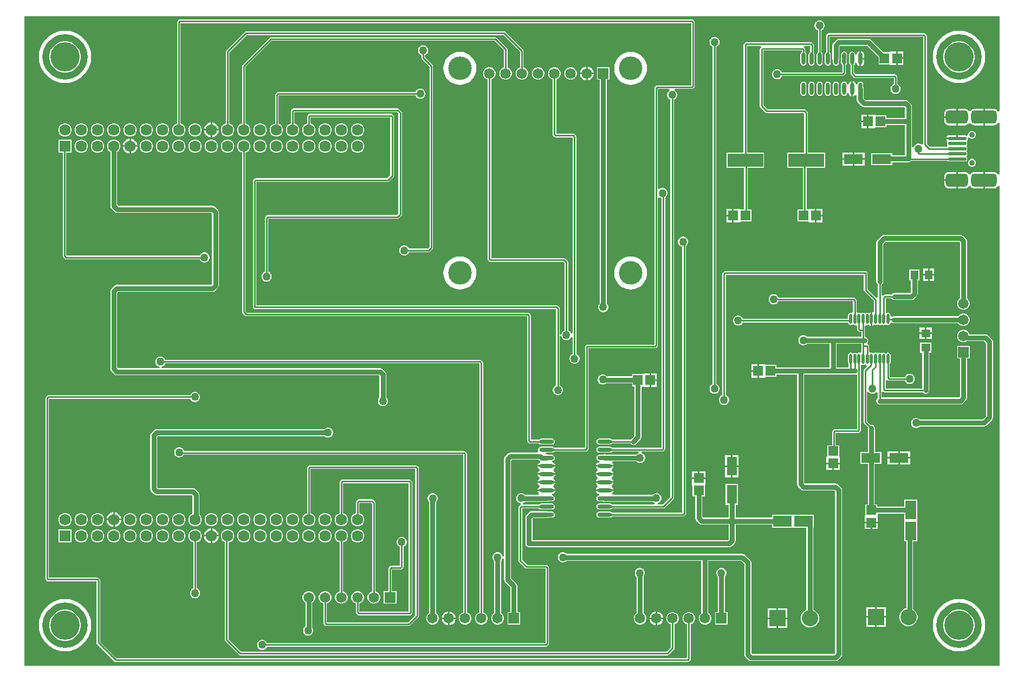
<source format=gtl>
G04*
G04 #@! TF.GenerationSoftware,Altium Limited,Altium Designer,24.8.2 (39)*
G04*
G04 Layer_Physical_Order=1*
G04 Layer_Color=255*
%FSLAX25Y25*%
%MOIN*%
G70*
G04*
G04 #@! TF.SameCoordinates,C582F910-DA6D-42DB-9682-78AA1CE96BD3*
G04*
G04*
G04 #@! TF.FilePolarity,Positive*
G04*
G01*
G75*
%ADD14C,0.01000*%
%ADD43R,0.06299X0.05906*%
G04:AMPARAMS|DCode=44|XSize=110.24mil|YSize=19.68mil|CornerRadius=4.92mil|HoleSize=0mil|Usage=FLASHONLY|Rotation=0.000|XOffset=0mil|YOffset=0mil|HoleType=Round|Shape=RoundedRectangle|*
%AMROUNDEDRECTD44*
21,1,0.11024,0.00984,0,0,0.0*
21,1,0.10039,0.01968,0,0,0.0*
1,1,0.00984,0.05020,-0.00492*
1,1,0.00984,-0.05020,-0.00492*
1,1,0.00984,-0.05020,0.00492*
1,1,0.00984,0.05020,0.00492*
%
%ADD44ROUNDEDRECTD44*%
G04:AMPARAMS|DCode=45|XSize=137.8mil|YSize=80.71mil|CornerRadius=20.18mil|HoleSize=0mil|Usage=FLASHONLY|Rotation=0.000|XOffset=0mil|YOffset=0mil|HoleType=Round|Shape=RoundedRectangle|*
%AMROUNDEDRECTD45*
21,1,0.13780,0.04036,0,0,0.0*
21,1,0.09744,0.08071,0,0,0.0*
1,1,0.04035,0.04872,-0.02018*
1,1,0.04035,-0.04872,-0.02018*
1,1,0.04035,-0.04872,0.02018*
1,1,0.04035,0.04872,0.02018*
%
%ADD45ROUNDEDRECTD45*%
G04:AMPARAMS|DCode=46|XSize=157.48mil|YSize=80.71mil|CornerRadius=20.18mil|HoleSize=0mil|Usage=FLASHONLY|Rotation=0.000|XOffset=0mil|YOffset=0mil|HoleType=Round|Shape=RoundedRectangle|*
%AMROUNDEDRECTD46*
21,1,0.15748,0.04035,0,0,0.0*
21,1,0.11713,0.08071,0,0,0.0*
1,1,0.04035,0.05856,-0.02018*
1,1,0.04035,-0.05856,-0.02018*
1,1,0.04035,-0.05856,0.02018*
1,1,0.04035,0.05856,0.02018*
%
%ADD46ROUNDEDRECTD46*%
G04:AMPARAMS|DCode=47|XSize=137.8mil|YSize=80.71mil|CornerRadius=20.18mil|HoleSize=0mil|Usage=FLASHONLY|Rotation=0.000|XOffset=0mil|YOffset=0mil|HoleType=Round|Shape=RoundedRectangle|*
%AMROUNDEDRECTD47*
21,1,0.13780,0.04035,0,0,0.0*
21,1,0.09744,0.08071,0,0,0.0*
1,1,0.04035,0.04872,-0.02018*
1,1,0.04035,-0.04872,-0.02018*
1,1,0.04035,-0.04872,0.02018*
1,1,0.04035,0.04872,0.02018*
%
%ADD47ROUNDEDRECTD47*%
%ADD48R,0.05906X0.06299*%
%ADD49R,0.06693X0.11417*%
%ADD50R,0.11811X0.06299*%
%ADD51O,0.01772X0.06299*%
%ADD52R,0.04921X0.05709*%
%ADD53R,0.05709X0.04921*%
%ADD54R,0.11417X0.06693*%
%ADD55O,0.02362X0.07480*%
%ADD56R,0.06299X0.11811*%
%ADD57R,0.22047X0.08268*%
%ADD58O,0.09055X0.02362*%
%ADD59C,0.03000*%
%ADD60C,0.03543*%
%ADD61R,0.06500X0.06500*%
%ADD62C,0.06500*%
%ADD63R,0.07000X0.07000*%
%ADD64C,0.07000*%
%ADD65R,0.10000X0.10000*%
%ADD66C,0.10000*%
%ADD67R,0.06500X0.06500*%
%ADD68C,0.14500*%
%ADD69C,0.05000*%
%ADD70C,0.18000*%
G36*
X600000Y341524D02*
X599000Y341325D01*
X598973Y341391D01*
X598489Y342021D01*
X597859Y342505D01*
X597124Y342809D01*
X596337Y342913D01*
X590980D01*
Y337851D01*
Y332790D01*
X596337D01*
X597124Y332893D01*
X597859Y333197D01*
X598489Y333681D01*
X598973Y334312D01*
X599000Y334378D01*
X600000Y334179D01*
Y302744D01*
X599000Y302545D01*
X598973Y302611D01*
X598489Y303242D01*
X597859Y303725D01*
X597124Y304029D01*
X596337Y304133D01*
X590980D01*
Y299072D01*
Y294010D01*
X596337D01*
X597124Y294114D01*
X597859Y294418D01*
X598489Y294902D01*
X598973Y295532D01*
X599000Y295598D01*
X600000Y295399D01*
Y0D01*
X0D01*
Y400000D01*
X600000D01*
Y341524D01*
D02*
G37*
%LPC*%
G36*
X289700Y387122D02*
X289700Y387122D01*
X151700D01*
X151700Y387122D01*
X151271Y387036D01*
X150907Y386793D01*
X150907Y386793D01*
X134207Y370093D01*
X133964Y369729D01*
X133878Y369300D01*
X133878Y369300D01*
Y333944D01*
X133417Y333821D01*
X132483Y333281D01*
X131719Y332518D01*
X131179Y331582D01*
X130900Y330540D01*
Y329460D01*
X131179Y328417D01*
X131719Y327483D01*
X132483Y326719D01*
X133417Y326179D01*
X134460Y325900D01*
X135540D01*
X136583Y326179D01*
X137517Y326719D01*
X138281Y327483D01*
X138821Y328417D01*
X139100Y329460D01*
Y330540D01*
X138821Y331582D01*
X138281Y332518D01*
X137517Y333281D01*
X136583Y333821D01*
X136122Y333944D01*
Y368835D01*
X152165Y384878D01*
X289235D01*
X294960Y379154D01*
Y368469D01*
X294596Y368372D01*
X293718Y367865D01*
X293001Y367148D01*
X292494Y366270D01*
X292232Y365291D01*
Y364277D01*
X292494Y363298D01*
X293001Y362420D01*
X293718Y361703D01*
X294596Y361196D01*
X295575Y360934D01*
X296588D01*
X297568Y361196D01*
X298446Y361703D01*
X299162Y362420D01*
X299669Y363298D01*
X299932Y364277D01*
Y365291D01*
X299669Y366270D01*
X299162Y367148D01*
X298446Y367865D01*
X297568Y368372D01*
X297203Y368469D01*
Y379618D01*
X297118Y380048D01*
X296875Y380412D01*
X296875Y380412D01*
X290493Y386793D01*
X290129Y387036D01*
X289700Y387122D01*
D02*
G37*
G36*
X513800Y378535D02*
X513449Y378466D01*
X512727Y377983D01*
X512245Y377262D01*
X512076Y376411D01*
X511116D01*
X510978Y377106D01*
X510584Y377695D01*
X509995Y378089D01*
X509300Y378227D01*
X508605Y378089D01*
X508016Y377695D01*
X507622Y377106D01*
X507484Y376411D01*
Y371293D01*
X507622Y370598D01*
X508016Y370009D01*
X508178Y369900D01*
Y364886D01*
X508178Y364886D01*
X508264Y364457D01*
X508507Y364093D01*
X510293Y362307D01*
X510293Y362307D01*
X510657Y362064D01*
X511086Y361978D01*
X511086Y361979D01*
X534878D01*
Y358257D01*
X534803Y358237D01*
X534097Y357829D01*
X533519Y357252D01*
X533111Y356545D01*
X532900Y355756D01*
Y354940D01*
X533111Y354152D01*
X533519Y353445D01*
X534097Y352867D01*
X534803Y352459D01*
X535592Y352248D01*
X536408D01*
X537197Y352459D01*
X537903Y352867D01*
X538481Y353445D01*
X538889Y354152D01*
X539100Y354940D01*
Y355756D01*
X538889Y356545D01*
X538481Y357252D01*
X537903Y357829D01*
X537197Y358237D01*
X537122Y358257D01*
Y362514D01*
X537036Y362943D01*
X536793Y363307D01*
X536793Y363307D01*
X536207Y363893D01*
X535843Y364136D01*
X535414Y364222D01*
X535414Y364222D01*
X511550D01*
X510422Y365350D01*
Y369900D01*
X510584Y370009D01*
X510978Y370598D01*
X511116Y371293D01*
X512076D01*
X512245Y370442D01*
X512727Y369720D01*
X513449Y369238D01*
X513800Y369169D01*
Y373852D01*
Y378535D01*
D02*
G37*
G36*
X537339Y378250D02*
Y374600D01*
X540791D01*
Y378250D01*
X537339D01*
D02*
G37*
G36*
X514800Y378535D02*
Y374352D01*
X516524D01*
Y376411D01*
X516355Y377262D01*
X515872Y377983D01*
X515151Y378466D01*
X514800Y378535D01*
D02*
G37*
G36*
X540791Y373600D02*
X537339D01*
Y369950D01*
X540791D01*
Y373600D01*
D02*
G37*
G36*
X519361Y386041D02*
X501057D01*
X500238Y385878D01*
X499543Y385414D01*
X497786Y383657D01*
X497322Y382962D01*
X497159Y382143D01*
Y373852D01*
X497322Y373033D01*
X497484Y372790D01*
Y371293D01*
X497622Y370598D01*
X498016Y370009D01*
X498605Y369615D01*
X499300Y369477D01*
X499995Y369615D01*
X500584Y370009D01*
X500978Y370598D01*
X501116Y371293D01*
Y372790D01*
X501278Y373033D01*
X501441Y373852D01*
Y381256D01*
X501944Y381759D01*
X518474D01*
X525609Y374625D01*
Y370350D01*
X532052D01*
X532886Y369950D01*
X533548Y369950D01*
X536339D01*
Y374100D01*
Y378250D01*
X533548D01*
X532886Y378250D01*
X532052Y377850D01*
X528440D01*
X520875Y385414D01*
X520181Y385878D01*
X519361Y386041D01*
D02*
G37*
G36*
X489608Y397400D02*
X488792D01*
X488003Y397189D01*
X487297Y396781D01*
X486719Y396203D01*
X486311Y395497D01*
X486100Y394708D01*
Y393892D01*
X486311Y393103D01*
X486719Y392397D01*
X487297Y391819D01*
X488003Y391411D01*
X488178Y391364D01*
Y377804D01*
X488016Y377695D01*
X487622Y377106D01*
X487484Y376411D01*
Y371293D01*
X487622Y370598D01*
X488016Y370009D01*
X488605Y369615D01*
X489300Y369477D01*
X489995Y369615D01*
X490584Y370009D01*
X490978Y370598D01*
X491116Y371293D01*
Y376411D01*
X490978Y377106D01*
X490584Y377695D01*
X490422Y377804D01*
Y391426D01*
X491103Y391819D01*
X491681Y392397D01*
X492089Y393103D01*
X492300Y393892D01*
Y394708D01*
X492089Y395497D01*
X491681Y396203D01*
X491103Y396781D01*
X490397Y397189D01*
X489608Y397400D01*
D02*
G37*
G36*
X484014Y384022D02*
X484014Y384021D01*
X444084D01*
X443655Y383936D01*
X443291Y383693D01*
X443291Y383693D01*
X442705Y383107D01*
X442462Y382743D01*
X442377Y382314D01*
X442377Y382314D01*
Y316034D01*
X431875D01*
Y306566D01*
X442756D01*
Y281050D01*
X440749D01*
X439914Y281450D01*
X439252Y281450D01*
X436461D01*
Y277300D01*
Y273150D01*
X439252D01*
X439914Y273150D01*
X440749Y273550D01*
X447191D01*
Y281050D01*
X444999D01*
Y306566D01*
X455122D01*
Y316034D01*
X444620D01*
Y381779D01*
X452918D01*
X453202Y381249D01*
X453278Y380779D01*
X452807Y380307D01*
X452564Y379943D01*
X452478Y379514D01*
X452478Y379514D01*
Y344700D01*
X452478Y344700D01*
X452564Y344271D01*
X452807Y343907D01*
X456007Y340707D01*
X456007Y340707D01*
X456371Y340464D01*
X456800Y340378D01*
X479435D01*
X479778Y340035D01*
Y316034D01*
X469276D01*
Y306566D01*
X479040D01*
Y281050D01*
X475747D01*
Y273550D01*
X482190D01*
X483024Y273150D01*
X483687Y273150D01*
X486477D01*
Y277300D01*
Y281450D01*
X483687D01*
X483024Y281450D01*
X482283Y281094D01*
X481781Y281259D01*
X481283Y281757D01*
Y306566D01*
X492524D01*
Y316034D01*
X482022D01*
Y340500D01*
X481936Y340929D01*
X481693Y341293D01*
X481693Y341293D01*
X480693Y342293D01*
X480329Y342536D01*
X479900Y342622D01*
X479900Y342621D01*
X457265D01*
X454722Y345165D01*
Y378978D01*
X478230D01*
Y377838D01*
X478016Y377695D01*
X477622Y377106D01*
X477484Y376411D01*
Y371293D01*
X477622Y370598D01*
X478016Y370009D01*
X478605Y369615D01*
X479300Y369477D01*
X479995Y369615D01*
X480584Y370009D01*
X480978Y370598D01*
X481116Y371293D01*
Y376411D01*
X480978Y377106D01*
X480584Y377695D01*
X480474Y377769D01*
Y379514D01*
X480388Y379943D01*
X480145Y380307D01*
X480145Y380307D01*
X479674Y380779D01*
X479750Y381249D01*
X480034Y381779D01*
X483478D01*
Y378004D01*
X483016Y377695D01*
X482622Y377106D01*
X482484Y376411D01*
Y371293D01*
X482622Y370598D01*
X483016Y370009D01*
X483605Y369615D01*
X484300Y369477D01*
X484995Y369615D01*
X485584Y370009D01*
X485978Y370598D01*
X486116Y371293D01*
Y376411D01*
X485978Y377106D01*
X485722Y377489D01*
Y382314D01*
X485636Y382743D01*
X485393Y383107D01*
X485393Y383107D01*
X484807Y383693D01*
X484443Y383936D01*
X484014Y384022D01*
D02*
G37*
G36*
X516524Y373352D02*
X514800D01*
Y369169D01*
X515151Y369238D01*
X515872Y369720D01*
X516355Y370442D01*
X516524Y371293D01*
Y373352D01*
D02*
G37*
G36*
X504300Y378227D02*
X503605Y378089D01*
X503016Y377695D01*
X502622Y377106D01*
X502484Y376411D01*
Y371293D01*
X502622Y370598D01*
X503016Y370009D01*
X503178Y369900D01*
Y365665D01*
X502935Y365422D01*
X466009D01*
X465989Y365497D01*
X465581Y366203D01*
X465003Y366781D01*
X464297Y367189D01*
X463508Y367400D01*
X462692D01*
X461903Y367189D01*
X461197Y366781D01*
X460619Y366203D01*
X460211Y365497D01*
X460000Y364708D01*
Y363892D01*
X460211Y363103D01*
X460619Y362397D01*
X461197Y361819D01*
X461903Y361411D01*
X462692Y361200D01*
X463508D01*
X464297Y361411D01*
X465003Y361819D01*
X465581Y362397D01*
X465989Y363103D01*
X466009Y363178D01*
X503400D01*
X503400Y363178D01*
X503829Y363264D01*
X504193Y363507D01*
X505093Y364407D01*
X505093Y364407D01*
X505336Y364771D01*
X505422Y365200D01*
Y369900D01*
X505584Y370009D01*
X505978Y370598D01*
X506116Y371293D01*
Y376411D01*
X505978Y377106D01*
X505584Y377695D01*
X504995Y378089D01*
X504300Y378227D01*
D02*
G37*
G36*
X346641Y369034D02*
X346582D01*
Y365284D01*
X350332D01*
Y365343D01*
X350042Y366424D01*
X349482Y367393D01*
X348691Y368185D01*
X347722Y368744D01*
X346641Y369034D01*
D02*
G37*
G36*
X345582D02*
X345522D01*
X344441Y368744D01*
X343472Y368185D01*
X342681Y367393D01*
X342121Y366424D01*
X341832Y365343D01*
Y365284D01*
X345582D01*
Y369034D01*
D02*
G37*
G36*
X336588Y368634D02*
X335575D01*
X334595Y368372D01*
X333718Y367865D01*
X333001Y367148D01*
X332494Y366270D01*
X332232Y365291D01*
Y364277D01*
X332494Y363298D01*
X333001Y362420D01*
X333718Y361703D01*
X334595Y361196D01*
X335575Y360934D01*
X336588D01*
X337568Y361196D01*
X338445Y361703D01*
X339162Y362420D01*
X339669Y363298D01*
X339932Y364277D01*
Y365291D01*
X339669Y366270D01*
X339162Y367148D01*
X338445Y367865D01*
X337568Y368372D01*
X336588Y368634D01*
D02*
G37*
G36*
X316588D02*
X315575D01*
X314596Y368372D01*
X313718Y367865D01*
X313001Y367148D01*
X312494Y366270D01*
X312232Y365291D01*
Y364277D01*
X312494Y363298D01*
X313001Y362420D01*
X313718Y361703D01*
X314596Y361196D01*
X315575Y360934D01*
X316588D01*
X317568Y361196D01*
X318445Y361703D01*
X319162Y362420D01*
X319669Y363298D01*
X319932Y364277D01*
Y365291D01*
X319669Y366270D01*
X319162Y367148D01*
X318445Y367865D01*
X317568Y368372D01*
X316588Y368634D01*
D02*
G37*
G36*
X295100Y390722D02*
X295100Y390722D01*
X136400D01*
X135971Y390636D01*
X135607Y390393D01*
X135607Y390393D01*
X124207Y378993D01*
X123964Y378629D01*
X123878Y378200D01*
X123878Y378200D01*
Y333944D01*
X123417Y333821D01*
X122483Y333281D01*
X121719Y332518D01*
X121179Y331582D01*
X120900Y330540D01*
Y329460D01*
X121179Y328417D01*
X121719Y327483D01*
X122483Y326719D01*
X123417Y326179D01*
X124460Y325900D01*
X125540D01*
X126583Y326179D01*
X127517Y326719D01*
X128281Y327483D01*
X128821Y328417D01*
X129100Y329460D01*
Y330540D01*
X128821Y331582D01*
X128281Y332518D01*
X127517Y333281D01*
X126583Y333821D01*
X126122Y333944D01*
Y377735D01*
X136865Y388478D01*
X294635D01*
X304878Y378235D01*
Y368447D01*
X304595Y368372D01*
X303718Y367865D01*
X303001Y367148D01*
X302494Y366270D01*
X302232Y365291D01*
Y364277D01*
X302494Y363298D01*
X303001Y362420D01*
X303718Y361703D01*
X304595Y361196D01*
X305575Y360934D01*
X306588D01*
X307568Y361196D01*
X308446Y361703D01*
X309162Y362420D01*
X309669Y363298D01*
X309932Y364277D01*
Y365291D01*
X309669Y366270D01*
X309162Y367148D01*
X308446Y367865D01*
X307568Y368372D01*
X307121Y368491D01*
Y378700D01*
X307122Y378700D01*
X307036Y379129D01*
X306793Y379493D01*
X306793Y379493D01*
X295893Y390393D01*
X295529Y390636D01*
X295100Y390722D01*
D02*
G37*
G36*
X350332Y364284D02*
X346582D01*
Y360534D01*
X346641D01*
X347722Y360824D01*
X348691Y361383D01*
X349482Y362174D01*
X350042Y363143D01*
X350332Y364224D01*
Y364284D01*
D02*
G37*
G36*
X345582D02*
X341832D01*
Y364224D01*
X342121Y363143D01*
X342681Y362174D01*
X343472Y361383D01*
X344441Y360824D01*
X345522Y360534D01*
X345582D01*
Y364284D01*
D02*
G37*
G36*
X575000Y391150D02*
X572474Y390951D01*
X570009Y390359D01*
X567668Y389390D01*
X565507Y388066D01*
X563580Y386420D01*
X561935Y384493D01*
X560610Y382332D01*
X559641Y379991D01*
X559049Y377526D01*
X558850Y375000D01*
X559049Y372474D01*
X559641Y370009D01*
X560610Y367668D01*
X561935Y365507D01*
X563580Y363580D01*
X565507Y361934D01*
X567668Y360610D01*
X570009Y359641D01*
X572474Y359049D01*
X575000Y358850D01*
X577526Y359049D01*
X579991Y359641D01*
X582332Y360610D01*
X584493Y361934D01*
X586420Y363580D01*
X588065Y365507D01*
X589390Y367668D01*
X590359Y370009D01*
X590951Y372474D01*
X591150Y375000D01*
X590951Y377526D01*
X590359Y379991D01*
X589390Y382332D01*
X588065Y384493D01*
X586420Y386420D01*
X584493Y388066D01*
X582332Y389390D01*
X579991Y390359D01*
X577526Y390951D01*
X575000Y391150D01*
D02*
G37*
G36*
X25000D02*
X22474Y390951D01*
X20009Y390359D01*
X17668Y389390D01*
X15507Y388066D01*
X13580Y386420D01*
X11935Y384493D01*
X10610Y382332D01*
X9641Y379991D01*
X9049Y377526D01*
X8850Y375000D01*
X9049Y372474D01*
X9641Y370009D01*
X10610Y367668D01*
X11935Y365507D01*
X13580Y363580D01*
X15507Y361934D01*
X17668Y360610D01*
X20009Y359641D01*
X22474Y359049D01*
X25000Y358850D01*
X27526Y359049D01*
X29991Y359641D01*
X32332Y360610D01*
X34493Y361934D01*
X36420Y363580D01*
X38065Y365507D01*
X39390Y367668D01*
X40359Y370009D01*
X40951Y372474D01*
X41150Y375000D01*
X40951Y377526D01*
X40359Y379991D01*
X39390Y382332D01*
X38065Y384493D01*
X36420Y386420D01*
X34493Y388066D01*
X32332Y389390D01*
X29991Y390359D01*
X27526Y390951D01*
X25000Y391150D01*
D02*
G37*
G36*
X508800Y360031D02*
X508449Y359962D01*
X507727Y359480D01*
X507245Y358758D01*
X507076Y357907D01*
X506116D01*
X505978Y358602D01*
X505584Y359191D01*
X504995Y359585D01*
X504300Y359723D01*
X503605Y359585D01*
X503016Y359191D01*
X502622Y358602D01*
X502484Y357907D01*
Y352789D01*
X502622Y352094D01*
X503016Y351505D01*
X503605Y351111D01*
X504300Y350973D01*
X504995Y351111D01*
X505584Y351505D01*
X505978Y352094D01*
X506116Y352789D01*
X507076D01*
X507245Y351938D01*
X507727Y351217D01*
X508449Y350734D01*
X508800Y350665D01*
Y355348D01*
Y360031D01*
D02*
G37*
G36*
X373000Y378033D02*
X371020Y377838D01*
X369116Y377261D01*
X367362Y376323D01*
X365824Y375061D01*
X364562Y373523D01*
X363624Y371768D01*
X363046Y369864D01*
X362851Y367884D01*
X363046Y365904D01*
X363624Y364001D01*
X364562Y362246D01*
X365824Y360708D01*
X367362Y359446D01*
X369116Y358508D01*
X371020Y357930D01*
X373000Y357735D01*
X374980Y357930D01*
X376884Y358508D01*
X378638Y359446D01*
X380176Y360708D01*
X381438Y362246D01*
X382376Y364001D01*
X382954Y365904D01*
X383149Y367884D01*
X382954Y369864D01*
X382376Y371768D01*
X381438Y373523D01*
X380176Y375061D01*
X378638Y376323D01*
X376884Y377261D01*
X374980Y377838D01*
X373000Y378033D01*
D02*
G37*
G36*
X267882D02*
X265902Y377838D01*
X263998Y377261D01*
X262244Y376323D01*
X260706Y375061D01*
X259443Y373523D01*
X258506Y371768D01*
X257928Y369864D01*
X257733Y367884D01*
X257928Y365904D01*
X258506Y364001D01*
X259443Y362246D01*
X260706Y360708D01*
X262244Y359446D01*
X263998Y358508D01*
X265902Y357930D01*
X267882Y357735D01*
X269862Y357930D01*
X271766Y358508D01*
X273520Y359446D01*
X275058Y360708D01*
X276320Y362246D01*
X277258Y364001D01*
X277836Y365904D01*
X278031Y367884D01*
X277836Y369864D01*
X277258Y371768D01*
X276320Y373523D01*
X275058Y375061D01*
X273520Y376323D01*
X271766Y377261D01*
X269862Y377838D01*
X267882Y378033D01*
D02*
G37*
G36*
X410714Y398022D02*
X410714Y398022D01*
X95586D01*
X95157Y397936D01*
X94793Y397693D01*
X94793Y397693D01*
X94207Y397107D01*
X93964Y396743D01*
X93878Y396314D01*
X93878Y396314D01*
Y333944D01*
X93418Y333821D01*
X92483Y333281D01*
X91719Y332518D01*
X91179Y331582D01*
X90900Y330540D01*
Y329460D01*
X91179Y328417D01*
X91719Y327483D01*
X92483Y326719D01*
X93418Y326179D01*
X94460Y325900D01*
X95540D01*
X96583Y326179D01*
X97518Y326719D01*
X98281Y327483D01*
X98821Y328417D01*
X99100Y329460D01*
Y330540D01*
X98821Y331582D01*
X98281Y332518D01*
X97518Y333281D01*
X96583Y333821D01*
X96122Y333944D01*
Y395778D01*
X410178D01*
Y357421D01*
X389286D01*
X388857Y357336D01*
X388493Y357093D01*
X388493Y357093D01*
X387907Y356507D01*
X387664Y356143D01*
X387578Y355714D01*
X387579Y355714D01*
Y197822D01*
X346000D01*
X345571Y197736D01*
X345207Y197493D01*
X344964Y197129D01*
X344879Y196700D01*
Y134222D01*
X325926D01*
X325817Y134384D01*
X325228Y134778D01*
X324533Y134916D01*
X317840D01*
X317145Y134778D01*
X316556Y134384D01*
X316162Y133795D01*
X316024Y133100D01*
X316162Y132405D01*
X316272Y132241D01*
X315753Y131241D01*
X299057D01*
X298238Y131078D01*
X297543Y130614D01*
X295786Y128857D01*
X295322Y128162D01*
X295159Y127343D01*
Y67493D01*
X294159Y67362D01*
X293989Y67997D01*
X293581Y68703D01*
X293003Y69281D01*
X292297Y69689D01*
X291508Y69900D01*
X290692D01*
X289903Y69689D01*
X289197Y69281D01*
X288619Y68703D01*
X288211Y67997D01*
X288000Y67208D01*
Y66392D01*
X288211Y65603D01*
X288619Y64897D01*
X288959Y64557D01*
Y32409D01*
X288736Y32281D01*
X288019Y31564D01*
X287512Y30686D01*
X287250Y29707D01*
Y28693D01*
X287512Y27714D01*
X288019Y26836D01*
X288736Y26119D01*
X289614Y25612D01*
X290593Y25350D01*
X291607D01*
X292586Y25612D01*
X293464Y26119D01*
X294181Y26836D01*
X294688Y27714D01*
X294950Y28693D01*
Y29707D01*
X294688Y30686D01*
X294181Y31564D01*
X293464Y32281D01*
X293241Y32409D01*
Y64557D01*
X293581Y64897D01*
X293989Y65603D01*
X294159Y66238D01*
X295159Y66107D01*
Y53000D01*
X295322Y52181D01*
X295786Y51486D01*
X298959Y48313D01*
Y33050D01*
X297250D01*
Y25350D01*
X304950D01*
Y33050D01*
X303241D01*
Y49200D01*
X303078Y50019D01*
X302614Y50714D01*
X299441Y53887D01*
Y126456D01*
X299944Y126959D01*
X316460D01*
X316556Y126816D01*
X317145Y126422D01*
X317236Y126404D01*
X317445Y126265D01*
X317396Y125383D01*
X317339Y125224D01*
X316989Y125154D01*
X316268Y124672D01*
X315786Y123951D01*
X315716Y123600D01*
X321187D01*
X326658D01*
X326588Y123951D01*
X326106Y124672D01*
X325384Y125154D01*
X324533Y125324D01*
Y126284D01*
X325228Y126422D01*
X325817Y126816D01*
X326211Y127405D01*
X326349Y128100D01*
X326211Y128795D01*
X325817Y129384D01*
X325228Y129778D01*
X324533Y129916D01*
X322249D01*
X322006Y130078D01*
X321187Y130241D01*
X320387D01*
X320358Y130284D01*
X320893Y131284D01*
X324533D01*
X325228Y131422D01*
X325817Y131816D01*
X325926Y131978D01*
X345414D01*
X345414Y131978D01*
X345843Y132064D01*
X346207Y132307D01*
X346793Y132893D01*
X346793Y132893D01*
X347036Y133257D01*
X347122Y133686D01*
Y195578D01*
X388114D01*
X388114Y195578D01*
X388543Y195664D01*
X388907Y195907D01*
X389493Y196493D01*
X389493Y196493D01*
X389736Y196857D01*
X389822Y197286D01*
Y288080D01*
X390342Y288401D01*
X390822Y288547D01*
X391403Y288211D01*
X391979Y288057D01*
Y134222D01*
X361753D01*
X361644Y134384D01*
X361055Y134778D01*
X360360Y134916D01*
X353667D01*
X352972Y134778D01*
X352383Y134384D01*
X351989Y133795D01*
X351851Y133100D01*
X351989Y132405D01*
X352383Y131816D01*
X352972Y131422D01*
X353667Y131284D01*
X360360D01*
X361055Y131422D01*
X361644Y131816D01*
X361753Y131978D01*
X377807D01*
X377938Y130978D01*
X377603Y130889D01*
X376897Y130481D01*
X376557Y130141D01*
X357516D01*
X357013Y130241D01*
X356194Y130078D01*
X355951Y129916D01*
X353667D01*
X352972Y129778D01*
X352383Y129384D01*
X351989Y128795D01*
X351851Y128100D01*
X351989Y127405D01*
X352383Y126816D01*
X352972Y126422D01*
X353667Y126284D01*
Y125324D01*
X352816Y125154D01*
X352094Y124672D01*
X351612Y123951D01*
X351543Y123600D01*
X357013D01*
X362484D01*
X362414Y123951D01*
X361932Y124672D01*
X361653Y124859D01*
X361957Y125859D01*
X376557D01*
X376897Y125519D01*
X377603Y125111D01*
X378392Y124900D01*
X379208D01*
X379997Y125111D01*
X380703Y125519D01*
X381281Y126097D01*
X381689Y126803D01*
X381900Y127592D01*
Y128408D01*
X381689Y129197D01*
X381281Y129903D01*
X380703Y130481D01*
X379997Y130889D01*
X379662Y130978D01*
X379793Y131978D01*
X392514D01*
X392514Y131978D01*
X392943Y132064D01*
X393307Y132307D01*
X393893Y132893D01*
X393893Y132893D01*
X394136Y133257D01*
X394221Y133686D01*
Y288457D01*
X394503Y288619D01*
X395081Y289197D01*
X395489Y289903D01*
X395700Y290692D01*
Y291508D01*
X395489Y292297D01*
X395081Y293003D01*
X394503Y293581D01*
X393797Y293989D01*
X393008Y294200D01*
X392192D01*
X391403Y293989D01*
X390822Y293653D01*
X390342Y293799D01*
X389822Y294120D01*
Y355178D01*
X396671D01*
X396939Y354179D01*
X396597Y353981D01*
X396019Y353403D01*
X395611Y352697D01*
X395400Y351908D01*
Y351092D01*
X395611Y350303D01*
X396019Y349597D01*
X396597Y349019D01*
X397303Y348611D01*
X397479Y348564D01*
Y104065D01*
X392635Y99222D01*
X389793D01*
X389662Y100222D01*
X389997Y100311D01*
X390703Y100719D01*
X391281Y101297D01*
X391689Y102003D01*
X391900Y102792D01*
Y103608D01*
X391689Y104397D01*
X391281Y105103D01*
X390703Y105681D01*
X389997Y106089D01*
X389208Y106300D01*
X388392D01*
X387603Y106089D01*
X386897Y105681D01*
X386507Y105291D01*
X361882D01*
X361579Y106291D01*
X361932Y106527D01*
X362414Y107249D01*
X362484Y107600D01*
X357013D01*
X351543D01*
X351612Y107249D01*
X352094Y106527D01*
X352816Y106045D01*
X353667Y105876D01*
Y104916D01*
X352972Y104778D01*
X352383Y104384D01*
X351989Y103795D01*
X351851Y103100D01*
X351989Y102405D01*
X352383Y101816D01*
X352972Y101422D01*
X353667Y101284D01*
X355951D01*
X356194Y101122D01*
X357013Y100959D01*
X357265Y101009D01*
X386607D01*
X386897Y100719D01*
X387603Y100311D01*
X387938Y100222D01*
X387807Y99222D01*
X361753D01*
X361644Y99384D01*
X361055Y99778D01*
X360360Y99916D01*
X353667D01*
X352972Y99778D01*
X352383Y99384D01*
X351989Y98795D01*
X351851Y98100D01*
X351989Y97405D01*
X352383Y96816D01*
X352972Y96422D01*
X353667Y96284D01*
X360360D01*
X361055Y96422D01*
X361644Y96816D01*
X361753Y96978D01*
X393100D01*
X393100Y96978D01*
X393529Y97064D01*
X393893Y97307D01*
X399393Y102807D01*
X399393Y102807D01*
X399636Y103171D01*
X399722Y103600D01*
Y348626D01*
X400403Y349019D01*
X400981Y349597D01*
X401389Y350303D01*
X401600Y351092D01*
Y351908D01*
X401389Y352697D01*
X400981Y353403D01*
X400403Y353981D01*
X400061Y354179D01*
X400329Y355178D01*
X410714D01*
X410714Y355178D01*
X411143Y355264D01*
X411507Y355507D01*
X412093Y356093D01*
X412093Y356093D01*
X412336Y356457D01*
X412422Y356886D01*
Y396314D01*
X412336Y396743D01*
X412093Y397107D01*
X412093Y397107D01*
X411507Y397693D01*
X411143Y397936D01*
X410714Y398022D01*
D02*
G37*
G36*
X244008Y355400D02*
X243192D01*
X242403Y355189D01*
X241697Y354781D01*
X241119Y354203D01*
X240711Y353497D01*
X240691Y353421D01*
X156100D01*
X156100Y353422D01*
X155671Y353336D01*
X155307Y353093D01*
X154507Y352293D01*
X154264Y351929D01*
X154178Y351500D01*
X154178Y351500D01*
Y334025D01*
X153418Y333821D01*
X152482Y333281D01*
X151719Y332518D01*
X151179Y331582D01*
X150900Y330540D01*
Y329460D01*
X151179Y328417D01*
X151719Y327483D01*
X152482Y326719D01*
X153418Y326179D01*
X154460Y325900D01*
X155540D01*
X156582Y326179D01*
X157518Y326719D01*
X158281Y327483D01*
X158821Y328417D01*
X159100Y329460D01*
Y330540D01*
X158821Y331582D01*
X158281Y332518D01*
X157518Y333281D01*
X156582Y333821D01*
X156422Y333864D01*
Y351035D01*
X156565Y351179D01*
X240691D01*
X240711Y351103D01*
X241119Y350397D01*
X241697Y349819D01*
X242403Y349411D01*
X243192Y349200D01*
X244008D01*
X244797Y349411D01*
X245503Y349819D01*
X246081Y350397D01*
X246489Y351103D01*
X246700Y351892D01*
Y352708D01*
X246489Y353497D01*
X246081Y354203D01*
X245503Y354781D01*
X244797Y355189D01*
X244008Y355400D01*
D02*
G37*
G36*
X499300Y359723D02*
X498605Y359585D01*
X498016Y359191D01*
X497622Y358602D01*
X497484Y357907D01*
Y352789D01*
X497622Y352094D01*
X498016Y351505D01*
X498605Y351111D01*
X499300Y350973D01*
X499995Y351111D01*
X500584Y351505D01*
X500978Y352094D01*
X501116Y352789D01*
Y357907D01*
X500978Y358602D01*
X500584Y359191D01*
X499995Y359585D01*
X499300Y359723D01*
D02*
G37*
G36*
X494300D02*
X493605Y359585D01*
X493016Y359191D01*
X492622Y358602D01*
X492484Y357907D01*
Y352789D01*
X492622Y352094D01*
X493016Y351505D01*
X493605Y351111D01*
X494300Y350973D01*
X494995Y351111D01*
X495584Y351505D01*
X495978Y352094D01*
X496116Y352789D01*
Y357907D01*
X495978Y358602D01*
X495584Y359191D01*
X494995Y359585D01*
X494300Y359723D01*
D02*
G37*
G36*
X489300D02*
X488605Y359585D01*
X488016Y359191D01*
X487622Y358602D01*
X487484Y357907D01*
Y352789D01*
X487622Y352094D01*
X488016Y351505D01*
X488605Y351111D01*
X489300Y350973D01*
X489995Y351111D01*
X490584Y351505D01*
X490978Y352094D01*
X491116Y352789D01*
Y357907D01*
X490978Y358602D01*
X490584Y359191D01*
X489995Y359585D01*
X489300Y359723D01*
D02*
G37*
G36*
X484300D02*
X483605Y359585D01*
X483016Y359191D01*
X482622Y358602D01*
X482484Y357907D01*
Y352789D01*
X482622Y352094D01*
X483016Y351505D01*
X483605Y351111D01*
X484300Y350973D01*
X484995Y351111D01*
X485584Y351505D01*
X485978Y352094D01*
X486116Y352789D01*
Y357907D01*
X485978Y358602D01*
X485584Y359191D01*
X484995Y359585D01*
X484300Y359723D01*
D02*
G37*
G36*
X479300D02*
X478605Y359585D01*
X478016Y359191D01*
X477622Y358602D01*
X477484Y357907D01*
Y352789D01*
X477622Y352094D01*
X478016Y351505D01*
X478605Y351111D01*
X479300Y350973D01*
X479995Y351111D01*
X480584Y351505D01*
X480978Y352094D01*
X481116Y352789D01*
Y357907D01*
X480978Y358602D01*
X480584Y359191D01*
X479995Y359585D01*
X479300Y359723D01*
D02*
G37*
G36*
X573248Y342913D02*
X568876D01*
X568088Y342809D01*
X567354Y342505D01*
X566724Y342021D01*
X566240Y341391D01*
X565936Y340657D01*
X565832Y339869D01*
Y338351D01*
X573248D01*
Y342913D01*
D02*
G37*
G36*
X518461Y339450D02*
X515009D01*
Y335800D01*
X518461D01*
Y339450D01*
D02*
G37*
G36*
X578620Y342913D02*
X574248D01*
Y337851D01*
Y332790D01*
X578620D01*
X579408Y332893D01*
X580142Y333197D01*
X580772Y333681D01*
X581029Y334015D01*
X581287Y334095D01*
X581957D01*
X582216Y334015D01*
X582472Y333681D01*
X583102Y333197D01*
X583836Y332893D01*
X584624Y332790D01*
X589980D01*
Y337851D01*
Y342913D01*
X584624D01*
X583836Y342809D01*
X583102Y342505D01*
X582472Y342021D01*
X582216Y341687D01*
X581957Y341607D01*
X581287D01*
X581029Y341687D01*
X580772Y342021D01*
X580142Y342505D01*
X579408Y342809D01*
X578620Y342913D01*
D02*
G37*
G36*
X573248Y337351D02*
X565832D01*
Y335834D01*
X565936Y335046D01*
X566240Y334312D01*
X566724Y333681D01*
X567354Y333197D01*
X568088Y332893D01*
X568876Y332790D01*
X573248D01*
Y337351D01*
D02*
G37*
G36*
X518461Y334800D02*
X515009D01*
Y331150D01*
X518461D01*
Y334800D01*
D02*
G37*
G36*
X115592Y334500D02*
X115500D01*
Y330500D01*
X119500D01*
Y330592D01*
X119193Y331737D01*
X118601Y332763D01*
X117763Y333601D01*
X116737Y334193D01*
X115592Y334500D01*
D02*
G37*
G36*
X114500D02*
X114408D01*
X113263Y334193D01*
X112237Y333601D01*
X111399Y332763D01*
X110807Y331737D01*
X110500Y330592D01*
Y330500D01*
X114500D01*
Y334500D01*
D02*
G37*
G36*
X205540Y334100D02*
X204460D01*
X203417Y333821D01*
X202483Y333281D01*
X201719Y332518D01*
X201179Y331582D01*
X200900Y330540D01*
Y329460D01*
X201179Y328417D01*
X201719Y327483D01*
X202483Y326719D01*
X203417Y326179D01*
X204460Y325900D01*
X205540D01*
X206582Y326179D01*
X207518Y326719D01*
X208281Y327483D01*
X208821Y328417D01*
X209100Y329460D01*
Y330540D01*
X208821Y331582D01*
X208281Y332518D01*
X207518Y333281D01*
X206582Y333821D01*
X205540Y334100D01*
D02*
G37*
G36*
X195540D02*
X194460D01*
X193418Y333821D01*
X192482Y333281D01*
X191719Y332518D01*
X191179Y331582D01*
X190900Y330540D01*
Y329460D01*
X191179Y328417D01*
X191719Y327483D01*
X192482Y326719D01*
X193418Y326179D01*
X194460Y325900D01*
X195540D01*
X196582Y326179D01*
X197518Y326719D01*
X198281Y327483D01*
X198821Y328417D01*
X199100Y329460D01*
Y330540D01*
X198821Y331582D01*
X198281Y332518D01*
X197518Y333281D01*
X196582Y333821D01*
X195540Y334100D01*
D02*
G37*
G36*
X185540D02*
X184460D01*
X183417Y333821D01*
X182483Y333281D01*
X181719Y332518D01*
X181179Y331582D01*
X180900Y330540D01*
Y329460D01*
X181179Y328417D01*
X181719Y327483D01*
X182483Y326719D01*
X183417Y326179D01*
X184460Y325900D01*
X185540D01*
X186583Y326179D01*
X187517Y326719D01*
X188281Y327483D01*
X188821Y328417D01*
X189100Y329460D01*
Y330540D01*
X188821Y331582D01*
X188281Y332518D01*
X187517Y333281D01*
X186583Y333821D01*
X185540Y334100D01*
D02*
G37*
G36*
X145540D02*
X144460D01*
X143418Y333821D01*
X142482Y333281D01*
X141719Y332518D01*
X141179Y331582D01*
X140900Y330540D01*
Y329460D01*
X141179Y328417D01*
X141719Y327483D01*
X142482Y326719D01*
X143418Y326179D01*
X144460Y325900D01*
X145540D01*
X146582Y326179D01*
X147518Y326719D01*
X148281Y327483D01*
X148821Y328417D01*
X149100Y329460D01*
Y330540D01*
X148821Y331582D01*
X148281Y332518D01*
X147518Y333281D01*
X146582Y333821D01*
X145540Y334100D01*
D02*
G37*
G36*
X105540D02*
X104460D01*
X103418Y333821D01*
X102482Y333281D01*
X101719Y332518D01*
X101179Y331582D01*
X100900Y330540D01*
Y329460D01*
X101179Y328417D01*
X101719Y327483D01*
X102482Y326719D01*
X103418Y326179D01*
X104460Y325900D01*
X105540D01*
X106582Y326179D01*
X107518Y326719D01*
X108281Y327483D01*
X108821Y328417D01*
X109100Y329460D01*
Y330540D01*
X108821Y331582D01*
X108281Y332518D01*
X107518Y333281D01*
X106582Y333821D01*
X105540Y334100D01*
D02*
G37*
G36*
X85540D02*
X84460D01*
X83417Y333821D01*
X82482Y333281D01*
X81719Y332518D01*
X81179Y331582D01*
X80900Y330540D01*
Y329460D01*
X81179Y328417D01*
X81719Y327483D01*
X82482Y326719D01*
X83417Y326179D01*
X84460Y325900D01*
X85540D01*
X86582Y326179D01*
X87517Y326719D01*
X88281Y327483D01*
X88821Y328417D01*
X89100Y329460D01*
Y330540D01*
X88821Y331582D01*
X88281Y332518D01*
X87517Y333281D01*
X86582Y333821D01*
X85540Y334100D01*
D02*
G37*
G36*
X75540D02*
X74460D01*
X73418Y333821D01*
X72483Y333281D01*
X71719Y332518D01*
X71179Y331582D01*
X70900Y330540D01*
Y329460D01*
X71179Y328417D01*
X71719Y327483D01*
X72483Y326719D01*
X73418Y326179D01*
X74460Y325900D01*
X75540D01*
X76582Y326179D01*
X77517Y326719D01*
X78281Y327483D01*
X78821Y328417D01*
X79100Y329460D01*
Y330540D01*
X78821Y331582D01*
X78281Y332518D01*
X77517Y333281D01*
X76582Y333821D01*
X75540Y334100D01*
D02*
G37*
G36*
X65540D02*
X64460D01*
X63418Y333821D01*
X62483Y333281D01*
X61719Y332518D01*
X61179Y331582D01*
X60900Y330540D01*
Y329460D01*
X61179Y328417D01*
X61719Y327483D01*
X62483Y326719D01*
X63418Y326179D01*
X64460Y325900D01*
X65540D01*
X66583Y326179D01*
X67518Y326719D01*
X68281Y327483D01*
X68821Y328417D01*
X69100Y329460D01*
Y330540D01*
X68821Y331582D01*
X68281Y332518D01*
X67518Y333281D01*
X66583Y333821D01*
X65540Y334100D01*
D02*
G37*
G36*
X55540D02*
X54460D01*
X53417Y333821D01*
X52482Y333281D01*
X51719Y332518D01*
X51179Y331582D01*
X50900Y330540D01*
Y329460D01*
X51179Y328417D01*
X51719Y327483D01*
X52482Y326719D01*
X53417Y326179D01*
X54460Y325900D01*
X55540D01*
X56582Y326179D01*
X57517Y326719D01*
X58281Y327483D01*
X58821Y328417D01*
X59100Y329460D01*
Y330540D01*
X58821Y331582D01*
X58281Y332518D01*
X57517Y333281D01*
X56582Y333821D01*
X55540Y334100D01*
D02*
G37*
G36*
X45540D02*
X44460D01*
X43418Y333821D01*
X42483Y333281D01*
X41719Y332518D01*
X41179Y331582D01*
X40900Y330540D01*
Y329460D01*
X41179Y328417D01*
X41719Y327483D01*
X42483Y326719D01*
X43418Y326179D01*
X44460Y325900D01*
X45540D01*
X46582Y326179D01*
X47517Y326719D01*
X48281Y327483D01*
X48821Y328417D01*
X49100Y329460D01*
Y330540D01*
X48821Y331582D01*
X48281Y332518D01*
X47517Y333281D01*
X46582Y333821D01*
X45540Y334100D01*
D02*
G37*
G36*
X35540D02*
X34460D01*
X33417Y333821D01*
X32482Y333281D01*
X31719Y332518D01*
X31179Y331582D01*
X30900Y330540D01*
Y329460D01*
X31179Y328417D01*
X31719Y327483D01*
X32482Y326719D01*
X33417Y326179D01*
X34460Y325900D01*
X35540D01*
X36582Y326179D01*
X37517Y326719D01*
X38281Y327483D01*
X38821Y328417D01*
X39100Y329460D01*
Y330540D01*
X38821Y331582D01*
X38281Y332518D01*
X37517Y333281D01*
X36582Y333821D01*
X35540Y334100D01*
D02*
G37*
G36*
X25540D02*
X24460D01*
X23417Y333821D01*
X22482Y333281D01*
X21719Y332518D01*
X21179Y331582D01*
X20900Y330540D01*
Y329460D01*
X21179Y328417D01*
X21719Y327483D01*
X22482Y326719D01*
X23417Y326179D01*
X24460Y325900D01*
X25540D01*
X26583Y326179D01*
X27518Y326719D01*
X28281Y327483D01*
X28821Y328417D01*
X29100Y329460D01*
Y330540D01*
X28821Y331582D01*
X28281Y332518D01*
X27518Y333281D01*
X26583Y333821D01*
X25540Y334100D01*
D02*
G37*
G36*
X119500Y329500D02*
X115500D01*
Y325500D01*
X115592D01*
X116737Y325807D01*
X117763Y326399D01*
X118601Y327237D01*
X119193Y328263D01*
X119500Y329408D01*
Y329500D01*
D02*
G37*
G36*
X114500D02*
X110500D01*
Y329408D01*
X110807Y328263D01*
X111399Y327237D01*
X112237Y326399D01*
X113263Y325807D01*
X114408Y325500D01*
X114500D01*
Y329500D01*
D02*
G37*
G36*
X573347Y326774D02*
X568827D01*
X568245Y326658D01*
X567751Y326328D01*
X567421Y325835D01*
X567307Y325261D01*
X573347D01*
Y326774D01*
D02*
G37*
G36*
X553514Y389522D02*
X553514Y389522D01*
X494886D01*
X494457Y389436D01*
X494093Y389193D01*
X494093Y389193D01*
X493507Y388607D01*
X493264Y388243D01*
X493178Y387814D01*
X493178Y387814D01*
Y377804D01*
X493016Y377695D01*
X492622Y377106D01*
X492484Y376411D01*
Y371293D01*
X492622Y370598D01*
X493016Y370009D01*
X493605Y369615D01*
X494300Y369477D01*
X494995Y369615D01*
X495584Y370009D01*
X495978Y370598D01*
X496116Y371293D01*
Y376411D01*
X495978Y377106D01*
X495584Y377695D01*
X495422Y377804D01*
Y387279D01*
X552978D01*
Y321369D01*
X552066Y320924D01*
X552015Y320918D01*
X551992Y320942D01*
X551285Y321350D01*
X550496Y321561D01*
X549680D01*
X548892Y321350D01*
X548185Y320942D01*
X547608Y320365D01*
X547199Y319658D01*
X547080Y319211D01*
X546080Y319343D01*
Y335300D01*
Y344543D01*
X545917Y345362D01*
X545453Y346057D01*
X543695Y347814D01*
X543001Y348278D01*
X542181Y348441D01*
X517444D01*
X516441Y349444D01*
Y355348D01*
X516278Y356167D01*
X516116Y356410D01*
Y357907D01*
X515978Y358602D01*
X515584Y359191D01*
X514995Y359585D01*
X514300Y359723D01*
X513605Y359585D01*
X513016Y359191D01*
X512622Y358602D01*
X512484Y357907D01*
X511524D01*
X511355Y358758D01*
X510873Y359480D01*
X510151Y359962D01*
X509800Y360031D01*
Y355348D01*
Y350665D01*
X510151Y350734D01*
X510873Y351217D01*
X511159Y351645D01*
X512159Y351342D01*
Y348557D01*
X512322Y347738D01*
X512786Y347043D01*
X515043Y344786D01*
X515738Y344322D01*
X516557Y344159D01*
X541294D01*
X541797Y343656D01*
Y337441D01*
X530191D01*
Y339050D01*
X523748D01*
X522914Y339450D01*
X522252Y339450D01*
X519461D01*
Y335300D01*
Y331150D01*
X522252D01*
X522914Y331150D01*
X523748Y331550D01*
X530191D01*
Y333159D01*
X541797D01*
Y314369D01*
X533967D01*
Y315750D01*
X520956D01*
Y308250D01*
X533967D01*
Y310086D01*
X543939D01*
X544758Y310249D01*
X545453Y310714D01*
X545638Y310990D01*
X567968D01*
X568040Y310883D01*
X568401Y310641D01*
X568827Y310557D01*
X578866D01*
X579292Y310641D01*
X579654Y310883D01*
X579895Y311244D01*
X579980Y311670D01*
Y312654D01*
X579895Y313081D01*
X579654Y313442D01*
Y314032D01*
X579895Y314393D01*
X579980Y314820D01*
Y315804D01*
X579895Y316230D01*
X579654Y316591D01*
Y317182D01*
X579895Y317543D01*
X579980Y317969D01*
Y318953D01*
X579895Y319380D01*
X579654Y319741D01*
Y320332D01*
X579895Y320693D01*
X579980Y321119D01*
Y322103D01*
X579895Y322529D01*
X579942Y323193D01*
X580272Y323686D01*
X580388Y324269D01*
Y324967D01*
X581110Y325368D01*
X581360Y325408D01*
X581657Y325112D01*
X582528Y324751D01*
X583472D01*
X584343Y325112D01*
X585011Y325779D01*
X585372Y326651D01*
Y327594D01*
X585011Y328466D01*
X584343Y329133D01*
X583472Y329495D01*
X582528D01*
X581657Y329133D01*
X580989Y328466D01*
X580628Y327594D01*
Y326981D01*
X580591Y326946D01*
X579693Y326495D01*
X579449Y326658D01*
X578866Y326774D01*
X574347D01*
Y324761D01*
X573847D01*
Y324261D01*
X567307D01*
X567421Y323686D01*
X567751Y323193D01*
X567798Y322529D01*
X567713Y322103D01*
Y321119D01*
X567798Y320693D01*
X567872Y320583D01*
X567555Y319738D01*
X567428Y319583D01*
X557128D01*
X555222Y321490D01*
Y387814D01*
X555136Y388243D01*
X554893Y388607D01*
X554893Y388607D01*
X554307Y389193D01*
X553943Y389436D01*
X553514Y389522D01*
D02*
G37*
G36*
X65592Y324500D02*
X65500D01*
Y320500D01*
X69500D01*
Y320592D01*
X69193Y321737D01*
X68601Y322763D01*
X67763Y323601D01*
X66737Y324193D01*
X65592Y324500D01*
D02*
G37*
G36*
X64500D02*
X64408D01*
X63263Y324193D01*
X62237Y323601D01*
X61399Y322763D01*
X60807Y321737D01*
X60500Y320592D01*
Y320500D01*
X64500D01*
Y324500D01*
D02*
G37*
G36*
X205540Y324100D02*
X204460D01*
X203417Y323821D01*
X202483Y323281D01*
X201719Y322517D01*
X201179Y321583D01*
X200900Y320540D01*
Y319460D01*
X201179Y318418D01*
X201719Y317482D01*
X202483Y316719D01*
X203417Y316179D01*
X204460Y315900D01*
X205540D01*
X206582Y316179D01*
X207518Y316719D01*
X208281Y317482D01*
X208821Y318418D01*
X209100Y319460D01*
Y320540D01*
X208821Y321583D01*
X208281Y322517D01*
X207518Y323281D01*
X206582Y323821D01*
X205540Y324100D01*
D02*
G37*
G36*
X195540D02*
X194460D01*
X193418Y323821D01*
X192482Y323281D01*
X191719Y322517D01*
X191179Y321583D01*
X190900Y320540D01*
Y319460D01*
X191179Y318418D01*
X191719Y317482D01*
X192482Y316719D01*
X193418Y316179D01*
X194460Y315900D01*
X195540D01*
X196582Y316179D01*
X197518Y316719D01*
X198281Y317482D01*
X198821Y318418D01*
X199100Y319460D01*
Y320540D01*
X198821Y321583D01*
X198281Y322517D01*
X197518Y323281D01*
X196582Y323821D01*
X195540Y324100D01*
D02*
G37*
G36*
X185540D02*
X184460D01*
X183417Y323821D01*
X182483Y323281D01*
X181719Y322517D01*
X181179Y321583D01*
X180900Y320540D01*
Y319460D01*
X181179Y318418D01*
X181719Y317482D01*
X182483Y316719D01*
X183417Y316179D01*
X184460Y315900D01*
X185540D01*
X186583Y316179D01*
X187517Y316719D01*
X188281Y317482D01*
X188821Y318418D01*
X189100Y319460D01*
Y320540D01*
X188821Y321583D01*
X188281Y322517D01*
X187517Y323281D01*
X186583Y323821D01*
X185540Y324100D01*
D02*
G37*
G36*
X175540D02*
X174460D01*
X173417Y323821D01*
X172483Y323281D01*
X171719Y322517D01*
X171179Y321583D01*
X170900Y320540D01*
Y319460D01*
X171179Y318418D01*
X171719Y317482D01*
X172483Y316719D01*
X173417Y316179D01*
X174460Y315900D01*
X175540D01*
X176583Y316179D01*
X177517Y316719D01*
X178281Y317482D01*
X178821Y318418D01*
X179100Y319460D01*
Y320540D01*
X178821Y321583D01*
X178281Y322517D01*
X177517Y323281D01*
X176583Y323821D01*
X175540Y324100D01*
D02*
G37*
G36*
X165540D02*
X164460D01*
X163417Y323821D01*
X162483Y323281D01*
X161719Y322517D01*
X161179Y321583D01*
X160900Y320540D01*
Y319460D01*
X161179Y318418D01*
X161719Y317482D01*
X162483Y316719D01*
X163417Y316179D01*
X164460Y315900D01*
X165540D01*
X166583Y316179D01*
X167517Y316719D01*
X168281Y317482D01*
X168821Y318418D01*
X169100Y319460D01*
Y320540D01*
X168821Y321583D01*
X168281Y322517D01*
X167517Y323281D01*
X166583Y323821D01*
X165540Y324100D01*
D02*
G37*
G36*
X155540D02*
X154460D01*
X153418Y323821D01*
X152482Y323281D01*
X151719Y322517D01*
X151179Y321583D01*
X150900Y320540D01*
Y319460D01*
X151179Y318418D01*
X151719Y317482D01*
X152482Y316719D01*
X153418Y316179D01*
X154460Y315900D01*
X155540D01*
X156582Y316179D01*
X157518Y316719D01*
X158281Y317482D01*
X158821Y318418D01*
X159100Y319460D01*
Y320540D01*
X158821Y321583D01*
X158281Y322517D01*
X157518Y323281D01*
X156582Y323821D01*
X155540Y324100D01*
D02*
G37*
G36*
X145540D02*
X144460D01*
X143418Y323821D01*
X142482Y323281D01*
X141719Y322517D01*
X141179Y321583D01*
X140900Y320540D01*
Y319460D01*
X141179Y318418D01*
X141719Y317482D01*
X142482Y316719D01*
X143418Y316179D01*
X144460Y315900D01*
X145540D01*
X146582Y316179D01*
X147518Y316719D01*
X148281Y317482D01*
X148821Y318418D01*
X149100Y319460D01*
Y320540D01*
X148821Y321583D01*
X148281Y322517D01*
X147518Y323281D01*
X146582Y323821D01*
X145540Y324100D01*
D02*
G37*
G36*
X125540D02*
X124460D01*
X123417Y323821D01*
X122483Y323281D01*
X121719Y322517D01*
X121179Y321583D01*
X120900Y320540D01*
Y319460D01*
X121179Y318418D01*
X121719Y317482D01*
X122483Y316719D01*
X123417Y316179D01*
X124460Y315900D01*
X125540D01*
X126583Y316179D01*
X127517Y316719D01*
X128281Y317482D01*
X128821Y318418D01*
X129100Y319460D01*
Y320540D01*
X128821Y321583D01*
X128281Y322517D01*
X127517Y323281D01*
X126583Y323821D01*
X125540Y324100D01*
D02*
G37*
G36*
X115540D02*
X114460D01*
X113417Y323821D01*
X112483Y323281D01*
X111719Y322517D01*
X111179Y321583D01*
X110900Y320540D01*
Y319460D01*
X111179Y318418D01*
X111719Y317482D01*
X112483Y316719D01*
X113417Y316179D01*
X114460Y315900D01*
X115540D01*
X116583Y316179D01*
X117517Y316719D01*
X118281Y317482D01*
X118821Y318418D01*
X119100Y319460D01*
Y320540D01*
X118821Y321583D01*
X118281Y322517D01*
X117517Y323281D01*
X116583Y323821D01*
X115540Y324100D01*
D02*
G37*
G36*
X105540D02*
X104460D01*
X103418Y323821D01*
X102482Y323281D01*
X101719Y322517D01*
X101179Y321583D01*
X100900Y320540D01*
Y319460D01*
X101179Y318418D01*
X101719Y317482D01*
X102482Y316719D01*
X103418Y316179D01*
X104460Y315900D01*
X105540D01*
X106582Y316179D01*
X107518Y316719D01*
X108281Y317482D01*
X108821Y318418D01*
X109100Y319460D01*
Y320540D01*
X108821Y321583D01*
X108281Y322517D01*
X107518Y323281D01*
X106582Y323821D01*
X105540Y324100D01*
D02*
G37*
G36*
X95540D02*
X94460D01*
X93418Y323821D01*
X92483Y323281D01*
X91719Y322517D01*
X91179Y321583D01*
X90900Y320540D01*
Y319460D01*
X91179Y318418D01*
X91719Y317482D01*
X92483Y316719D01*
X93418Y316179D01*
X94460Y315900D01*
X95540D01*
X96583Y316179D01*
X97518Y316719D01*
X98281Y317482D01*
X98821Y318418D01*
X99100Y319460D01*
Y320540D01*
X98821Y321583D01*
X98281Y322517D01*
X97518Y323281D01*
X96583Y323821D01*
X95540Y324100D01*
D02*
G37*
G36*
X85540D02*
X84460D01*
X83417Y323821D01*
X82482Y323281D01*
X81719Y322517D01*
X81179Y321583D01*
X80900Y320540D01*
Y319460D01*
X81179Y318418D01*
X81719Y317482D01*
X82482Y316719D01*
X83417Y316179D01*
X84460Y315900D01*
X85540D01*
X86582Y316179D01*
X87517Y316719D01*
X88281Y317482D01*
X88821Y318418D01*
X89100Y319460D01*
Y320540D01*
X88821Y321583D01*
X88281Y322517D01*
X87517Y323281D01*
X86582Y323821D01*
X85540Y324100D01*
D02*
G37*
G36*
X75540D02*
X74460D01*
X73418Y323821D01*
X72483Y323281D01*
X71719Y322517D01*
X71179Y321583D01*
X70900Y320540D01*
Y319460D01*
X71179Y318418D01*
X71719Y317482D01*
X72483Y316719D01*
X73418Y316179D01*
X74460Y315900D01*
X75540D01*
X76582Y316179D01*
X77517Y316719D01*
X78281Y317482D01*
X78821Y318418D01*
X79100Y319460D01*
Y320540D01*
X78821Y321583D01*
X78281Y322517D01*
X77517Y323281D01*
X76582Y323821D01*
X75540Y324100D01*
D02*
G37*
G36*
X45540D02*
X44460D01*
X43418Y323821D01*
X42483Y323281D01*
X41719Y322517D01*
X41179Y321583D01*
X40900Y320540D01*
Y319460D01*
X41179Y318418D01*
X41719Y317482D01*
X42483Y316719D01*
X43418Y316179D01*
X44460Y315900D01*
X45540D01*
X46582Y316179D01*
X47517Y316719D01*
X48281Y317482D01*
X48821Y318418D01*
X49100Y319460D01*
Y320540D01*
X48821Y321583D01*
X48281Y322517D01*
X47517Y323281D01*
X46582Y323821D01*
X45540Y324100D01*
D02*
G37*
G36*
X35540D02*
X34460D01*
X33417Y323821D01*
X32482Y323281D01*
X31719Y322517D01*
X31179Y321583D01*
X30900Y320540D01*
Y319460D01*
X31179Y318418D01*
X31719Y317482D01*
X32482Y316719D01*
X33417Y316179D01*
X34460Y315900D01*
X35540D01*
X36582Y316179D01*
X37517Y316719D01*
X38281Y317482D01*
X38821Y318418D01*
X39100Y319460D01*
Y320540D01*
X38821Y321583D01*
X38281Y322517D01*
X37517Y323281D01*
X36582Y323821D01*
X35540Y324100D01*
D02*
G37*
G36*
X69500Y319500D02*
X65500D01*
Y315500D01*
X65592D01*
X66737Y315807D01*
X67763Y316399D01*
X68601Y317237D01*
X69193Y318263D01*
X69500Y319408D01*
Y319500D01*
D02*
G37*
G36*
X64500D02*
X60500D01*
Y319408D01*
X60807Y318263D01*
X61399Y317237D01*
X62237Y316399D01*
X63263Y315807D01*
X64408Y315500D01*
X64500D01*
Y319500D01*
D02*
G37*
G36*
X517044Y316150D02*
X510639D01*
Y312500D01*
X517044D01*
Y316150D01*
D02*
G37*
G36*
X509639D02*
X503233D01*
Y312500D01*
X509639D01*
Y316150D01*
D02*
G37*
G36*
X517044Y311500D02*
X510639D01*
Y307850D01*
X517044D01*
Y311500D01*
D02*
G37*
G36*
X509639D02*
X503233D01*
Y307850D01*
X509639D01*
Y311500D01*
D02*
G37*
G36*
X583472Y312172D02*
X582528D01*
X581657Y311811D01*
X580989Y311143D01*
X580628Y310272D01*
Y309328D01*
X580989Y308457D01*
X581657Y307789D01*
X582528Y307428D01*
X583472D01*
X584343Y307789D01*
X585011Y308457D01*
X585372Y309328D01*
Y310272D01*
X585011Y311143D01*
X584343Y311811D01*
X583472Y312172D01*
D02*
G37*
G36*
X589980Y304133D02*
X584624D01*
X583836Y304029D01*
X583102Y303725D01*
X582472Y303242D01*
X582216Y302908D01*
X581957Y302828D01*
X581287D01*
X581029Y302908D01*
X580772Y303242D01*
X580142Y303725D01*
X579408Y304029D01*
X578620Y304133D01*
X574248D01*
Y299072D01*
Y294010D01*
X578620D01*
X579408Y294114D01*
X580142Y294418D01*
X580772Y294902D01*
X581029Y295236D01*
X581287Y295315D01*
X581957D01*
X582216Y295236D01*
X582472Y294902D01*
X583102Y294418D01*
X583836Y294114D01*
X584624Y294010D01*
X589980D01*
Y299072D01*
Y304133D01*
D02*
G37*
G36*
X573248D02*
X568876D01*
X568088Y304029D01*
X567354Y303725D01*
X566724Y303242D01*
X566240Y302611D01*
X565936Y301877D01*
X565832Y301089D01*
Y299572D01*
X573248D01*
Y304133D01*
D02*
G37*
G36*
Y298572D02*
X565832D01*
Y297054D01*
X565936Y296266D01*
X566240Y295532D01*
X566724Y294902D01*
X567354Y294418D01*
X568088Y294114D01*
X568876Y294010D01*
X573248D01*
Y298572D01*
D02*
G37*
G36*
X487477Y281450D02*
Y277800D01*
X490930D01*
Y281450D01*
X487477D01*
D02*
G37*
G36*
X435461D02*
X432009D01*
Y277800D01*
X435461D01*
Y281450D01*
D02*
G37*
G36*
X229700Y343222D02*
X229700Y343221D01*
X165586D01*
X165157Y343136D01*
X164793Y342893D01*
X164793Y342893D01*
X164207Y342307D01*
X163964Y341943D01*
X163878Y341514D01*
X163878Y341514D01*
Y333944D01*
X163417Y333821D01*
X162483Y333281D01*
X161719Y332518D01*
X161179Y331582D01*
X160900Y330540D01*
Y329460D01*
X161179Y328417D01*
X161719Y327483D01*
X162483Y326719D01*
X163417Y326179D01*
X164460Y325900D01*
X165540D01*
X166583Y326179D01*
X167517Y326719D01*
X168281Y327483D01*
X168821Y328417D01*
X169100Y329460D01*
Y330540D01*
X168821Y331582D01*
X168281Y332518D01*
X167517Y333281D01*
X166583Y333821D01*
X166122Y333944D01*
Y340979D01*
X229235D01*
X230079Y340135D01*
Y278465D01*
X229135Y277521D01*
X149586D01*
X149157Y277436D01*
X148793Y277193D01*
X148793Y277193D01*
X148207Y276607D01*
X147964Y276243D01*
X147878Y275814D01*
X147878Y275814D01*
Y242609D01*
X147803Y242589D01*
X147097Y242181D01*
X146519Y241603D01*
X146111Y240897D01*
X145900Y240108D01*
Y239292D01*
X146111Y238503D01*
X146519Y237797D01*
X147097Y237219D01*
X147803Y236811D01*
X148592Y236600D01*
X149408D01*
X150197Y236811D01*
X150903Y237219D01*
X151481Y237797D01*
X151889Y238503D01*
X152100Y239292D01*
Y240108D01*
X151889Y240897D01*
X151481Y241603D01*
X150903Y242181D01*
X150197Y242589D01*
X150122Y242609D01*
Y275278D01*
X229600D01*
X229600Y275278D01*
X230029Y275364D01*
X230393Y275607D01*
X231993Y277207D01*
X231993Y277207D01*
X232236Y277571D01*
X232322Y278000D01*
X232322Y278000D01*
Y340600D01*
X232322Y340600D01*
X232236Y341029D01*
X231993Y341393D01*
X230493Y342893D01*
X230129Y343136D01*
X229700Y343222D01*
D02*
G37*
G36*
X490930Y276800D02*
X487477D01*
Y273150D01*
X490930D01*
Y276800D01*
D02*
G37*
G36*
X435461Y276800D02*
X432009D01*
Y273150D01*
X435461D01*
Y276800D01*
D02*
G37*
G36*
X245708Y382100D02*
X244892D01*
X244103Y381889D01*
X243397Y381481D01*
X242819Y380903D01*
X242411Y380197D01*
X242200Y379408D01*
Y378592D01*
X242411Y377803D01*
X242819Y377097D01*
X243397Y376519D01*
X244103Y376111D01*
X244179Y376091D01*
Y374468D01*
X244178Y374468D01*
X244264Y374039D01*
X244507Y373675D01*
X249179Y369003D01*
Y257865D01*
X248235Y256922D01*
X236609D01*
X236589Y256997D01*
X236181Y257703D01*
X235603Y258281D01*
X234897Y258689D01*
X234108Y258900D01*
X233292D01*
X232503Y258689D01*
X231797Y258281D01*
X231219Y257703D01*
X230811Y256997D01*
X230600Y256208D01*
Y255392D01*
X230811Y254603D01*
X231219Y253897D01*
X231797Y253319D01*
X232503Y252911D01*
X233292Y252700D01*
X234108D01*
X234897Y252911D01*
X235603Y253319D01*
X236181Y253897D01*
X236589Y254603D01*
X236609Y254679D01*
X248700D01*
X248700Y254678D01*
X249129Y254764D01*
X249493Y255007D01*
X251093Y256607D01*
X251093Y256607D01*
X251336Y256971D01*
X251422Y257400D01*
X251421Y257400D01*
Y369468D01*
X251422Y369468D01*
X251336Y369897D01*
X251093Y370261D01*
X251093Y370261D01*
X246422Y374932D01*
Y376091D01*
X246497Y376111D01*
X247203Y376519D01*
X247781Y377097D01*
X248189Y377803D01*
X248400Y378592D01*
Y379408D01*
X248189Y380197D01*
X247781Y380903D01*
X247203Y381481D01*
X246497Y381889D01*
X245708Y382100D01*
D02*
G37*
G36*
X29100Y324100D02*
X20900D01*
Y315900D01*
X23578D01*
Y252300D01*
X23578Y252300D01*
X23664Y251871D01*
X23907Y251507D01*
X24807Y250607D01*
X24807Y250607D01*
X25171Y250364D01*
X25600Y250278D01*
X107898D01*
X107918Y250203D01*
X108326Y249497D01*
X108903Y248919D01*
X109610Y248511D01*
X110399Y248300D01*
X111215D01*
X112003Y248511D01*
X112710Y248919D01*
X113287Y249497D01*
X113695Y250203D01*
X113907Y250992D01*
Y251808D01*
X113695Y252597D01*
X113287Y253303D01*
X112710Y253881D01*
X112003Y254289D01*
X111215Y254500D01*
X110399D01*
X109610Y254289D01*
X108903Y253881D01*
X108326Y253303D01*
X107918Y252597D01*
X107898Y252521D01*
X26065D01*
X25822Y252765D01*
Y315900D01*
X29100D01*
Y324100D01*
D02*
G37*
G36*
X559819Y244554D02*
X556858D01*
Y241200D01*
X559819D01*
Y244554D01*
D02*
G37*
G36*
X555858D02*
X552898D01*
Y241200D01*
X555858D01*
Y244554D01*
D02*
G37*
G36*
X559819Y240200D02*
X556858D01*
Y236846D01*
X559819D01*
Y240200D01*
D02*
G37*
G36*
X555858D02*
X552898D01*
Y236846D01*
X555858D01*
Y240200D01*
D02*
G37*
G36*
X373000Y252049D02*
X371020Y251854D01*
X369116Y251276D01*
X367362Y250339D01*
X365824Y249076D01*
X364562Y247538D01*
X363624Y245784D01*
X363046Y243880D01*
X362851Y241900D01*
X363046Y239920D01*
X363624Y238016D01*
X364562Y236262D01*
X365824Y234724D01*
X367362Y233461D01*
X369116Y232524D01*
X371020Y231946D01*
X373000Y231751D01*
X374980Y231946D01*
X376884Y232524D01*
X378638Y233461D01*
X380176Y234724D01*
X381438Y236262D01*
X382376Y238016D01*
X382954Y239920D01*
X383149Y241900D01*
X382954Y243880D01*
X382376Y245784D01*
X381438Y247538D01*
X380176Y249076D01*
X378638Y250339D01*
X376884Y251276D01*
X374980Y251854D01*
X373000Y252049D01*
D02*
G37*
G36*
X267882D02*
X265902Y251854D01*
X263998Y251276D01*
X262244Y250339D01*
X260706Y249076D01*
X259443Y247538D01*
X258506Y245784D01*
X257928Y243880D01*
X257733Y241900D01*
X257928Y239920D01*
X258506Y238016D01*
X259443Y236262D01*
X260706Y234724D01*
X262244Y233461D01*
X263998Y232524D01*
X265902Y231946D01*
X267882Y231751D01*
X269862Y231946D01*
X271766Y232524D01*
X273520Y233461D01*
X275058Y234724D01*
X276320Y236262D01*
X277258Y238016D01*
X277836Y239920D01*
X278031Y241900D01*
X277836Y243880D01*
X277258Y245784D01*
X276320Y247538D01*
X275058Y249076D01*
X273520Y250339D01*
X271766Y251276D01*
X269862Y251854D01*
X267882Y252049D01*
D02*
G37*
G36*
X575943Y265441D02*
X528898D01*
X528078Y265278D01*
X527384Y264814D01*
X524686Y262116D01*
X524222Y261422D01*
X524059Y260602D01*
Y248621D01*
X524097Y248427D01*
Y236600D01*
X524260Y235781D01*
X524725Y235086D01*
X525076Y234851D01*
Y226924D01*
X524076Y226510D01*
X518722Y231865D01*
Y241931D01*
X518636Y242360D01*
X518393Y242723D01*
X518029Y242967D01*
X517600Y243052D01*
X431070D01*
X430640Y242967D01*
X430276Y242723D01*
X430276Y242723D01*
X429607Y242054D01*
X429364Y241690D01*
X429278Y241261D01*
X429278Y241261D01*
Y166609D01*
X429203Y166589D01*
X428497Y166181D01*
X427919Y165603D01*
X427511Y164897D01*
X427300Y164108D01*
Y163292D01*
X427511Y162503D01*
X427919Y161797D01*
X428497Y161219D01*
X429203Y160811D01*
X429992Y160600D01*
X430808D01*
X431597Y160811D01*
X432303Y161219D01*
X432881Y161797D01*
X433289Y162503D01*
X433500Y163292D01*
Y164108D01*
X433289Y164897D01*
X432881Y165603D01*
X432303Y166181D01*
X431597Y166589D01*
X431522Y166609D01*
Y240796D01*
X431534Y240809D01*
X516478D01*
Y231400D01*
X516478Y231400D01*
X516564Y230971D01*
X516807Y230607D01*
X522517Y224897D01*
Y218284D01*
X522319Y218077D01*
X521580Y217645D01*
Y213509D01*
Y209422D01*
X521815Y209469D01*
X522439Y209886D01*
X522612Y210145D01*
X523059Y209846D01*
X523639Y209731D01*
X524218Y209846D01*
X524918Y210099D01*
X525618Y209846D01*
X526198Y209731D01*
X526777Y209846D01*
X527477Y210099D01*
X528177Y209846D01*
X528757Y209731D01*
X529336Y209846D01*
X530036Y210099D01*
X530736Y209846D01*
X531316Y209731D01*
X531895Y209846D01*
X532387Y210174D01*
X532715Y210666D01*
X532772Y210953D01*
X532828Y211003D01*
X533529Y211324D01*
X533831Y211357D01*
X534176Y211127D01*
X534995Y210964D01*
X574491D01*
X574619Y210741D01*
X575336Y210024D01*
X576214Y209517D01*
X577193Y209255D01*
X578207D01*
X579186Y209517D01*
X580064Y210024D01*
X580781Y210741D01*
X581288Y211619D01*
X581550Y212598D01*
Y213612D01*
X581288Y214591D01*
X580781Y215469D01*
X580064Y216185D01*
X579186Y216692D01*
X578207Y216955D01*
X577193D01*
X576214Y216692D01*
X575336Y216185D01*
X574619Y215469D01*
X574491Y215246D01*
X534995D01*
X534176Y215083D01*
X533831Y214852D01*
X532831Y215308D01*
Y215773D01*
X532715Y216353D01*
X532387Y216845D01*
X531895Y217173D01*
X531316Y217288D01*
X530878Y217201D01*
X530487Y217356D01*
X529878Y217802D01*
Y226278D01*
X533424D01*
X533686Y225886D01*
X534381Y225422D01*
X535200Y225259D01*
X545743D01*
X546562Y225422D01*
X547257Y225886D01*
X549014Y227643D01*
X549478Y228338D01*
X549641Y229157D01*
Y237246D01*
X550561D01*
Y244154D01*
X544439D01*
Y237246D01*
X545359D01*
Y230044D01*
X544856Y229541D01*
X535200D01*
X534381Y229378D01*
X533686Y228914D01*
X533424Y228521D01*
X529343D01*
X528913Y228436D01*
X528549Y228193D01*
X528549Y228193D01*
X528319Y227963D01*
X527319Y228377D01*
Y234796D01*
X527753Y235086D01*
X528217Y235781D01*
X528380Y236600D01*
Y248582D01*
X528341Y248776D01*
Y259716D01*
X529784Y261159D01*
X575056D01*
X575559Y260656D01*
Y226314D01*
X575336Y226185D01*
X574619Y225469D01*
X574112Y224591D01*
X573850Y223612D01*
Y222598D01*
X574112Y221619D01*
X574619Y220741D01*
X575336Y220024D01*
X576214Y219517D01*
X577193Y219255D01*
X578207D01*
X579186Y219517D01*
X580064Y220024D01*
X580781Y220741D01*
X581288Y221619D01*
X581550Y222598D01*
Y223612D01*
X581288Y224591D01*
X580781Y225469D01*
X580064Y226185D01*
X579841Y226314D01*
Y261543D01*
X579678Y262362D01*
X579214Y263057D01*
X577457Y264814D01*
X576762Y265278D01*
X575943Y265441D01*
D02*
G37*
G36*
X359932Y368634D02*
X352232D01*
Y360934D01*
X353950D01*
Y223134D01*
X353619Y222803D01*
X353211Y222097D01*
X353000Y221308D01*
Y220492D01*
X353211Y219703D01*
X353619Y218997D01*
X354197Y218419D01*
X354903Y218011D01*
X355692Y217800D01*
X356508D01*
X357297Y218011D01*
X358003Y218419D01*
X358581Y218997D01*
X358989Y219703D01*
X359200Y220492D01*
Y221308D01*
X358989Y222097D01*
X358581Y222803D01*
X358232Y223152D01*
Y360934D01*
X359932D01*
Y368634D01*
D02*
G37*
G36*
X461408Y228800D02*
X460592D01*
X459803Y228589D01*
X459097Y228181D01*
X458519Y227603D01*
X458111Y226897D01*
X457900Y226108D01*
Y225292D01*
X458111Y224503D01*
X458519Y223797D01*
X459097Y223219D01*
X459803Y222811D01*
X460592Y222600D01*
X461408D01*
X462197Y222811D01*
X462903Y223219D01*
X463481Y223797D01*
X463889Y224503D01*
X463909Y224578D01*
X509674D01*
X509722Y224531D01*
Y217802D01*
X509113Y217356D01*
X508722Y217201D01*
X508284Y217288D01*
X507704Y217173D01*
X507213Y216845D01*
X506885Y216353D01*
X506769Y215773D01*
Y213721D01*
X442009D01*
X441989Y213797D01*
X441581Y214503D01*
X441003Y215081D01*
X440297Y215489D01*
X439508Y215700D01*
X438692D01*
X437903Y215489D01*
X437197Y215081D01*
X436619Y214503D01*
X436211Y213797D01*
X436000Y213008D01*
Y212192D01*
X436211Y211403D01*
X436619Y210697D01*
X437197Y210119D01*
X437903Y209711D01*
X438692Y209500D01*
X439508D01*
X440297Y209711D01*
X441003Y210119D01*
X441581Y210697D01*
X441989Y211403D01*
X442009Y211478D01*
X506769D01*
Y211246D01*
X506885Y210666D01*
X507213Y210174D01*
X507704Y209846D01*
X508284Y209731D01*
X508864Y209846D01*
X509564Y210099D01*
X510264Y209846D01*
X510843Y209731D01*
X511281Y209818D01*
X511672Y209663D01*
X512281Y209216D01*
Y207243D01*
X512281Y207243D01*
X512366Y206814D01*
X512609Y206450D01*
X513195Y205864D01*
X513195Y205864D01*
X513559Y205621D01*
X513988Y205536D01*
X514840D01*
Y202541D01*
X481543D01*
X481203Y202881D01*
X480497Y203289D01*
X479708Y203500D01*
X478892D01*
X478103Y203289D01*
X477397Y202881D01*
X476819Y202303D01*
X476411Y201597D01*
X476200Y200808D01*
Y199992D01*
X476411Y199203D01*
X476819Y198497D01*
X477397Y197919D01*
X478103Y197511D01*
X478892Y197300D01*
X479708D01*
X480497Y197511D01*
X481203Y197919D01*
X481543Y198259D01*
X495490D01*
Y183741D01*
X462614D01*
Y185350D01*
X456171D01*
X455337Y185750D01*
X454674Y185750D01*
X451884D01*
Y181600D01*
Y177450D01*
X454674D01*
X455337Y177450D01*
X456171Y177850D01*
X462614D01*
Y179459D01*
X475359D01*
Y111857D01*
X475522Y111038D01*
X475986Y110343D01*
X477743Y108586D01*
X478438Y108122D01*
X479257Y107959D01*
X498256D01*
X498759Y107456D01*
Y7744D01*
X498256Y7241D01*
X447744D01*
X447241Y7744D01*
Y63500D01*
X447078Y64319D01*
X446614Y65014D01*
X443314Y68314D01*
X442619Y68778D01*
X441800Y68941D01*
X418500D01*
X333543Y68941D01*
X333203Y69281D01*
X332497Y69689D01*
X331708Y69900D01*
X330892D01*
X330103Y69689D01*
X329397Y69281D01*
X328819Y68703D01*
X328411Y67997D01*
X328200Y67208D01*
Y66392D01*
X328411Y65603D01*
X328819Y64897D01*
X329397Y64319D01*
X330103Y63911D01*
X330892Y63700D01*
X331708D01*
X332497Y63911D01*
X333203Y64319D01*
X333543Y64659D01*
X416359Y64659D01*
Y32204D01*
X415719Y31564D01*
X415212Y30686D01*
X414950Y29707D01*
Y28693D01*
X415212Y27714D01*
X415719Y26836D01*
X416436Y26119D01*
X417314Y25612D01*
X418293Y25350D01*
X419307D01*
X420286Y25612D01*
X421164Y26119D01*
X421881Y26836D01*
X422388Y27714D01*
X422650Y28693D01*
Y29707D01*
X422388Y30686D01*
X421881Y31564D01*
X421164Y32281D01*
X420641Y32583D01*
Y64659D01*
X440913D01*
X442959Y62613D01*
Y6857D01*
X443122Y6038D01*
X443586Y5343D01*
X445343Y3586D01*
X446038Y3122D01*
X446857Y2959D01*
X499143D01*
X499962Y3122D01*
X500657Y3586D01*
X502414Y5343D01*
X502878Y6038D01*
X503041Y6857D01*
Y108343D01*
X502878Y109162D01*
X502414Y109857D01*
X500657Y111614D01*
X499962Y112078D01*
X499143Y112241D01*
X480144D01*
X479641Y112744D01*
Y179459D01*
X510843D01*
X511322Y179554D01*
X512322Y178951D01*
Y145622D01*
X498586D01*
X498157Y145536D01*
X497793Y145293D01*
X497793Y145293D01*
X497207Y144707D01*
X496964Y144343D01*
X496878Y143914D01*
X496878Y143914D01*
Y135732D01*
X493881D01*
Y129289D01*
X493481Y128455D01*
X493481Y127793D01*
Y125002D01*
X501780D01*
Y127793D01*
X501780Y128455D01*
X501380Y129289D01*
Y135732D01*
X499122D01*
Y143378D01*
X512857D01*
X512857Y143378D01*
X513287Y143464D01*
X513651Y143707D01*
X514236Y144293D01*
X514236Y144293D01*
X514479Y144657D01*
X514565Y145086D01*
Y182677D01*
X514524Y182883D01*
Y184807D01*
X515132Y185254D01*
X515524Y185408D01*
X515961Y185321D01*
X516541Y185437D01*
X517241Y185690D01*
X517941Y185437D01*
X518104Y185404D01*
X518486Y184372D01*
X516507Y182393D01*
X516264Y182029D01*
X516178Y181600D01*
X516178Y181600D01*
Y150100D01*
X516178Y150100D01*
X516264Y149671D01*
X516507Y149307D01*
X519031Y146783D01*
X518938Y146320D01*
Y131750D01*
X514233D01*
Y124250D01*
X518859D01*
Y99391D01*
X517250D01*
Y92949D01*
X516850Y92114D01*
X516850Y91452D01*
Y88661D01*
X521000D01*
Y88161D01*
D01*
Y88661D01*
X525150D01*
Y91452D01*
X525150Y92114D01*
X524870Y92698D01*
X525179Y93420D01*
X525457Y93698D01*
X541454D01*
X541454Y89505D01*
X541454Y88791D01*
Y76602D01*
X542509D01*
Y35425D01*
X541739Y35218D01*
X540461Y34481D01*
X539419Y33439D01*
X538682Y32162D01*
X538300Y30737D01*
Y29263D01*
X538682Y27839D01*
X539419Y26561D01*
X540461Y25519D01*
X541739Y24782D01*
X543163Y24400D01*
X544637D01*
X546062Y24782D01*
X547338Y25519D01*
X548381Y26561D01*
X549118Y27839D01*
X549500Y29263D01*
Y30737D01*
X549118Y32162D01*
X548381Y33439D01*
X547338Y34481D01*
X546791Y34797D01*
Y76602D01*
X549346D01*
Y88791D01*
X549346Y89505D01*
X549346Y90220D01*
Y102409D01*
X541454D01*
Y97980D01*
X524750D01*
Y99391D01*
X523141D01*
Y124250D01*
X527244D01*
Y131750D01*
X523221D01*
Y146320D01*
X523058Y147140D01*
X522593Y147835D01*
X521899Y148299D01*
X521079Y148462D01*
X520617Y148370D01*
X518422Y150565D01*
Y168259D01*
X518986Y168539D01*
X519422Y168602D01*
X519897Y168126D01*
X520603Y167718D01*
X521392Y167507D01*
X522208D01*
X522997Y167718D01*
X523703Y168126D01*
X524076Y168499D01*
X524928Y168253D01*
X525076Y168149D01*
Y164876D01*
X524684Y164614D01*
X524220Y163919D01*
X524056Y163100D01*
X524220Y162281D01*
X524684Y161586D01*
X525378Y161122D01*
X526198Y160959D01*
X575943D01*
X576762Y161122D01*
X577457Y161586D01*
X579214Y163343D01*
X579678Y164038D01*
X579841Y164857D01*
Y189100D01*
X579968Y189255D01*
X581550D01*
Y196955D01*
X573850D01*
Y189255D01*
X575432D01*
X575559Y189100D01*
Y165744D01*
X575056Y165241D01*
X527319D01*
Y168623D01*
X528319Y169037D01*
X528549Y168807D01*
X528913Y168564D01*
X529343Y168478D01*
X529343Y168478D01*
X552724D01*
X552986Y168086D01*
X553681Y167622D01*
X554500Y167459D01*
X555319Y167622D01*
X556014Y168086D01*
X556478Y168781D01*
X556641Y169600D01*
Y192810D01*
X557954D01*
Y198932D01*
X551046D01*
Y192810D01*
X552359D01*
Y170722D01*
X529837D01*
Y175764D01*
X530837Y176178D01*
X531109Y175907D01*
X531109Y175907D01*
X531472Y175664D01*
X531902Y175578D01*
X541741D01*
X541761Y175503D01*
X542169Y174797D01*
X542747Y174219D01*
X543453Y173811D01*
X544242Y173600D01*
X545058D01*
X545847Y173811D01*
X546553Y174219D01*
X547131Y174797D01*
X547539Y175503D01*
X547750Y176292D01*
Y177108D01*
X547539Y177897D01*
X547131Y178603D01*
X546553Y179181D01*
X545847Y179589D01*
X545058Y179800D01*
X544242D01*
X543453Y179589D01*
X542747Y179181D01*
X542169Y178603D01*
X541761Y177897D01*
X541741Y177822D01*
X532437D01*
Y185840D01*
X532715Y186257D01*
X532831Y186836D01*
Y191364D01*
X532715Y191944D01*
X532387Y192435D01*
X531895Y192763D01*
X531316Y192879D01*
X530736Y192763D01*
X530244Y192435D01*
X529828D01*
X529336Y192763D01*
X528757Y192879D01*
X528177Y192763D01*
X527477Y192510D01*
X526777Y192763D01*
X526198Y192879D01*
X525618Y192763D01*
X524918Y192510D01*
X524218Y192763D01*
X523639Y192879D01*
X523059Y192763D01*
X522359Y192510D01*
X521659Y192763D01*
X521079Y192879D01*
X520642Y192792D01*
X520251Y192946D01*
X519642Y193393D01*
Y197000D01*
X519557Y197429D01*
X519313Y197793D01*
X518950Y198036D01*
X518813Y198274D01*
X518595Y199057D01*
X518598Y199089D01*
X518926Y199581D01*
X519089Y200400D01*
X518926Y201219D01*
X518462Y201914D01*
X517767Y202378D01*
X517083Y202514D01*
Y206657D01*
Y209216D01*
X517691Y209663D01*
X518083Y209818D01*
X518520Y209731D01*
X519100Y209846D01*
X519547Y210145D01*
X519720Y209886D01*
X520344Y209469D01*
X520579Y209422D01*
Y213509D01*
Y217597D01*
X520344Y217550D01*
X519720Y217133D01*
X519547Y216874D01*
X519100Y217173D01*
X518520Y217288D01*
X517941Y217173D01*
X517241Y216920D01*
X516541Y217173D01*
X515961Y217288D01*
X515382Y217173D01*
X514682Y216920D01*
X513982Y217173D01*
X513402Y217288D01*
X512965Y217201D01*
X512573Y217356D01*
X511965Y217802D01*
Y224995D01*
X511965Y224995D01*
X511879Y225425D01*
X511636Y225788D01*
X511636Y225788D01*
X510932Y226493D01*
X510568Y226736D01*
X510139Y226822D01*
X510139Y226821D01*
X463909D01*
X463889Y226897D01*
X463481Y227603D01*
X462903Y228181D01*
X462197Y228589D01*
X461408Y228800D01*
D02*
G37*
G36*
X558354Y208190D02*
X555000D01*
Y205229D01*
X558354D01*
Y208190D01*
D02*
G37*
G36*
X554000D02*
X550646D01*
Y205229D01*
X554000D01*
Y208190D01*
D02*
G37*
G36*
X326588Y368634D02*
X325575D01*
X324595Y368372D01*
X323718Y367865D01*
X323001Y367148D01*
X322494Y366270D01*
X322232Y365291D01*
Y364277D01*
X322494Y363298D01*
X323001Y362420D01*
X323718Y361703D01*
X324595Y361196D01*
X324960Y361099D01*
Y327186D01*
X324960Y327186D01*
X325045Y326757D01*
X325289Y326393D01*
X325874Y325807D01*
X325874Y325807D01*
X326238Y325564D01*
X326667Y325479D01*
X337279D01*
Y204967D01*
X336289Y204797D01*
X335881Y205503D01*
X335303Y206081D01*
X334597Y206489D01*
X334522Y206509D01*
Y248572D01*
X334436Y249001D01*
X334193Y249365D01*
X334193Y249365D01*
X332779Y250779D01*
X332415Y251022D01*
X331986Y251107D01*
X331557Y251022D01*
X331556Y251022D01*
X287203D01*
Y361099D01*
X287568Y361196D01*
X288445Y361703D01*
X289162Y362420D01*
X289669Y363298D01*
X289932Y364277D01*
Y365291D01*
X289669Y366270D01*
X289162Y367148D01*
X288445Y367865D01*
X287568Y368372D01*
X286588Y368634D01*
X285575D01*
X284595Y368372D01*
X283718Y367865D01*
X283001Y367148D01*
X282494Y366270D01*
X282232Y365291D01*
Y364277D01*
X282494Y363298D01*
X283001Y362420D01*
X283718Y361703D01*
X284595Y361196D01*
X284960Y361099D01*
Y250486D01*
X284960Y250486D01*
X285045Y250057D01*
X285289Y249693D01*
X285874Y249107D01*
X285874Y249107D01*
X286238Y248864D01*
X286667Y248779D01*
X331607D01*
X332278Y248107D01*
Y206509D01*
X332203Y206489D01*
X331497Y206081D01*
X330919Y205503D01*
X330511Y204797D01*
X330340Y204158D01*
X330300Y204008D01*
X329322Y204060D01*
Y220100D01*
X329322Y220100D01*
X329236Y220529D01*
X328993Y220893D01*
X328193Y221693D01*
X327829Y221936D01*
X327400Y222022D01*
X327400Y222022D01*
X142822D01*
Y297978D01*
X223600D01*
X223600Y297978D01*
X224029Y298064D01*
X224393Y298307D01*
X226993Y300907D01*
X226993Y300907D01*
X227236Y301271D01*
X227322Y301700D01*
X227322Y301700D01*
Y338214D01*
X227236Y338643D01*
X226993Y339007D01*
X226993Y339007D01*
X226407Y339593D01*
X226043Y339836D01*
X225614Y339922D01*
X225614Y339921D01*
X175586D01*
X175157Y339836D01*
X174793Y339593D01*
X174793Y339593D01*
X174207Y339007D01*
X173964Y338643D01*
X173878Y338214D01*
X173878Y338214D01*
Y333944D01*
X173417Y333821D01*
X172483Y333281D01*
X171719Y332518D01*
X171179Y331582D01*
X170900Y330540D01*
Y329460D01*
X171179Y328417D01*
X171719Y327483D01*
X172483Y326719D01*
X173417Y326179D01*
X174460Y325900D01*
X175540D01*
X176583Y326179D01*
X177517Y326719D01*
X178281Y327483D01*
X178821Y328417D01*
X179100Y329460D01*
Y330540D01*
X178821Y331582D01*
X178281Y332518D01*
X177517Y333281D01*
X176583Y333821D01*
X176122Y333944D01*
Y337679D01*
X225079D01*
Y302165D01*
X223135Y300221D01*
X142286D01*
X141857Y300136D01*
X141493Y299893D01*
X141493Y299893D01*
X140907Y299307D01*
X140664Y298943D01*
X140578Y298514D01*
X140578Y298514D01*
Y220900D01*
X140664Y220471D01*
X140907Y220107D01*
X141271Y219864D01*
X141700Y219778D01*
X326935D01*
X327079Y219635D01*
Y172709D01*
X327003Y172689D01*
X326297Y172281D01*
X325719Y171703D01*
X325311Y170997D01*
X325100Y170208D01*
Y169392D01*
X325311Y168603D01*
X325719Y167897D01*
X326297Y167319D01*
X327003Y166911D01*
X327792Y166700D01*
X328608D01*
X329397Y166911D01*
X330103Y167319D01*
X330681Y167897D01*
X331089Y168603D01*
X331300Y169392D01*
Y170208D01*
X331089Y170997D01*
X330681Y171703D01*
X330103Y172281D01*
X329397Y172689D01*
X329322Y172709D01*
Y203140D01*
X330300Y203192D01*
X330340Y203042D01*
X330511Y202403D01*
X330919Y201697D01*
X331497Y201119D01*
X332203Y200711D01*
X332992Y200500D01*
X333808D01*
X334597Y200711D01*
X335303Y201119D01*
X335881Y201697D01*
X336289Y202403D01*
X337279Y202233D01*
Y192009D01*
X337203Y191989D01*
X336497Y191581D01*
X335919Y191003D01*
X335511Y190297D01*
X335300Y189508D01*
Y188692D01*
X335511Y187903D01*
X335919Y187197D01*
X336497Y186619D01*
X337203Y186211D01*
X337992Y186000D01*
X338808D01*
X339597Y186211D01*
X340303Y186619D01*
X340881Y187197D01*
X341289Y187903D01*
X341500Y188692D01*
Y189508D01*
X341289Y190297D01*
X340881Y191003D01*
X340303Y191581D01*
X339597Y191989D01*
X339522Y192009D01*
Y326014D01*
X339436Y326443D01*
X339193Y326807D01*
X339193Y326807D01*
X338607Y327393D01*
X338243Y327636D01*
X337814Y327722D01*
X337814Y327722D01*
X327203D01*
Y361099D01*
X327568Y361196D01*
X328446Y361703D01*
X329162Y362420D01*
X329669Y363298D01*
X329932Y364277D01*
Y365291D01*
X329669Y366270D01*
X329162Y367148D01*
X328446Y367865D01*
X327568Y368372D01*
X326588Y368634D01*
D02*
G37*
G36*
X558354Y204229D02*
X555000D01*
Y201269D01*
X558354D01*
Y204229D01*
D02*
G37*
G36*
X554000D02*
X550646D01*
Y201269D01*
X554000D01*
Y204229D01*
D02*
G37*
G36*
X450884Y185750D02*
X447432D01*
Y182100D01*
X450884D01*
Y185750D01*
D02*
G37*
G36*
X381186Y180050D02*
X380351Y179650D01*
X373909D01*
Y178241D01*
X358343D01*
X357803Y178781D01*
X357097Y179189D01*
X356308Y179400D01*
X355492D01*
X354703Y179189D01*
X353997Y178781D01*
X353419Y178203D01*
X353011Y177497D01*
X352800Y176708D01*
Y175892D01*
X353011Y175103D01*
X353419Y174397D01*
X353997Y173819D01*
X354703Y173411D01*
X355492Y173200D01*
X356308D01*
X357097Y173411D01*
X357803Y173819D01*
X357943Y173959D01*
X373909D01*
Y172150D01*
X375320D01*
Y141744D01*
X373190Y139614D01*
X372928Y139222D01*
X361753D01*
X361644Y139384D01*
X361055Y139778D01*
X360360Y139916D01*
X353667D01*
X352972Y139778D01*
X352383Y139384D01*
X351989Y138795D01*
X351851Y138100D01*
X351989Y137405D01*
X352383Y136816D01*
X352972Y136422D01*
X353667Y136284D01*
X360360D01*
X361055Y136422D01*
X361644Y136816D01*
X361753Y136978D01*
X372928D01*
X373190Y136586D01*
X373885Y136122D01*
X374704Y135959D01*
X375523Y136122D01*
X376218Y136586D01*
X378975Y139343D01*
X379440Y140038D01*
X379603Y140857D01*
Y171443D01*
X379880Y171721D01*
X380603Y172030D01*
X381186Y171750D01*
X381849Y171750D01*
X384639D01*
Y175900D01*
Y180050D01*
X381849D01*
X381186Y180050D01*
D02*
G37*
G36*
X450884Y181100D02*
X447432D01*
Y177450D01*
X450884D01*
Y181100D01*
D02*
G37*
G36*
X385639Y180050D02*
Y176400D01*
X389091D01*
Y180050D01*
X385639D01*
D02*
G37*
G36*
X389091Y175400D02*
X385639D01*
Y171750D01*
X389091D01*
Y175400D01*
D02*
G37*
G36*
X425022Y387200D02*
X424206D01*
X423418Y386989D01*
X422711Y386581D01*
X422134Y386003D01*
X421726Y385297D01*
X421514Y384508D01*
Y383692D01*
X421726Y382903D01*
X422134Y382197D01*
X422711Y381619D01*
X423418Y381211D01*
X423486Y381193D01*
Y173511D01*
X423403Y173489D01*
X422697Y173081D01*
X422119Y172503D01*
X421711Y171797D01*
X421500Y171008D01*
Y170192D01*
X421711Y169403D01*
X422119Y168697D01*
X422697Y168119D01*
X423403Y167711D01*
X424192Y167500D01*
X425008D01*
X425797Y167711D01*
X426503Y168119D01*
X427081Y168697D01*
X427489Y169403D01*
X427700Y170192D01*
Y171008D01*
X427489Y171797D01*
X427081Y172503D01*
X426503Y173081D01*
X425797Y173489D01*
X425729Y173507D01*
Y381189D01*
X425811Y381211D01*
X426518Y381619D01*
X427095Y382197D01*
X427503Y382903D01*
X427714Y383692D01*
Y384508D01*
X427503Y385297D01*
X427095Y386003D01*
X426518Y386581D01*
X425811Y386989D01*
X425022Y387200D01*
D02*
G37*
G36*
X105308Y168600D02*
X104492D01*
X103703Y168389D01*
X102997Y167981D01*
X102419Y167403D01*
X102026Y166722D01*
X14800D01*
X14800Y166722D01*
X14371Y166636D01*
X14007Y166393D01*
X13207Y165593D01*
X12964Y165229D01*
X12878Y164800D01*
X12878Y164800D01*
Y53786D01*
X12878Y53786D01*
X12964Y53357D01*
X13207Y52993D01*
X13793Y52407D01*
X13793Y52407D01*
X14157Y52164D01*
X14586Y52078D01*
X44378D01*
Y14200D01*
X44378Y14200D01*
X44464Y13771D01*
X44707Y13407D01*
X55407Y2707D01*
X55407Y2707D01*
X55771Y2464D01*
X56200Y2378D01*
X56200Y2379D01*
X408214D01*
X408214Y2378D01*
X408643Y2464D01*
X409007Y2707D01*
X409593Y3293D01*
X409593Y3293D01*
X409836Y3657D01*
X409922Y4086D01*
Y25515D01*
X410286Y25612D01*
X411164Y26119D01*
X411881Y26836D01*
X412388Y27714D01*
X412650Y28693D01*
Y29707D01*
X412388Y30686D01*
X411881Y31564D01*
X411164Y32281D01*
X410286Y32788D01*
X409307Y33050D01*
X408293D01*
X407314Y32788D01*
X406436Y32281D01*
X405719Y31564D01*
X405212Y30686D01*
X404950Y29707D01*
Y28693D01*
X405212Y27714D01*
X405719Y26836D01*
X406436Y26119D01*
X407314Y25612D01*
X407679Y25515D01*
Y4622D01*
X56665D01*
X46622Y14665D01*
Y52614D01*
X46536Y53043D01*
X46293Y53407D01*
X46293Y53407D01*
X45707Y53993D01*
X45343Y54236D01*
X44914Y54322D01*
X44914Y54322D01*
X15122D01*
Y164335D01*
X15265Y164478D01*
X101964D01*
X102011Y164303D01*
X102419Y163597D01*
X102997Y163019D01*
X103703Y162611D01*
X104492Y162400D01*
X105308D01*
X106097Y162611D01*
X106803Y163019D01*
X107381Y163597D01*
X107789Y164303D01*
X108000Y165092D01*
Y165908D01*
X107789Y166697D01*
X107381Y167403D01*
X106803Y167981D01*
X106097Y168389D01*
X105308Y168600D01*
D02*
G37*
G36*
X578207Y206955D02*
X577193D01*
X576214Y206692D01*
X575336Y206186D01*
X574619Y205469D01*
X574112Y204591D01*
X573850Y203612D01*
Y202598D01*
X574112Y201619D01*
X574619Y200741D01*
X575336Y200024D01*
X576214Y199517D01*
X577193Y199255D01*
X578207D01*
X579186Y199517D01*
X579778Y199859D01*
X590413D01*
X591659Y198613D01*
Y153744D01*
X589556Y151641D01*
X550843D01*
X550503Y151981D01*
X549797Y152389D01*
X549008Y152600D01*
X548192D01*
X547403Y152389D01*
X546697Y151981D01*
X546119Y151403D01*
X545711Y150697D01*
X545500Y149908D01*
Y149092D01*
X545711Y148303D01*
X546119Y147597D01*
X546697Y147019D01*
X547403Y146611D01*
X548192Y146400D01*
X549008D01*
X549797Y146611D01*
X550503Y147019D01*
X550843Y147359D01*
X590443D01*
X591262Y147522D01*
X591957Y147986D01*
X595314Y151343D01*
X595778Y152038D01*
X595941Y152857D01*
Y199500D01*
X595778Y200319D01*
X595314Y201014D01*
X592814Y203514D01*
X592119Y203978D01*
X591300Y204141D01*
X581408D01*
X581288Y204591D01*
X580781Y205469D01*
X580064Y206186D01*
X579186Y206692D01*
X578207Y206955D01*
D02*
G37*
G36*
X187208Y146700D02*
X186392D01*
X185603Y146489D01*
X184897Y146081D01*
X184557Y145741D01*
X81257D01*
X80438Y145578D01*
X79743Y145114D01*
X77986Y143357D01*
X77522Y142662D01*
X77359Y141843D01*
Y108957D01*
X77522Y108138D01*
X77986Y107443D01*
X79743Y105686D01*
X80438Y105222D01*
X81257Y105059D01*
X102856D01*
X103359Y104556D01*
Y93787D01*
X102482Y93281D01*
X101719Y92518D01*
X101179Y91583D01*
X100900Y90540D01*
Y89460D01*
X101179Y88418D01*
X101719Y87483D01*
X102482Y86719D01*
X103418Y86179D01*
X104460Y85900D01*
X105540D01*
X106582Y86179D01*
X107518Y86719D01*
X108281Y87483D01*
X108821Y88418D01*
X109100Y89460D01*
Y90540D01*
X108821Y91583D01*
X108281Y92518D01*
X107641Y93157D01*
Y105443D01*
X107478Y106262D01*
X107014Y106957D01*
X105257Y108714D01*
X104562Y109178D01*
X103743Y109341D01*
X82144D01*
X81641Y109844D01*
Y140956D01*
X82144Y141459D01*
X184557D01*
X184897Y141119D01*
X185603Y140711D01*
X186392Y140500D01*
X187208D01*
X187997Y140711D01*
X188703Y141119D01*
X189281Y141697D01*
X189689Y142403D01*
X189900Y143192D01*
Y144008D01*
X189689Y144797D01*
X189281Y145503D01*
X188703Y146081D01*
X187997Y146489D01*
X187208Y146700D01*
D02*
G37*
G36*
X135540Y324100D02*
X134460D01*
X133417Y323821D01*
X132483Y323281D01*
X131719Y322517D01*
X131179Y321583D01*
X130900Y320540D01*
Y319460D01*
X131179Y318418D01*
X131719Y317482D01*
X132483Y316719D01*
X133417Y316179D01*
X133878Y316056D01*
Y217900D01*
X133878Y217900D01*
X133964Y217471D01*
X134207Y217107D01*
X135807Y215507D01*
X135807Y215507D01*
X136171Y215264D01*
X136600Y215178D01*
X136600Y215178D01*
X309278D01*
Y138686D01*
X309278Y138686D01*
X309364Y138257D01*
X309607Y137893D01*
X310193Y137307D01*
X310193Y137307D01*
X310557Y137064D01*
X310986Y136978D01*
X316447D01*
X316556Y136816D01*
X317145Y136422D01*
X317840Y136284D01*
X324533D01*
X325228Y136422D01*
X325817Y136816D01*
X326211Y137405D01*
X326349Y138100D01*
X326211Y138795D01*
X325817Y139384D01*
X325228Y139778D01*
X324533Y139916D01*
X317840D01*
X317145Y139778D01*
X316556Y139384D01*
X316447Y139222D01*
X311522D01*
Y215714D01*
X311436Y216143D01*
X311193Y216507D01*
X311193Y216507D01*
X310607Y217093D01*
X310243Y217336D01*
X309814Y217422D01*
X309814Y217422D01*
X137065D01*
X136122Y218365D01*
Y316056D01*
X136583Y316179D01*
X137517Y316719D01*
X138281Y317482D01*
X138821Y318418D01*
X139100Y319460D01*
Y320540D01*
X138821Y321583D01*
X138281Y322517D01*
X137517Y323281D01*
X136583Y323821D01*
X135540Y324100D01*
D02*
G37*
G36*
X544967Y132150D02*
X538561D01*
Y128500D01*
X544967D01*
Y132150D01*
D02*
G37*
G36*
X537561D02*
X531156D01*
Y128500D01*
X537561D01*
Y132150D01*
D02*
G37*
G36*
X544967Y127500D02*
X538561D01*
Y123850D01*
X544967D01*
Y127500D01*
D02*
G37*
G36*
X537561D02*
X531156D01*
Y123850D01*
X537561D01*
Y127500D01*
D02*
G37*
G36*
X439350Y129767D02*
X435700D01*
Y123361D01*
X439350D01*
Y129767D01*
D02*
G37*
G36*
X434700D02*
X431050D01*
Y123361D01*
X434700D01*
Y129767D01*
D02*
G37*
G36*
X501780Y124002D02*
X498131D01*
Y120550D01*
X501780D01*
Y124002D01*
D02*
G37*
G36*
X497131D02*
X493481D01*
Y120550D01*
X497131D01*
Y124002D01*
D02*
G37*
G36*
X362484Y122600D02*
X357013D01*
X351543D01*
X351612Y122249D01*
X352094Y121528D01*
X352667Y121145D01*
X352749Y120600D01*
X352667Y120055D01*
X352094Y119673D01*
X351612Y118951D01*
X351543Y118600D01*
X357013D01*
X362484D01*
X362414Y118951D01*
X361932Y119673D01*
X361359Y120055D01*
X361278Y120600D01*
X361359Y121145D01*
X361932Y121528D01*
X362414Y122249D01*
X362484Y122600D01*
D02*
G37*
G36*
X326658Y122600D02*
X321187D01*
X315716D01*
X315786Y122249D01*
X316268Y121528D01*
X316841Y121145D01*
X316922Y120600D01*
X316841Y120055D01*
X316268Y119673D01*
X315786Y118951D01*
X315716Y118600D01*
X321187D01*
X326658D01*
X326588Y118951D01*
X326106Y119673D01*
X325533Y120055D01*
X325451Y120600D01*
X325533Y121145D01*
X326106Y121528D01*
X326588Y122249D01*
X326658Y122600D01*
D02*
G37*
G36*
X419050Y119553D02*
X415400D01*
Y116100D01*
X419050D01*
Y119553D01*
D02*
G37*
G36*
X414400D02*
X410750D01*
Y116100D01*
X414400D01*
Y119553D01*
D02*
G37*
G36*
X439350Y122361D02*
X435700D01*
Y115956D01*
X439350D01*
Y122361D01*
D02*
G37*
G36*
X434700D02*
X431050D01*
Y115956D01*
X434700D01*
Y122361D01*
D02*
G37*
G36*
X362484Y117600D02*
X357013D01*
X351543D01*
X351612Y117249D01*
X352094Y116527D01*
X352667Y116145D01*
X352749Y115600D01*
X352667Y115055D01*
X352094Y114673D01*
X351612Y113951D01*
X351543Y113600D01*
X357013D01*
X362484D01*
X362414Y113951D01*
X361932Y114673D01*
X361359Y115055D01*
X361278Y115600D01*
X361359Y116145D01*
X361932Y116527D01*
X362414Y117249D01*
X362484Y117600D01*
D02*
G37*
G36*
X326658Y117600D02*
X321187D01*
X315716D01*
X315786Y117249D01*
X316268Y116527D01*
X316841Y116145D01*
X316922Y115600D01*
X316841Y115055D01*
X316268Y114673D01*
X315786Y113951D01*
X315716Y113600D01*
X321187D01*
X326658D01*
X326588Y113951D01*
X326106Y114673D01*
X325533Y115055D01*
X325451Y115600D01*
X325533Y116145D01*
X326106Y116527D01*
X326588Y117249D01*
X326658Y117600D01*
D02*
G37*
G36*
X362484Y112600D02*
X357013D01*
X351543D01*
X351612Y112249D01*
X352094Y111528D01*
X352667Y111145D01*
X352749Y110600D01*
X352667Y110055D01*
X352094Y109672D01*
X351612Y108951D01*
X351543Y108600D01*
X357013D01*
X362484D01*
X362414Y108951D01*
X361932Y109672D01*
X361359Y110055D01*
X361278Y110600D01*
X361359Y111145D01*
X361932Y111528D01*
X362414Y112249D01*
X362484Y112600D01*
D02*
G37*
G36*
X326658Y112600D02*
X321187D01*
X315716D01*
X315786Y112249D01*
X316268Y111528D01*
X316841Y111145D01*
X316922Y110600D01*
X316841Y110055D01*
X316268Y109672D01*
X315786Y108951D01*
X315716Y108600D01*
X321187D01*
X326658D01*
X326588Y108951D01*
X326106Y109672D01*
X325533Y110055D01*
X325451Y110600D01*
X325533Y111145D01*
X326106Y111528D01*
X326588Y112249D01*
X326658Y112600D01*
D02*
G37*
G36*
Y107600D02*
X321187D01*
X315716D01*
X315786Y107249D01*
X316268Y106527D01*
X316621Y106291D01*
X316318Y105291D01*
X307993D01*
X307603Y105681D01*
X306897Y106089D01*
X306108Y106300D01*
X305292D01*
X304503Y106089D01*
X303797Y105681D01*
X303219Y105103D01*
X302811Y104397D01*
X302600Y103608D01*
Y102792D01*
X302811Y102003D01*
X303219Y101297D01*
X303797Y100719D01*
X304503Y100311D01*
X305292Y100100D01*
X305275Y99335D01*
X305245Y99119D01*
X304907Y98893D01*
X304907Y98893D01*
X304307Y98293D01*
X304064Y97929D01*
X303978Y97500D01*
X303978Y97500D01*
Y64800D01*
X303978Y64800D01*
X304064Y64371D01*
X304307Y64007D01*
X308107Y60207D01*
X308107Y60207D01*
X308471Y59964D01*
X308900Y59878D01*
X308900Y59878D01*
X320579D01*
Y14165D01*
X320435Y14021D01*
X149209D01*
X149189Y14097D01*
X148781Y14803D01*
X148203Y15381D01*
X147497Y15789D01*
X146708Y16000D01*
X145892D01*
X145103Y15789D01*
X144397Y15381D01*
X143819Y14803D01*
X143411Y14097D01*
X143200Y13308D01*
Y12492D01*
X143411Y11703D01*
X143819Y10997D01*
X144397Y10419D01*
X145103Y10011D01*
X145892Y9800D01*
X146708D01*
X147497Y10011D01*
X148203Y10419D01*
X148781Y10997D01*
X149189Y11703D01*
X149209Y11778D01*
X320900D01*
X320900Y11778D01*
X321329Y11864D01*
X321693Y12107D01*
X322493Y12907D01*
X322736Y13271D01*
X322822Y13700D01*
X322821Y13700D01*
Y60414D01*
X322736Y60843D01*
X322493Y61207D01*
X322493Y61207D01*
X321907Y61793D01*
X321543Y62036D01*
X321114Y62122D01*
X321114Y62122D01*
X309365D01*
X306222Y65265D01*
Y96978D01*
X316447D01*
X316556Y96816D01*
X317145Y96422D01*
X317840Y96284D01*
X324533D01*
X325228Y96422D01*
X325817Y96816D01*
X326211Y97405D01*
X326349Y98100D01*
X326211Y98795D01*
X325817Y99384D01*
X325228Y99778D01*
X324533Y99916D01*
X317840D01*
X317145Y99778D01*
X316556Y99384D01*
X316447Y99222D01*
X306693D01*
X306562Y100222D01*
X306897Y100311D01*
X307603Y100719D01*
X307893Y101009D01*
X320935D01*
X321187Y100959D01*
X322006Y101122D01*
X322249Y101284D01*
X324533D01*
X325228Y101422D01*
X325817Y101816D01*
X326211Y102405D01*
X326349Y103100D01*
X326211Y103795D01*
X325817Y104384D01*
X325228Y104778D01*
X324533Y104916D01*
Y105876D01*
X325384Y106045D01*
X326106Y106527D01*
X326588Y107249D01*
X326658Y107600D01*
D02*
G37*
G36*
X213800Y102522D02*
X213800Y102522D01*
X205886D01*
X205886Y102522D01*
X205457Y102436D01*
X205093Y102193D01*
X205093Y102193D01*
X204207Y101307D01*
X203964Y100943D01*
X203878Y100514D01*
X203878Y100514D01*
Y93944D01*
X203417Y93821D01*
X202483Y93281D01*
X201719Y92518D01*
X201179Y91583D01*
X200900Y90540D01*
Y89460D01*
X201179Y88418D01*
X201719Y87483D01*
X202483Y86719D01*
X203417Y86179D01*
X204460Y85900D01*
X205540D01*
X206582Y86179D01*
X207518Y86719D01*
X208281Y87483D01*
X208821Y88418D01*
X209100Y89460D01*
Y90540D01*
X208821Y91583D01*
X208281Y92518D01*
X207518Y93281D01*
X206582Y93821D01*
X206121Y93944D01*
Y100050D01*
X206350Y100278D01*
X213335D01*
X213878Y99735D01*
Y45785D01*
X213514Y45688D01*
X212636Y45181D01*
X211919Y44464D01*
X211412Y43586D01*
X211150Y42607D01*
Y41593D01*
X211412Y40614D01*
X211919Y39736D01*
X212636Y39019D01*
X213514Y38512D01*
X214493Y38250D01*
X215507D01*
X216486Y38512D01*
X217364Y39019D01*
X218081Y39736D01*
X218588Y40614D01*
X218850Y41593D01*
Y42607D01*
X218588Y43586D01*
X218081Y44464D01*
X217364Y45181D01*
X216486Y45688D01*
X216122Y45785D01*
Y100200D01*
X216122Y100200D01*
X216036Y100629D01*
X215793Y100993D01*
X215793Y100993D01*
X214593Y102193D01*
X214229Y102436D01*
X213800Y102522D01*
D02*
G37*
G36*
X405608Y264200D02*
X404792D01*
X404003Y263989D01*
X403297Y263581D01*
X402719Y263003D01*
X402311Y262297D01*
X402100Y261508D01*
Y260692D01*
X402311Y259903D01*
X402719Y259197D01*
X403297Y258619D01*
X404003Y258211D01*
X404778Y258004D01*
Y94222D01*
X361753D01*
X361644Y94384D01*
X361055Y94778D01*
X360360Y94916D01*
X353667D01*
X352972Y94778D01*
X352383Y94384D01*
X351989Y93795D01*
X351851Y93100D01*
X351989Y92405D01*
X352383Y91816D01*
X352972Y91422D01*
X353667Y91284D01*
X360360D01*
X361055Y91422D01*
X361644Y91816D01*
X361753Y91978D01*
X405314D01*
X405314Y91978D01*
X405743Y92064D01*
X406107Y92307D01*
X406693Y92893D01*
X406693Y92893D01*
X406936Y93257D01*
X407022Y93686D01*
Y258572D01*
X407103Y258619D01*
X407681Y259197D01*
X408089Y259903D01*
X408300Y260692D01*
Y261508D01*
X408089Y262297D01*
X407681Y263003D01*
X407103Y263581D01*
X406397Y263989D01*
X405608Y264200D01*
D02*
G37*
G36*
X55592Y94500D02*
X55500D01*
Y90500D01*
X59500D01*
Y90592D01*
X59193Y91737D01*
X58601Y92763D01*
X57763Y93601D01*
X56737Y94193D01*
X55592Y94500D01*
D02*
G37*
G36*
X54500D02*
X54408D01*
X53263Y94193D01*
X52237Y93601D01*
X51399Y92763D01*
X50807Y91737D01*
X50500Y90592D01*
Y90500D01*
X54500D01*
Y94500D01*
D02*
G37*
G36*
X185540Y94100D02*
X184460D01*
X183417Y93821D01*
X182483Y93281D01*
X181719Y92518D01*
X181179Y91583D01*
X180900Y90540D01*
Y89460D01*
X181179Y88418D01*
X181719Y87483D01*
X182483Y86719D01*
X183417Y86179D01*
X184460Y85900D01*
X185540D01*
X186583Y86179D01*
X187517Y86719D01*
X188281Y87483D01*
X188821Y88418D01*
X189100Y89460D01*
Y90540D01*
X188821Y91583D01*
X188281Y92518D01*
X187517Y93281D01*
X186583Y93821D01*
X185540Y94100D01*
D02*
G37*
G36*
X165540D02*
X164460D01*
X163417Y93821D01*
X162483Y93281D01*
X161719Y92518D01*
X161179Y91583D01*
X160900Y90540D01*
Y89460D01*
X161179Y88418D01*
X161719Y87483D01*
X162483Y86719D01*
X163417Y86179D01*
X164460Y85900D01*
X165540D01*
X166583Y86179D01*
X167517Y86719D01*
X168281Y87483D01*
X168821Y88418D01*
X169100Y89460D01*
Y90540D01*
X168821Y91583D01*
X168281Y92518D01*
X167517Y93281D01*
X166583Y93821D01*
X165540Y94100D01*
D02*
G37*
G36*
X155540D02*
X154460D01*
X153418Y93821D01*
X152482Y93281D01*
X151719Y92518D01*
X151179Y91583D01*
X150900Y90540D01*
Y89460D01*
X151179Y88418D01*
X151719Y87483D01*
X152482Y86719D01*
X153418Y86179D01*
X154460Y85900D01*
X155540D01*
X156582Y86179D01*
X157518Y86719D01*
X158281Y87483D01*
X158821Y88418D01*
X159100Y89460D01*
Y90540D01*
X158821Y91583D01*
X158281Y92518D01*
X157518Y93281D01*
X156582Y93821D01*
X155540Y94100D01*
D02*
G37*
G36*
X145540D02*
X144460D01*
X143418Y93821D01*
X142482Y93281D01*
X141719Y92518D01*
X141179Y91583D01*
X140900Y90540D01*
Y89460D01*
X141179Y88418D01*
X141719Y87483D01*
X142482Y86719D01*
X143418Y86179D01*
X144460Y85900D01*
X145540D01*
X146582Y86179D01*
X147518Y86719D01*
X148281Y87483D01*
X148821Y88418D01*
X149100Y89460D01*
Y90540D01*
X148821Y91583D01*
X148281Y92518D01*
X147518Y93281D01*
X146582Y93821D01*
X145540Y94100D01*
D02*
G37*
G36*
X135540D02*
X134460D01*
X133417Y93821D01*
X132483Y93281D01*
X131719Y92518D01*
X131179Y91583D01*
X130900Y90540D01*
Y89460D01*
X131179Y88418D01*
X131719Y87483D01*
X132483Y86719D01*
X133417Y86179D01*
X134460Y85900D01*
X135540D01*
X136583Y86179D01*
X137517Y86719D01*
X138281Y87483D01*
X138821Y88418D01*
X139100Y89460D01*
Y90540D01*
X138821Y91583D01*
X138281Y92518D01*
X137517Y93281D01*
X136583Y93821D01*
X135540Y94100D01*
D02*
G37*
G36*
X125540D02*
X124460D01*
X123417Y93821D01*
X122483Y93281D01*
X121719Y92518D01*
X121179Y91583D01*
X120900Y90540D01*
Y89460D01*
X121179Y88418D01*
X121719Y87483D01*
X122483Y86719D01*
X123417Y86179D01*
X124460Y85900D01*
X125540D01*
X126583Y86179D01*
X127517Y86719D01*
X128281Y87483D01*
X128821Y88418D01*
X129100Y89460D01*
Y90540D01*
X128821Y91583D01*
X128281Y92518D01*
X127517Y93281D01*
X126583Y93821D01*
X125540Y94100D01*
D02*
G37*
G36*
X115540D02*
X114460D01*
X113417Y93821D01*
X112483Y93281D01*
X111719Y92518D01*
X111179Y91583D01*
X110900Y90540D01*
Y89460D01*
X111179Y88418D01*
X111719Y87483D01*
X112483Y86719D01*
X113417Y86179D01*
X114460Y85900D01*
X115540D01*
X116583Y86179D01*
X117517Y86719D01*
X118281Y87483D01*
X118821Y88418D01*
X119100Y89460D01*
Y90540D01*
X118821Y91583D01*
X118281Y92518D01*
X117517Y93281D01*
X116583Y93821D01*
X115540Y94100D01*
D02*
G37*
G36*
X95540D02*
X94460D01*
X93418Y93821D01*
X92483Y93281D01*
X91719Y92518D01*
X91179Y91583D01*
X90900Y90540D01*
Y89460D01*
X91179Y88418D01*
X91719Y87483D01*
X92483Y86719D01*
X93418Y86179D01*
X94460Y85900D01*
X95540D01*
X96583Y86179D01*
X97518Y86719D01*
X98281Y87483D01*
X98821Y88418D01*
X99100Y89460D01*
Y90540D01*
X98821Y91583D01*
X98281Y92518D01*
X97518Y93281D01*
X96583Y93821D01*
X95540Y94100D01*
D02*
G37*
G36*
X85540D02*
X84460D01*
X83417Y93821D01*
X82482Y93281D01*
X81719Y92518D01*
X81179Y91583D01*
X80900Y90540D01*
Y89460D01*
X81179Y88418D01*
X81719Y87483D01*
X82482Y86719D01*
X83417Y86179D01*
X84460Y85900D01*
X85540D01*
X86582Y86179D01*
X87517Y86719D01*
X88281Y87483D01*
X88821Y88418D01*
X89100Y89460D01*
Y90540D01*
X88821Y91583D01*
X88281Y92518D01*
X87517Y93281D01*
X86582Y93821D01*
X85540Y94100D01*
D02*
G37*
G36*
X75540D02*
X74460D01*
X73418Y93821D01*
X72483Y93281D01*
X71719Y92518D01*
X71179Y91583D01*
X70900Y90540D01*
Y89460D01*
X71179Y88418D01*
X71719Y87483D01*
X72483Y86719D01*
X73418Y86179D01*
X74460Y85900D01*
X75540D01*
X76582Y86179D01*
X77517Y86719D01*
X78281Y87483D01*
X78821Y88418D01*
X79100Y89460D01*
Y90540D01*
X78821Y91583D01*
X78281Y92518D01*
X77517Y93281D01*
X76582Y93821D01*
X75540Y94100D01*
D02*
G37*
G36*
X65540D02*
X64460D01*
X63418Y93821D01*
X62483Y93281D01*
X61719Y92518D01*
X61179Y91583D01*
X60900Y90540D01*
Y89460D01*
X61179Y88418D01*
X61719Y87483D01*
X62483Y86719D01*
X63418Y86179D01*
X64460Y85900D01*
X65540D01*
X66583Y86179D01*
X67518Y86719D01*
X68281Y87483D01*
X68821Y88418D01*
X69100Y89460D01*
Y90540D01*
X68821Y91583D01*
X68281Y92518D01*
X67518Y93281D01*
X66583Y93821D01*
X65540Y94100D01*
D02*
G37*
G36*
X45540D02*
X44460D01*
X43418Y93821D01*
X42483Y93281D01*
X41719Y92518D01*
X41179Y91583D01*
X40900Y90540D01*
Y89460D01*
X41179Y88418D01*
X41719Y87483D01*
X42483Y86719D01*
X43418Y86179D01*
X44460Y85900D01*
X45540D01*
X46582Y86179D01*
X47517Y86719D01*
X48281Y87483D01*
X48821Y88418D01*
X49100Y89460D01*
Y90540D01*
X48821Y91583D01*
X48281Y92518D01*
X47517Y93281D01*
X46582Y93821D01*
X45540Y94100D01*
D02*
G37*
G36*
X35540D02*
X34460D01*
X33417Y93821D01*
X32482Y93281D01*
X31719Y92518D01*
X31179Y91583D01*
X30900Y90540D01*
Y89460D01*
X31179Y88418D01*
X31719Y87483D01*
X32482Y86719D01*
X33417Y86179D01*
X34460Y85900D01*
X35540D01*
X36582Y86179D01*
X37517Y86719D01*
X38281Y87483D01*
X38821Y88418D01*
X39100Y89460D01*
Y90540D01*
X38821Y91583D01*
X38281Y92518D01*
X37517Y93281D01*
X36582Y93821D01*
X35540Y94100D01*
D02*
G37*
G36*
X25540D02*
X24460D01*
X23417Y93821D01*
X22482Y93281D01*
X21719Y92518D01*
X21179Y91583D01*
X20900Y90540D01*
Y89460D01*
X21179Y88418D01*
X21719Y87483D01*
X22482Y86719D01*
X23417Y86179D01*
X24460Y85900D01*
X25540D01*
X26583Y86179D01*
X27518Y86719D01*
X28281Y87483D01*
X28821Y88418D01*
X29100Y89460D01*
Y90540D01*
X28821Y91583D01*
X28281Y92518D01*
X27518Y93281D01*
X26583Y93821D01*
X25540Y94100D01*
D02*
G37*
G36*
X59500Y89500D02*
X55500D01*
Y85500D01*
X55592D01*
X56737Y85807D01*
X57763Y86399D01*
X58601Y87237D01*
X59193Y88263D01*
X59500Y89408D01*
Y89500D01*
D02*
G37*
G36*
X54500D02*
X50500D01*
Y89408D01*
X50807Y88263D01*
X51399Y87237D01*
X52237Y86399D01*
X53263Y85807D01*
X54408Y85500D01*
X54500D01*
Y89500D01*
D02*
G37*
G36*
X525150Y87661D02*
X521500D01*
Y84209D01*
X525150D01*
Y87661D01*
D02*
G37*
G36*
X520500D02*
X516850D01*
Y84209D01*
X520500D01*
Y87661D01*
D02*
G37*
G36*
X115592Y84500D02*
X115500D01*
Y80500D01*
X119500D01*
Y80592D01*
X119193Y81737D01*
X118601Y82763D01*
X117763Y83601D01*
X116737Y84193D01*
X115592Y84500D01*
D02*
G37*
G36*
X114500D02*
X114408D01*
X113263Y84193D01*
X112237Y83601D01*
X111399Y82763D01*
X110807Y81737D01*
X110500Y80592D01*
Y80500D01*
X114500D01*
Y84500D01*
D02*
G37*
G36*
X419050Y115100D02*
X410750D01*
Y112310D01*
X410750Y111647D01*
X411150Y110813D01*
Y104370D01*
X412759D01*
Y90857D01*
X412922Y90038D01*
X413386Y89343D01*
X415143Y87586D01*
X415838Y87122D01*
X416657Y86959D01*
X433301D01*
Y77844D01*
X432798Y77341D01*
X312541D01*
Y90456D01*
X313044Y90959D01*
X321187D01*
X322006Y91122D01*
X322249Y91284D01*
X324533D01*
X325228Y91422D01*
X325817Y91816D01*
X326211Y92405D01*
X326349Y93100D01*
X326211Y93795D01*
X325817Y94384D01*
X325228Y94778D01*
X324533Y94916D01*
X322249D01*
X322006Y95078D01*
X321187Y95241D01*
X312157D01*
X311338Y95078D01*
X310643Y94614D01*
X308886Y92857D01*
X308422Y92162D01*
X308259Y91343D01*
Y75200D01*
X308422Y74381D01*
X308886Y73686D01*
X309581Y73222D01*
X310400Y73059D01*
X433685D01*
X434505Y73222D01*
X435199Y73686D01*
X436957Y75443D01*
X437421Y76138D01*
X437584Y76957D01*
Y86959D01*
X459991D01*
Y85154D01*
X472180D01*
X472894Y85154D01*
X473609Y85154D01*
X481159D01*
Y34424D01*
X481139Y34418D01*
X479861Y33681D01*
X478819Y32638D01*
X478082Y31361D01*
X477700Y29937D01*
Y28463D01*
X478082Y27038D01*
X478819Y25762D01*
X479861Y24719D01*
X481139Y23982D01*
X482563Y23600D01*
X484037D01*
X485462Y23982D01*
X486738Y24719D01*
X487781Y25762D01*
X488518Y27038D01*
X488900Y28463D01*
Y29937D01*
X488518Y31361D01*
X487781Y32638D01*
X486738Y33681D01*
X485462Y34418D01*
X485441Y34424D01*
Y85154D01*
X485798D01*
Y93046D01*
X473609D01*
X472894Y93046D01*
X472180Y93046D01*
X459991D01*
Y91241D01*
X437584D01*
Y99033D01*
X438950D01*
Y112044D01*
X431450D01*
Y99033D01*
X433301D01*
Y91241D01*
X417544D01*
X417041Y91744D01*
Y104370D01*
X418650D01*
Y110813D01*
X419050Y111647D01*
X419050Y112310D01*
Y115100D01*
D02*
G37*
G36*
X205540Y84100D02*
X204460D01*
X203417Y83821D01*
X202483Y83281D01*
X201719Y82517D01*
X201179Y81582D01*
X200900Y80540D01*
Y79460D01*
X201179Y78417D01*
X201719Y77482D01*
X202483Y76719D01*
X203417Y76179D01*
X204460Y75900D01*
X205540D01*
X206582Y76179D01*
X207518Y76719D01*
X208281Y77482D01*
X208821Y78417D01*
X209100Y79460D01*
Y80540D01*
X208821Y81582D01*
X208281Y82517D01*
X207518Y83281D01*
X206582Y83821D01*
X205540Y84100D01*
D02*
G37*
G36*
X185540D02*
X184460D01*
X183417Y83821D01*
X182483Y83281D01*
X181719Y82517D01*
X181179Y81582D01*
X180900Y80540D01*
Y79460D01*
X181179Y78417D01*
X181719Y77482D01*
X182483Y76719D01*
X183417Y76179D01*
X184460Y75900D01*
X185540D01*
X186583Y76179D01*
X187517Y76719D01*
X188281Y77482D01*
X188821Y78417D01*
X189100Y79460D01*
Y80540D01*
X188821Y81582D01*
X188281Y82517D01*
X187517Y83281D01*
X186583Y83821D01*
X185540Y84100D01*
D02*
G37*
G36*
X175540D02*
X174460D01*
X173417Y83821D01*
X172483Y83281D01*
X171719Y82517D01*
X171179Y81582D01*
X170900Y80540D01*
Y79460D01*
X171179Y78417D01*
X171719Y77482D01*
X172483Y76719D01*
X173417Y76179D01*
X174460Y75900D01*
X175540D01*
X176583Y76179D01*
X177517Y76719D01*
X178281Y77482D01*
X178821Y78417D01*
X179100Y79460D01*
Y80540D01*
X178821Y81582D01*
X178281Y82517D01*
X177517Y83281D01*
X176583Y83821D01*
X175540Y84100D01*
D02*
G37*
G36*
X165540D02*
X164460D01*
X163417Y83821D01*
X162483Y83281D01*
X161719Y82517D01*
X161179Y81582D01*
X160900Y80540D01*
Y79460D01*
X161179Y78417D01*
X161719Y77482D01*
X162483Y76719D01*
X163417Y76179D01*
X164460Y75900D01*
X165540D01*
X166583Y76179D01*
X167517Y76719D01*
X168281Y77482D01*
X168821Y78417D01*
X169100Y79460D01*
Y80540D01*
X168821Y81582D01*
X168281Y82517D01*
X167517Y83281D01*
X166583Y83821D01*
X165540Y84100D01*
D02*
G37*
G36*
X155540D02*
X154460D01*
X153418Y83821D01*
X152482Y83281D01*
X151719Y82517D01*
X151179Y81582D01*
X150900Y80540D01*
Y79460D01*
X151179Y78417D01*
X151719Y77482D01*
X152482Y76719D01*
X153418Y76179D01*
X154460Y75900D01*
X155540D01*
X156582Y76179D01*
X157518Y76719D01*
X158281Y77482D01*
X158821Y78417D01*
X159100Y79460D01*
Y80540D01*
X158821Y81582D01*
X158281Y82517D01*
X157518Y83281D01*
X156582Y83821D01*
X155540Y84100D01*
D02*
G37*
G36*
X145540D02*
X144460D01*
X143418Y83821D01*
X142482Y83281D01*
X141719Y82517D01*
X141179Y81582D01*
X140900Y80540D01*
Y79460D01*
X141179Y78417D01*
X141719Y77482D01*
X142482Y76719D01*
X143418Y76179D01*
X144460Y75900D01*
X145540D01*
X146582Y76179D01*
X147518Y76719D01*
X148281Y77482D01*
X148821Y78417D01*
X149100Y79460D01*
Y80540D01*
X148821Y81582D01*
X148281Y82517D01*
X147518Y83281D01*
X146582Y83821D01*
X145540Y84100D01*
D02*
G37*
G36*
X135540D02*
X134460D01*
X133417Y83821D01*
X132483Y83281D01*
X131719Y82517D01*
X131179Y81582D01*
X130900Y80540D01*
Y79460D01*
X131179Y78417D01*
X131719Y77482D01*
X132483Y76719D01*
X133417Y76179D01*
X134460Y75900D01*
X135540D01*
X136583Y76179D01*
X137517Y76719D01*
X138281Y77482D01*
X138821Y78417D01*
X139100Y79460D01*
Y80540D01*
X138821Y81582D01*
X138281Y82517D01*
X137517Y83281D01*
X136583Y83821D01*
X135540Y84100D01*
D02*
G37*
G36*
X95540D02*
X94460D01*
X93418Y83821D01*
X92483Y83281D01*
X91719Y82517D01*
X91179Y81582D01*
X90900Y80540D01*
Y79460D01*
X91179Y78417D01*
X91719Y77482D01*
X92483Y76719D01*
X93418Y76179D01*
X94460Y75900D01*
X95540D01*
X96583Y76179D01*
X97518Y76719D01*
X98281Y77482D01*
X98821Y78417D01*
X99100Y79460D01*
Y80540D01*
X98821Y81582D01*
X98281Y82517D01*
X97518Y83281D01*
X96583Y83821D01*
X95540Y84100D01*
D02*
G37*
G36*
X85540D02*
X84460D01*
X83417Y83821D01*
X82482Y83281D01*
X81719Y82517D01*
X81179Y81582D01*
X80900Y80540D01*
Y79460D01*
X81179Y78417D01*
X81719Y77482D01*
X82482Y76719D01*
X83417Y76179D01*
X84460Y75900D01*
X85540D01*
X86582Y76179D01*
X87517Y76719D01*
X88281Y77482D01*
X88821Y78417D01*
X89100Y79460D01*
Y80540D01*
X88821Y81582D01*
X88281Y82517D01*
X87517Y83281D01*
X86582Y83821D01*
X85540Y84100D01*
D02*
G37*
G36*
X75540D02*
X74460D01*
X73418Y83821D01*
X72483Y83281D01*
X71719Y82517D01*
X71179Y81582D01*
X70900Y80540D01*
Y79460D01*
X71179Y78417D01*
X71719Y77482D01*
X72483Y76719D01*
X73418Y76179D01*
X74460Y75900D01*
X75540D01*
X76582Y76179D01*
X77517Y76719D01*
X78281Y77482D01*
X78821Y78417D01*
X79100Y79460D01*
Y80540D01*
X78821Y81582D01*
X78281Y82517D01*
X77517Y83281D01*
X76582Y83821D01*
X75540Y84100D01*
D02*
G37*
G36*
X65540D02*
X64460D01*
X63418Y83821D01*
X62483Y83281D01*
X61719Y82517D01*
X61179Y81582D01*
X60900Y80540D01*
Y79460D01*
X61179Y78417D01*
X61719Y77482D01*
X62483Y76719D01*
X63418Y76179D01*
X64460Y75900D01*
X65540D01*
X66583Y76179D01*
X67518Y76719D01*
X68281Y77482D01*
X68821Y78417D01*
X69100Y79460D01*
Y80540D01*
X68821Y81582D01*
X68281Y82517D01*
X67518Y83281D01*
X66583Y83821D01*
X65540Y84100D01*
D02*
G37*
G36*
X55540D02*
X54460D01*
X53417Y83821D01*
X52482Y83281D01*
X51719Y82517D01*
X51179Y81582D01*
X50900Y80540D01*
Y79460D01*
X51179Y78417D01*
X51719Y77482D01*
X52482Y76719D01*
X53417Y76179D01*
X54460Y75900D01*
X55540D01*
X56582Y76179D01*
X57517Y76719D01*
X58281Y77482D01*
X58821Y78417D01*
X59100Y79460D01*
Y80540D01*
X58821Y81582D01*
X58281Y82517D01*
X57517Y83281D01*
X56582Y83821D01*
X55540Y84100D01*
D02*
G37*
G36*
X45540D02*
X44460D01*
X43418Y83821D01*
X42483Y83281D01*
X41719Y82517D01*
X41179Y81582D01*
X40900Y80540D01*
Y79460D01*
X41179Y78417D01*
X41719Y77482D01*
X42483Y76719D01*
X43418Y76179D01*
X44460Y75900D01*
X45540D01*
X46582Y76179D01*
X47517Y76719D01*
X48281Y77482D01*
X48821Y78417D01*
X49100Y79460D01*
Y80540D01*
X48821Y81582D01*
X48281Y82517D01*
X47517Y83281D01*
X46582Y83821D01*
X45540Y84100D01*
D02*
G37*
G36*
X35540D02*
X34460D01*
X33417Y83821D01*
X32482Y83281D01*
X31719Y82517D01*
X31179Y81582D01*
X30900Y80540D01*
Y79460D01*
X31179Y78417D01*
X31719Y77482D01*
X32482Y76719D01*
X33417Y76179D01*
X34460Y75900D01*
X35540D01*
X36582Y76179D01*
X37517Y76719D01*
X38281Y77482D01*
X38821Y78417D01*
X39100Y79460D01*
Y80540D01*
X38821Y81582D01*
X38281Y82517D01*
X37517Y83281D01*
X36582Y83821D01*
X35540Y84100D01*
D02*
G37*
G36*
X29100D02*
X20900D01*
Y75900D01*
X29100D01*
Y84100D01*
D02*
G37*
G36*
X119500Y79500D02*
X115500D01*
Y75500D01*
X115592D01*
X116737Y75807D01*
X117763Y76399D01*
X118601Y77237D01*
X119193Y78263D01*
X119500Y79408D01*
Y79500D01*
D02*
G37*
G36*
X114500D02*
X110500D01*
Y79408D01*
X110807Y78263D01*
X111399Y77237D01*
X112237Y76399D01*
X113263Y75807D01*
X114408Y75500D01*
X114500D01*
Y79500D01*
D02*
G37*
G36*
X232508Y79300D02*
X231692D01*
X230903Y79089D01*
X230197Y78681D01*
X229619Y78103D01*
X229211Y77397D01*
X229000Y76608D01*
Y75792D01*
X229211Y75003D01*
X229619Y74297D01*
X230197Y73719D01*
X230903Y73311D01*
X230978Y73291D01*
Y61536D01*
X225586D01*
X225157Y61450D01*
X224793Y61207D01*
X224793Y61207D01*
X224207Y60622D01*
X223964Y60258D01*
X223878Y59828D01*
X223879Y59828D01*
Y45950D01*
X221150D01*
Y38250D01*
X228850D01*
Y45950D01*
X226121D01*
Y59293D01*
X231514D01*
X231514Y59293D01*
X231943Y59378D01*
X232307Y59621D01*
X232893Y60207D01*
X232893Y60207D01*
X233136Y60571D01*
X233222Y61000D01*
Y73291D01*
X233297Y73311D01*
X234003Y73719D01*
X234581Y74297D01*
X234989Y75003D01*
X235200Y75792D01*
Y76608D01*
X234989Y77397D01*
X234581Y78103D01*
X234003Y78681D01*
X233297Y79089D01*
X232508Y79300D01*
D02*
G37*
G36*
X105540Y84100D02*
X104460D01*
X103418Y83821D01*
X102482Y83281D01*
X101719Y82517D01*
X101179Y81582D01*
X100900Y80540D01*
Y79460D01*
X101179Y78417D01*
X101719Y77482D01*
X102482Y76719D01*
X103418Y76179D01*
X103878Y76056D01*
Y47609D01*
X103803Y47589D01*
X103097Y47181D01*
X102519Y46603D01*
X102111Y45897D01*
X101900Y45108D01*
Y44292D01*
X102111Y43503D01*
X102519Y42797D01*
X103097Y42219D01*
X103803Y41811D01*
X104592Y41600D01*
X105408D01*
X106197Y41811D01*
X106903Y42219D01*
X107481Y42797D01*
X107889Y43503D01*
X108100Y44292D01*
Y45108D01*
X107889Y45897D01*
X107481Y46603D01*
X106903Y47181D01*
X106197Y47589D01*
X106122Y47609D01*
Y76056D01*
X106582Y76179D01*
X107518Y76719D01*
X108281Y77482D01*
X108821Y78417D01*
X109100Y79460D01*
Y80540D01*
X108821Y81582D01*
X108281Y82517D01*
X107518Y83281D01*
X106582Y83821D01*
X105540Y84100D01*
D02*
G37*
G36*
X195540D02*
X194460D01*
X193418Y83821D01*
X192482Y83281D01*
X191719Y82517D01*
X191179Y81582D01*
X190900Y80540D01*
Y79460D01*
X191179Y78417D01*
X191719Y77482D01*
X192482Y76719D01*
X193418Y76179D01*
X193878Y76056D01*
Y45785D01*
X193514Y45688D01*
X192636Y45181D01*
X191919Y44464D01*
X191412Y43586D01*
X191150Y42607D01*
Y41593D01*
X191412Y40614D01*
X191919Y39736D01*
X192636Y39019D01*
X193514Y38512D01*
X194493Y38250D01*
X195507D01*
X196486Y38512D01*
X197364Y39019D01*
X198081Y39736D01*
X198588Y40614D01*
X198850Y41593D01*
Y42607D01*
X198588Y43586D01*
X198081Y44464D01*
X197364Y45181D01*
X196486Y45688D01*
X196122Y45785D01*
Y76056D01*
X196582Y76179D01*
X197518Y76719D01*
X198281Y77482D01*
X198821Y78417D01*
X199100Y79460D01*
Y80540D01*
X198821Y81582D01*
X198281Y82517D01*
X197518Y83281D01*
X196582Y83821D01*
X195540Y84100D01*
D02*
G37*
G36*
X237014Y114622D02*
X237014Y114622D01*
X195586D01*
X195157Y114536D01*
X194793Y114293D01*
X194793Y114293D01*
X194207Y113707D01*
X193964Y113343D01*
X193878Y112914D01*
X193878Y112914D01*
Y93944D01*
X193418Y93821D01*
X192482Y93281D01*
X191719Y92518D01*
X191179Y91583D01*
X190900Y90540D01*
Y89460D01*
X191179Y88418D01*
X191719Y87483D01*
X192482Y86719D01*
X193418Y86179D01*
X194460Y85900D01*
X195540D01*
X196582Y86179D01*
X197518Y86719D01*
X198281Y87483D01*
X198821Y88418D01*
X199100Y89460D01*
Y90540D01*
X198821Y91583D01*
X198281Y92518D01*
X197518Y93281D01*
X196582Y93821D01*
X196122Y93944D01*
Y112378D01*
X236478D01*
Y33322D01*
X206350D01*
X206121Y33550D01*
Y38415D01*
X206486Y38512D01*
X207364Y39019D01*
X208081Y39736D01*
X208588Y40614D01*
X208850Y41593D01*
Y42607D01*
X208588Y43586D01*
X208081Y44464D01*
X207364Y45181D01*
X206486Y45688D01*
X205507Y45950D01*
X204493D01*
X203514Y45688D01*
X202636Y45181D01*
X201919Y44464D01*
X201412Y43586D01*
X201150Y42607D01*
Y41593D01*
X201412Y40614D01*
X201919Y39736D01*
X202636Y39019D01*
X203514Y38512D01*
X203878Y38415D01*
Y33086D01*
X203878Y33086D01*
X203964Y32657D01*
X204207Y32293D01*
X205093Y31407D01*
X205093Y31407D01*
X205457Y31164D01*
X205886Y31078D01*
X205886Y31078D01*
X237014D01*
X237014Y31078D01*
X237443Y31164D01*
X237807Y31407D01*
X238393Y31993D01*
X238393Y31993D01*
X238636Y32357D01*
X238721Y32786D01*
Y112914D01*
X238636Y113343D01*
X238393Y113707D01*
X238393Y113707D01*
X237807Y114293D01*
X237443Y114536D01*
X237014Y114622D01*
D02*
G37*
G36*
X529900Y36000D02*
X524400D01*
Y30500D01*
X529900D01*
Y36000D01*
D02*
G37*
G36*
X523400D02*
X517900D01*
Y30500D01*
X523400D01*
Y36000D01*
D02*
G37*
G36*
X389359Y33450D02*
X389300D01*
Y29700D01*
X393050D01*
Y29759D01*
X392760Y30840D01*
X392201Y31810D01*
X391410Y32601D01*
X390440Y33160D01*
X389359Y33450D01*
D02*
G37*
G36*
X261660D02*
X261600D01*
Y29700D01*
X265350D01*
Y29759D01*
X265060Y30840D01*
X264501Y31810D01*
X263710Y32601D01*
X262740Y33160D01*
X261660Y33450D01*
D02*
G37*
G36*
X469300Y35200D02*
X463800D01*
Y29700D01*
X469300D01*
Y35200D01*
D02*
G37*
G36*
X462800D02*
X457300D01*
Y29700D01*
X462800D01*
Y35200D01*
D02*
G37*
G36*
X388300Y33450D02*
X388241D01*
X387160Y33160D01*
X386190Y32601D01*
X385399Y31810D01*
X384840Y30840D01*
X384550Y29759D01*
Y29700D01*
X388300D01*
Y33450D01*
D02*
G37*
G36*
X260600D02*
X260541D01*
X259460Y33160D01*
X258490Y32601D01*
X257699Y31810D01*
X257140Y30840D01*
X256850Y29759D01*
Y29700D01*
X260600D01*
Y33450D01*
D02*
G37*
G36*
X241014Y123422D02*
X241014Y123422D01*
X175586D01*
X175157Y123336D01*
X174793Y123093D01*
X174793Y123093D01*
X174207Y122507D01*
X173964Y122143D01*
X173878Y121714D01*
X173878Y121714D01*
Y93944D01*
X173417Y93821D01*
X172483Y93281D01*
X171719Y92518D01*
X171179Y91583D01*
X170900Y90540D01*
Y89460D01*
X171179Y88418D01*
X171719Y87483D01*
X172483Y86719D01*
X173417Y86179D01*
X174460Y85900D01*
X175540D01*
X176583Y86179D01*
X177517Y86719D01*
X178281Y87483D01*
X178821Y88418D01*
X179100Y89460D01*
Y90540D01*
X178821Y91583D01*
X178281Y92518D01*
X177517Y93281D01*
X176583Y93821D01*
X176122Y93944D01*
Y121178D01*
X240478D01*
Y31065D01*
X236235Y26822D01*
X186122D01*
Y38415D01*
X186486Y38512D01*
X187364Y39019D01*
X188081Y39736D01*
X188588Y40614D01*
X188850Y41593D01*
Y42607D01*
X188588Y43586D01*
X188081Y44464D01*
X187364Y45181D01*
X186486Y45688D01*
X185507Y45950D01*
X184493D01*
X183514Y45688D01*
X182636Y45181D01*
X181919Y44464D01*
X181412Y43586D01*
X181150Y42607D01*
Y41593D01*
X181412Y40614D01*
X181919Y39736D01*
X182636Y39019D01*
X183514Y38512D01*
X183878Y38415D01*
Y26286D01*
X183878Y26286D01*
X183964Y25857D01*
X184207Y25493D01*
X184793Y24907D01*
X184793Y24907D01*
X185157Y24664D01*
X185586Y24578D01*
X236700D01*
X236700Y24578D01*
X237129Y24664D01*
X237493Y24907D01*
X242393Y29807D01*
X242393Y29807D01*
X242636Y30171D01*
X242722Y30600D01*
X242722Y30600D01*
Y121714D01*
X242636Y122143D01*
X242393Y122507D01*
X242393Y122507D01*
X241807Y123093D01*
X241443Y123336D01*
X241014Y123422D01*
D02*
G37*
G36*
X429208Y60200D02*
X428392D01*
X427603Y59989D01*
X426897Y59581D01*
X426319Y59003D01*
X425911Y58297D01*
X425700Y57508D01*
Y56692D01*
X425911Y55903D01*
X426319Y55197D01*
X426659Y54857D01*
Y33050D01*
X424950D01*
Y25350D01*
X432650D01*
Y33050D01*
X430941D01*
Y54857D01*
X431281Y55197D01*
X431689Y55903D01*
X431900Y56692D01*
Y57508D01*
X431689Y58297D01*
X431281Y59003D01*
X430703Y59581D01*
X429997Y59989D01*
X429208Y60200D01*
D02*
G37*
G36*
X379008D02*
X378192D01*
X377403Y59989D01*
X376697Y59581D01*
X376119Y59003D01*
X375711Y58297D01*
X375500Y57508D01*
Y56692D01*
X375711Y55903D01*
X376119Y55197D01*
X376559Y54757D01*
Y32352D01*
X376436Y32281D01*
X375719Y31564D01*
X375212Y30686D01*
X374950Y29707D01*
Y28693D01*
X375212Y27714D01*
X375719Y26836D01*
X376436Y26119D01*
X377314Y25612D01*
X378293Y25350D01*
X379307D01*
X380286Y25612D01*
X381164Y26119D01*
X381881Y26836D01*
X382388Y27714D01*
X382650Y28693D01*
Y29707D01*
X382388Y30686D01*
X381881Y31564D01*
X381164Y32281D01*
X380841Y32467D01*
Y54957D01*
X381081Y55197D01*
X381489Y55903D01*
X381700Y56692D01*
Y57508D01*
X381489Y58297D01*
X381081Y59003D01*
X380503Y59581D01*
X379797Y59989D01*
X379008Y60200D01*
D02*
G37*
G36*
X55540Y324100D02*
X54460D01*
X53417Y323821D01*
X52482Y323281D01*
X51719Y322517D01*
X51179Y321583D01*
X50900Y320540D01*
Y319460D01*
X51179Y318418D01*
X51719Y317482D01*
X52482Y316719D01*
X52859Y316502D01*
Y283157D01*
X53022Y282338D01*
X53486Y281643D01*
X55543Y279586D01*
X56238Y279122D01*
X57057Y278959D01*
X114873D01*
X115376Y278456D01*
Y235044D01*
X114873Y234541D01*
X56757D01*
X55938Y234378D01*
X55243Y233914D01*
X53486Y232157D01*
X53022Y231462D01*
X52859Y230643D01*
Y182857D01*
X53022Y182038D01*
X53486Y181343D01*
X55243Y179586D01*
X55938Y179122D01*
X56757Y178959D01*
X217956D01*
X218459Y178456D01*
Y165243D01*
X218119Y164903D01*
X217711Y164197D01*
X217500Y163408D01*
Y162592D01*
X217711Y161803D01*
X218119Y161097D01*
X218697Y160519D01*
X219403Y160111D01*
X220192Y159900D01*
X221008D01*
X221797Y160111D01*
X222503Y160519D01*
X223081Y161097D01*
X223489Y161803D01*
X223700Y162592D01*
Y163408D01*
X223489Y164197D01*
X223081Y164903D01*
X222741Y165243D01*
Y179343D01*
X222578Y180162D01*
X222114Y180857D01*
X220357Y182614D01*
X219662Y183078D01*
X218843Y183241D01*
X84393D01*
X84262Y184241D01*
X84897Y184411D01*
X85603Y184819D01*
X86181Y185397D01*
X86589Y186103D01*
X86609Y186178D01*
X279750D01*
X279978Y185950D01*
Y32885D01*
X279614Y32788D01*
X278736Y32281D01*
X278019Y31564D01*
X277512Y30686D01*
X277250Y29707D01*
Y28693D01*
X277512Y27714D01*
X278019Y26836D01*
X278736Y26119D01*
X279614Y25612D01*
X280593Y25350D01*
X281607D01*
X282586Y25612D01*
X283464Y26119D01*
X284181Y26836D01*
X284688Y27714D01*
X284950Y28693D01*
Y29707D01*
X284688Y30686D01*
X284181Y31564D01*
X283464Y32281D01*
X282586Y32788D01*
X282222Y32885D01*
Y186414D01*
X282222Y186414D01*
X282136Y186843D01*
X281893Y187207D01*
X281893Y187207D01*
X281007Y188093D01*
X280643Y188336D01*
X280214Y188422D01*
X280214Y188422D01*
X86609D01*
X86589Y188497D01*
X86181Y189203D01*
X85603Y189781D01*
X84897Y190189D01*
X84108Y190400D01*
X83292D01*
X82503Y190189D01*
X81797Y189781D01*
X81219Y189203D01*
X80811Y188497D01*
X80600Y187708D01*
Y186892D01*
X80811Y186103D01*
X81219Y185397D01*
X81797Y184819D01*
X82503Y184411D01*
X83138Y184241D01*
X83007Y183241D01*
X57644D01*
X57141Y183744D01*
Y229756D01*
X57644Y230259D01*
X115760D01*
X116579Y230422D01*
X117274Y230886D01*
X119032Y232643D01*
X119496Y233338D01*
X119659Y234157D01*
Y279343D01*
X119496Y280162D01*
X119032Y280857D01*
X117274Y282614D01*
X116579Y283078D01*
X115760Y283241D01*
X57944D01*
X57141Y284044D01*
Y316502D01*
X57517Y316719D01*
X58281Y317482D01*
X58821Y318418D01*
X59100Y319460D01*
Y320540D01*
X58821Y321583D01*
X58281Y322517D01*
X57517Y323281D01*
X56582Y323821D01*
X55540Y324100D01*
D02*
G37*
G36*
X95708Y134500D02*
X94892D01*
X94103Y134289D01*
X93397Y133881D01*
X92819Y133303D01*
X92411Y132597D01*
X92200Y131808D01*
Y130992D01*
X92411Y130203D01*
X92819Y129497D01*
X93397Y128919D01*
X94103Y128511D01*
X94892Y128300D01*
X95708D01*
X96497Y128511D01*
X97203Y128919D01*
X97781Y129497D01*
X98059Y129978D01*
X269978D01*
Y32885D01*
X269614Y32788D01*
X268736Y32281D01*
X268019Y31564D01*
X267512Y30686D01*
X267250Y29707D01*
Y28693D01*
X267512Y27714D01*
X268019Y26836D01*
X268736Y26119D01*
X269614Y25612D01*
X270593Y25350D01*
X271607D01*
X272586Y25612D01*
X273464Y26119D01*
X274181Y26836D01*
X274688Y27714D01*
X274950Y28693D01*
Y29707D01*
X274688Y30686D01*
X274181Y31564D01*
X273464Y32281D01*
X272586Y32788D01*
X272221Y32885D01*
Y130514D01*
X272136Y130943D01*
X271893Y131307D01*
X271893Y131307D01*
X271307Y131893D01*
X270943Y132136D01*
X270514Y132222D01*
X270514Y132222D01*
X98289D01*
X98189Y132597D01*
X97781Y133303D01*
X97203Y133881D01*
X96497Y134289D01*
X95708Y134500D01*
D02*
G37*
G36*
X251608Y106200D02*
X250792D01*
X250003Y105989D01*
X249297Y105581D01*
X248719Y105003D01*
X248311Y104297D01*
X248100Y103508D01*
Y102692D01*
X248311Y101903D01*
X248719Y101197D01*
X249009Y100907D01*
Y32438D01*
X248736Y32281D01*
X248019Y31564D01*
X247512Y30686D01*
X247250Y29707D01*
Y28693D01*
X247512Y27714D01*
X248019Y26836D01*
X248736Y26119D01*
X249614Y25612D01*
X250593Y25350D01*
X251607D01*
X252586Y25612D01*
X253464Y26119D01*
X254181Y26836D01*
X254688Y27714D01*
X254950Y28693D01*
Y29707D01*
X254688Y30686D01*
X254181Y31564D01*
X253464Y32281D01*
X253291Y32381D01*
Y100807D01*
X253681Y101197D01*
X254089Y101903D01*
X254300Y102692D01*
Y103508D01*
X254089Y104297D01*
X253681Y105003D01*
X253103Y105581D01*
X252397Y105989D01*
X251608Y106200D01*
D02*
G37*
G36*
X393050Y28700D02*
X389300D01*
Y24950D01*
X389359D01*
X390440Y25240D01*
X391410Y25799D01*
X392201Y26590D01*
X392760Y27560D01*
X393050Y28640D01*
Y28700D01*
D02*
G37*
G36*
X388300D02*
X384550D01*
Y28640D01*
X384840Y27560D01*
X385399Y26590D01*
X386190Y25799D01*
X387160Y25240D01*
X388241Y24950D01*
X388300D01*
Y28700D01*
D02*
G37*
G36*
X265350D02*
X261600D01*
Y24950D01*
X261660D01*
X262740Y25240D01*
X263710Y25799D01*
X264501Y26590D01*
X265060Y27560D01*
X265350Y28640D01*
Y28700D01*
D02*
G37*
G36*
X260600D02*
X256850D01*
Y28640D01*
X257140Y27560D01*
X257699Y26590D01*
X258490Y25799D01*
X259460Y25240D01*
X260541Y24950D01*
X260600D01*
Y28700D01*
D02*
G37*
G36*
X529900Y29500D02*
X524400D01*
Y24000D01*
X529900D01*
Y29500D01*
D02*
G37*
G36*
X523400D02*
X517900D01*
Y24000D01*
X523400D01*
Y29500D01*
D02*
G37*
G36*
X469300Y28700D02*
X463800D01*
Y23200D01*
X469300D01*
Y28700D01*
D02*
G37*
G36*
X462800D02*
X457300D01*
Y23200D01*
X462800D01*
Y28700D01*
D02*
G37*
G36*
X175507Y45950D02*
X174493D01*
X173514Y45688D01*
X172636Y45181D01*
X171919Y44464D01*
X171412Y43586D01*
X171150Y42607D01*
Y41593D01*
X171412Y40614D01*
X171919Y39736D01*
X172636Y39019D01*
X172859Y38891D01*
Y24274D01*
X172697Y24181D01*
X172119Y23603D01*
X171711Y22897D01*
X171500Y22108D01*
Y21292D01*
X171711Y20503D01*
X172119Y19797D01*
X172697Y19219D01*
X173403Y18811D01*
X174192Y18600D01*
X175008D01*
X175797Y18811D01*
X176503Y19219D01*
X177081Y19797D01*
X177489Y20503D01*
X177700Y21292D01*
Y22108D01*
X177489Y22897D01*
X177141Y23499D01*
Y38891D01*
X177364Y39019D01*
X178081Y39736D01*
X178588Y40614D01*
X178850Y41593D01*
Y42607D01*
X178588Y43586D01*
X178081Y44464D01*
X177364Y45181D01*
X176486Y45688D01*
X175507Y45950D01*
D02*
G37*
G36*
X575000Y41150D02*
X572474Y40951D01*
X570009Y40359D01*
X567668Y39390D01*
X565507Y38065D01*
X563580Y36420D01*
X561935Y34493D01*
X560610Y32332D01*
X559641Y29991D01*
X559049Y27526D01*
X558850Y25000D01*
X559049Y22474D01*
X559641Y20009D01*
X560610Y17668D01*
X561935Y15507D01*
X563580Y13580D01*
X565507Y11935D01*
X567668Y10610D01*
X570009Y9641D01*
X572474Y9049D01*
X575000Y8850D01*
X577526Y9049D01*
X579991Y9641D01*
X582332Y10610D01*
X584493Y11935D01*
X586420Y13580D01*
X588065Y15507D01*
X589390Y17668D01*
X590359Y20009D01*
X590951Y22474D01*
X591150Y25000D01*
X590951Y27526D01*
X590359Y29991D01*
X589390Y32332D01*
X588065Y34493D01*
X586420Y36420D01*
X584493Y38065D01*
X582332Y39390D01*
X579991Y40359D01*
X577526Y40951D01*
X575000Y41150D01*
D02*
G37*
G36*
X25000D02*
X22474Y40951D01*
X20009Y40359D01*
X17668Y39390D01*
X15507Y38065D01*
X13580Y36420D01*
X11935Y34493D01*
X10610Y32332D01*
X9641Y29991D01*
X9049Y27526D01*
X8850Y25000D01*
X9049Y22474D01*
X9641Y20009D01*
X10610Y17668D01*
X11935Y15507D01*
X13580Y13580D01*
X15507Y11935D01*
X17668Y10610D01*
X20009Y9641D01*
X22474Y9049D01*
X25000Y8850D01*
X27526Y9049D01*
X29991Y9641D01*
X32332Y10610D01*
X34493Y11935D01*
X36420Y13580D01*
X38065Y15507D01*
X39390Y17668D01*
X40359Y20009D01*
X40951Y22474D01*
X41150Y25000D01*
X40951Y27526D01*
X40359Y29991D01*
X39390Y32332D01*
X38065Y34493D01*
X36420Y36420D01*
X34493Y38065D01*
X32332Y39390D01*
X29991Y40359D01*
X27526Y40951D01*
X25000Y41150D01*
D02*
G37*
G36*
X125540Y84100D02*
X124460D01*
X123417Y83821D01*
X122483Y83281D01*
X121719Y82517D01*
X121179Y81582D01*
X120900Y80540D01*
Y79460D01*
X121179Y78417D01*
X121719Y77482D01*
X122483Y76719D01*
X123278Y76260D01*
Y16000D01*
X123278Y16000D01*
X123364Y15571D01*
X123607Y15207D01*
X132007Y6807D01*
X132007Y6807D01*
X132371Y6564D01*
X132800Y6478D01*
X395500D01*
X395500Y6478D01*
X395929Y6564D01*
X396293Y6807D01*
X399593Y10107D01*
X399593Y10107D01*
X399836Y10471D01*
X399921Y10900D01*
Y25515D01*
X400286Y25612D01*
X401164Y26119D01*
X401881Y26836D01*
X402388Y27714D01*
X402650Y28693D01*
Y29707D01*
X402388Y30686D01*
X401881Y31564D01*
X401164Y32281D01*
X400286Y32788D01*
X399307Y33050D01*
X398293D01*
X397314Y32788D01*
X396436Y32281D01*
X395719Y31564D01*
X395212Y30686D01*
X394950Y29707D01*
Y28693D01*
X395212Y27714D01*
X395719Y26836D01*
X396436Y26119D01*
X397314Y25612D01*
X397678Y25515D01*
Y11365D01*
X395035Y8722D01*
X133265D01*
X125522Y16465D01*
Y75900D01*
X125540D01*
X126583Y76179D01*
X127517Y76719D01*
X128281Y77482D01*
X128821Y78417D01*
X129100Y79460D01*
Y80540D01*
X128821Y81582D01*
X128281Y82517D01*
X127517Y83281D01*
X126583Y83821D01*
X125540Y84100D01*
D02*
G37*
%LPD*%
G36*
X577173Y388722D02*
X579293Y388213D01*
X581307Y387379D01*
X583166Y386240D01*
X584824Y384824D01*
X586239Y383166D01*
X587379Y381307D01*
X588213Y379293D01*
X588722Y377173D01*
X588893Y375000D01*
X588722Y372827D01*
X588213Y370707D01*
X587379Y368693D01*
X586239Y366834D01*
X584824Y365176D01*
X583166Y363760D01*
X581307Y362621D01*
X579293Y361787D01*
X577173Y361278D01*
X575000Y361107D01*
X572827Y361278D01*
X570707Y361787D01*
X568693Y362621D01*
X566834Y363760D01*
X565176Y365176D01*
X563761Y366834D01*
X562621Y368693D01*
X561787Y370707D01*
X561278Y372827D01*
X561107Y375000D01*
X561278Y377173D01*
X561787Y379293D01*
X562621Y381307D01*
X563761Y383166D01*
X565176Y384824D01*
X566834Y386240D01*
X568693Y387379D01*
X570707Y388213D01*
X572827Y388722D01*
X575000Y388893D01*
X577173Y388722D01*
D02*
G37*
%LPC*%
G36*
X575946Y384600D02*
X574054D01*
X572200Y384231D01*
X570453Y383507D01*
X568880Y382457D01*
X567543Y381120D01*
X566493Y379547D01*
X565769Y377800D01*
X565400Y375945D01*
Y374055D01*
X565769Y372200D01*
X566493Y370453D01*
X567543Y368880D01*
X568880Y367543D01*
X570453Y366493D01*
X572200Y365769D01*
X574054Y365400D01*
X575946D01*
X577800Y365769D01*
X579547Y366493D01*
X581120Y367543D01*
X582457Y368880D01*
X583507Y370453D01*
X584231Y372200D01*
X584600Y374055D01*
Y375945D01*
X584231Y377800D01*
X583507Y379547D01*
X582457Y381120D01*
X581120Y382457D01*
X579547Y383507D01*
X577800Y384231D01*
X575946Y384600D01*
D02*
G37*
%LPD*%
G36*
X27173Y388722D02*
X29293Y388213D01*
X31307Y387379D01*
X33166Y386240D01*
X34824Y384824D01*
X36239Y383166D01*
X37379Y381307D01*
X38213Y379293D01*
X38722Y377173D01*
X38893Y375000D01*
X38722Y372827D01*
X38213Y370707D01*
X37379Y368693D01*
X36239Y366834D01*
X34824Y365176D01*
X33166Y363760D01*
X31307Y362621D01*
X29293Y361787D01*
X27173Y361278D01*
X25000Y361107D01*
X22827Y361278D01*
X20707Y361787D01*
X18693Y362621D01*
X16834Y363760D01*
X15176Y365176D01*
X13760Y366834D01*
X12621Y368693D01*
X11787Y370707D01*
X11278Y372827D01*
X11107Y375000D01*
X11278Y377173D01*
X11787Y379293D01*
X12621Y381307D01*
X13760Y383166D01*
X15176Y384824D01*
X16834Y386240D01*
X18693Y387379D01*
X20707Y388213D01*
X22827Y388722D01*
X25000Y388893D01*
X27173Y388722D01*
D02*
G37*
%LPC*%
G36*
X25945Y384600D02*
X24055D01*
X22200Y384231D01*
X20453Y383507D01*
X18880Y382457D01*
X17543Y381120D01*
X16493Y379547D01*
X15769Y377800D01*
X15400Y375945D01*
Y374055D01*
X15769Y372200D01*
X16493Y370453D01*
X17543Y368880D01*
X18880Y367543D01*
X20453Y366493D01*
X22200Y365769D01*
X24055Y365400D01*
X25945D01*
X27800Y365769D01*
X29547Y366493D01*
X31120Y367543D01*
X32457Y368880D01*
X33507Y370453D01*
X34231Y372200D01*
X34600Y374055D01*
Y375945D01*
X34231Y377800D01*
X33507Y379547D01*
X32457Y381120D01*
X31120Y382457D01*
X29547Y383507D01*
X27800Y384231D01*
X25945Y384600D01*
D02*
G37*
%LPD*%
G36*
X514840Y193393D02*
X514231Y192946D01*
X513840Y192792D01*
X513402Y192879D01*
X512823Y192763D01*
X512331Y192435D01*
X511914D01*
X511423Y192763D01*
X510843Y192879D01*
X510264Y192763D01*
X509772Y192435D01*
X509355D01*
X508864Y192763D01*
X508284Y192879D01*
X507704Y192763D01*
X507213Y192435D01*
X506885Y191944D01*
X506769Y191364D01*
Y186836D01*
X506885Y186257D01*
X507163Y185840D01*
Y183741D01*
X499772D01*
Y198259D01*
X514840D01*
Y193393D01*
D02*
G37*
G36*
X577173Y38722D02*
X579293Y38213D01*
X581307Y37379D01*
X583166Y36239D01*
X584824Y34824D01*
X586239Y33166D01*
X587379Y31307D01*
X588213Y29293D01*
X588722Y27173D01*
X588893Y25000D01*
X588722Y22827D01*
X588213Y20707D01*
X587379Y18693D01*
X586239Y16834D01*
X584824Y15176D01*
X583166Y13760D01*
X581307Y12621D01*
X579293Y11787D01*
X577173Y11278D01*
X575000Y11107D01*
X572827Y11278D01*
X570707Y11787D01*
X568693Y12621D01*
X566834Y13760D01*
X565176Y15176D01*
X563761Y16834D01*
X562621Y18693D01*
X561787Y20707D01*
X561278Y22827D01*
X561107Y25000D01*
X561278Y27173D01*
X561787Y29293D01*
X562621Y31307D01*
X563761Y33166D01*
X565176Y34824D01*
X566834Y36239D01*
X568693Y37379D01*
X570707Y38213D01*
X572827Y38722D01*
X575000Y38893D01*
X577173Y38722D01*
D02*
G37*
%LPC*%
G36*
X575946Y34600D02*
X574054D01*
X572200Y34231D01*
X570453Y33507D01*
X568880Y32457D01*
X567543Y31120D01*
X566493Y29547D01*
X565769Y27800D01*
X565400Y25945D01*
Y24055D01*
X565769Y22200D01*
X566493Y20453D01*
X567543Y18880D01*
X568880Y17543D01*
X570453Y16493D01*
X572200Y15769D01*
X574054Y15400D01*
X575946D01*
X577800Y15769D01*
X579547Y16493D01*
X581120Y17543D01*
X582457Y18880D01*
X583507Y20453D01*
X584231Y22200D01*
X584600Y24055D01*
Y25945D01*
X584231Y27800D01*
X583507Y29547D01*
X582457Y31120D01*
X581120Y32457D01*
X579547Y33507D01*
X577800Y34231D01*
X575946Y34600D01*
D02*
G37*
%LPD*%
G36*
X27173Y38722D02*
X29293Y38213D01*
X31307Y37379D01*
X33166Y36239D01*
X34824Y34824D01*
X36239Y33166D01*
X37379Y31307D01*
X38213Y29293D01*
X38722Y27173D01*
X38893Y25000D01*
X38722Y22827D01*
X38213Y20707D01*
X37379Y18693D01*
X36239Y16834D01*
X34824Y15176D01*
X33166Y13760D01*
X31307Y12621D01*
X29293Y11787D01*
X27173Y11278D01*
X25000Y11107D01*
X22827Y11278D01*
X20707Y11787D01*
X18693Y12621D01*
X16834Y13760D01*
X15176Y15176D01*
X13760Y16834D01*
X12621Y18693D01*
X11787Y20707D01*
X11278Y22827D01*
X11107Y25000D01*
X11278Y27173D01*
X11787Y29293D01*
X12621Y31307D01*
X13760Y33166D01*
X15176Y34824D01*
X16834Y36239D01*
X18693Y37379D01*
X20707Y38213D01*
X22827Y38722D01*
X25000Y38893D01*
X27173Y38722D01*
D02*
G37*
%LPC*%
G36*
X25945Y34600D02*
X24055D01*
X22200Y34231D01*
X20453Y33507D01*
X18880Y32457D01*
X17543Y31120D01*
X16493Y29547D01*
X15769Y27800D01*
X15400Y25945D01*
Y24055D01*
X15769Y22200D01*
X16493Y20453D01*
X17543Y18880D01*
X18880Y17543D01*
X20453Y16493D01*
X22200Y15769D01*
X24055Y15400D01*
X25945D01*
X27800Y15769D01*
X29547Y16493D01*
X31120Y17543D01*
X32457Y18880D01*
X33507Y20453D01*
X34231Y22200D01*
X34600Y24055D01*
Y25945D01*
X34231Y27800D01*
X33507Y29547D01*
X32457Y31120D01*
X31120Y32457D01*
X29547Y33507D01*
X27800Y34231D01*
X25945Y34600D01*
D02*
G37*
%LPD*%
D14*
X155300Y351500D02*
X156100Y352300D01*
X243600D01*
X155300Y330300D02*
Y351500D01*
X165000Y330000D02*
Y341514D01*
X155000Y330000D02*
X155300Y330300D01*
X165586Y342100D02*
X229700D01*
X165000Y341514D02*
X165586Y342100D01*
X229700D02*
X231200Y340600D01*
X245300Y374468D02*
X250300Y369468D01*
X245300Y374468D02*
Y379000D01*
X250300Y257400D02*
Y369468D01*
X248700Y255800D02*
X250300Y257400D01*
X233700Y255800D02*
X248700D01*
X225614Y338800D02*
X226200Y338214D01*
Y301700D02*
Y338214D01*
X231200Y278000D02*
Y340600D01*
X175000Y330000D02*
Y338214D01*
X175586Y338800D01*
X225614D01*
X337814Y326600D02*
X338400Y326014D01*
X326667Y326600D02*
X337814D01*
X338400Y189100D02*
Y326014D01*
X388114Y196700D02*
X388700Y197286D01*
X346000Y196700D02*
X388114D01*
X388700Y197286D02*
Y355714D01*
X25600Y251400D02*
X110807D01*
X430400Y163700D02*
Y241261D01*
X430000Y163300D02*
X430400Y163700D01*
X424600Y170600D02*
X424607Y170607D01*
Y384093D01*
X430400Y241261D02*
X431070Y241931D01*
X410714Y356300D02*
X411300Y356886D01*
X389286Y356300D02*
X410714D01*
X411300Y356886D02*
Y396314D01*
X388700Y355714D02*
X389286Y356300D01*
X393100Y133686D02*
Y290600D01*
X392600Y291100D02*
X393100Y290600D01*
X398600Y103600D02*
Y351400D01*
X398500Y351500D02*
X398600Y351400D01*
X392514Y133100D02*
X393100Y133686D01*
X346000D02*
Y196700D01*
X321187Y133100D02*
X345414D01*
X346000Y133686D01*
X393100Y98100D02*
X398600Y103600D01*
X498586Y144500D02*
X512857D01*
X513443Y145086D01*
Y182677D01*
X497631Y132179D02*
X498000Y132549D01*
Y143914D01*
X498586Y144500D01*
X521800Y170607D02*
Y182320D01*
X424607Y384093D02*
X424614Y384100D01*
X513402Y182718D02*
Y188695D01*
X510843Y181600D02*
Y189100D01*
X513402Y182718D02*
X513443Y182677D01*
X508284Y181600D02*
Y189100D01*
X515961Y197000D02*
Y200400D01*
Y189100D02*
Y197000D01*
X518520D01*
X515961Y200400D02*
Y206657D01*
X513402Y207243D02*
X513988Y206657D01*
X515961D02*
Y213509D01*
X513402Y207243D02*
Y213509D01*
X513988Y206657D02*
X515961D01*
X518520Y189100D02*
Y197000D01*
X461000Y225700D02*
X510139D01*
X331986Y249986D02*
X333400Y248572D01*
X331900Y249900D02*
X331986Y249986D01*
X333400Y203600D02*
Y248572D01*
X286667Y249900D02*
X331900D01*
X326082Y327186D02*
X326667Y326600D01*
X326082Y327186D02*
Y364784D01*
X286082Y250486D02*
X286667Y249900D01*
X286082Y250486D02*
Y364784D01*
X225000Y42100D02*
Y59828D01*
X225586Y60414D02*
X231514D01*
X225000Y59828D02*
X225586Y60414D01*
X231514D02*
X232100Y61000D01*
Y76200D01*
X205000Y33086D02*
Y42100D01*
Y33086D02*
X205886Y32200D01*
X237014D01*
X237600Y32786D02*
Y112914D01*
X237014Y32200D02*
X237600Y32786D01*
X185586Y25700D02*
X236700D01*
X185000Y26286D02*
Y42100D01*
X241600Y30600D02*
Y121714D01*
X236700Y25700D02*
X241600Y30600D01*
X185000Y26286D02*
X185586Y25700D01*
X328200Y169800D02*
Y220100D01*
X327400Y220900D02*
X328200Y220100D01*
X141700Y220900D02*
X327400D01*
X142286Y299100D02*
X223600D01*
X141700Y220900D02*
Y298514D01*
X142286Y299100D01*
X223600D02*
X226200Y301700D01*
X149000Y239700D02*
Y275814D01*
X149586Y276400D01*
X479352Y373852D02*
Y379514D01*
X480161Y277300D02*
Y310561D01*
X484352Y373452D02*
Y373852D01*
X443877Y277300D02*
Y310921D01*
X24700Y252300D02*
X25600Y251400D01*
X24700Y252300D02*
Y319700D01*
X95600Y131100D02*
X270514D01*
X95300Y131400D02*
X95600Y131100D01*
X175000Y90000D02*
Y121714D01*
X175586Y122300D02*
X241014D01*
X175000Y121714D02*
X175586Y122300D01*
X241014D02*
X241600Y121714D01*
X195000Y42100D02*
Y80000D01*
X195586Y113500D02*
X237014D01*
X237600Y112914D01*
X195000Y90000D02*
Y112914D01*
X195586Y113500D01*
X146300Y12900D02*
X320900D01*
X104900Y165500D02*
X105000Y165400D01*
X56200Y3500D02*
X408214D01*
X145000Y14200D02*
X146300Y12900D01*
X132800Y7600D02*
X395500D01*
X398800Y10900D01*
X124400Y16000D02*
X132800Y7600D01*
X408214Y3500D02*
X408800Y4086D01*
X320900Y12900D02*
X321700Y13700D01*
X45500Y14200D02*
X56200Y3500D01*
X205000Y90000D02*
Y100514D01*
X205886Y101400D01*
X213800D01*
X215000Y42100D02*
Y100200D01*
X213800Y101400D02*
X215000Y100200D01*
X95000Y396314D02*
X95586Y396900D01*
X410714D01*
X95000Y330000D02*
Y396314D01*
X410714Y396900D02*
X411300Y396314D01*
X125000Y330000D02*
Y378200D01*
X136400Y389600D01*
X135000Y330000D02*
Y369300D01*
X151700Y386000D01*
X405200Y261100D02*
X405900Y260400D01*
Y93686D02*
Y260400D01*
X531316Y177286D02*
X531902Y176700D01*
X531316Y177286D02*
Y189100D01*
X531902Y176700D02*
X544650D01*
X528716Y182057D02*
X528757Y182098D01*
X528716Y170227D02*
X529343Y169600D01*
X528716Y170227D02*
Y182057D01*
X528757Y182098D02*
Y188695D01*
X573796Y312112D02*
X573847Y312162D01*
X527834Y311628D02*
X543939D01*
Y312112D02*
X573796D01*
X14586Y53200D02*
X44914D01*
X14000Y164800D02*
X14800Y165600D01*
X14000Y53786D02*
X14586Y53200D01*
X14000Y53786D02*
Y164800D01*
X14800Y165600D02*
X104800D01*
X271100Y29200D02*
Y130514D01*
X270514Y131100D02*
X271100Y130514D01*
X431070Y241931D02*
X517600D01*
Y231400D02*
Y241931D01*
Y231400D02*
X523639Y225361D01*
Y213509D02*
Y225361D01*
X526198Y236559D02*
X526239Y236600D01*
X526198Y213105D02*
Y236559D01*
X357013Y133100D02*
X392514D01*
X508284Y212957D02*
Y213509D01*
X439100Y212600D02*
X507928D01*
X508284Y212957D01*
X521800Y182320D02*
X523639Y184159D01*
X517300Y150100D02*
Y181600D01*
X24700Y319700D02*
X25000Y320000D01*
X136600Y216300D02*
X309814D01*
X135000Y217900D02*
X136600Y216300D01*
X135000Y217900D02*
Y320000D01*
X310400Y138686D02*
Y215714D01*
X309814Y216300D02*
X310400Y215714D01*
X149586Y276400D02*
X229600D01*
X510843Y213509D02*
Y224995D01*
X510139Y225700D02*
X510843Y224995D01*
X83700Y187300D02*
X280214D01*
X281100Y186414D01*
Y29200D02*
Y186414D01*
X84100Y319100D02*
X85000Y320000D01*
X357013Y98100D02*
X393100D01*
X357013Y93100D02*
X405314D01*
X405900Y93686D01*
X310986Y138100D02*
X321187D01*
X310400Y138686D02*
X310986Y138100D01*
X511086Y363100D02*
X535414D01*
X536000Y362514D01*
Y355348D02*
Y362514D01*
X509300Y364886D02*
X511086Y363100D01*
X509300Y364886D02*
Y373852D01*
X105000Y44700D02*
Y80000D01*
X463100Y364300D02*
X503400D01*
X504300Y365200D01*
Y373852D01*
X453600Y344700D02*
Y379514D01*
X454186Y380100D01*
X453600Y344700D02*
X456800Y341500D01*
X443498Y311300D02*
Y382314D01*
X550088Y315312D02*
Y318461D01*
X489200Y394300D02*
X489300Y394200D01*
Y373852D02*
Y394200D01*
X550088Y315312D02*
X573847D01*
X554100Y321025D02*
X556664Y318461D01*
X573847D01*
X554100Y321025D02*
Y387814D01*
X494886Y388400D02*
X553514D01*
X554100Y387814D01*
X494300Y373852D02*
Y387814D01*
X494886Y388400D01*
X484352Y373852D02*
X484600Y374100D01*
Y382314D01*
X478766Y380100D02*
X479352Y379514D01*
X454186Y380100D02*
X478766D01*
X456800Y341500D02*
X479900D01*
X480900Y311300D02*
Y340500D01*
X479900Y341500D02*
X480900Y340500D01*
X444084Y382900D02*
X484014D01*
X484600Y382314D01*
X443498D02*
X444084Y382900D01*
X443498Y311300D02*
X443877Y310921D01*
X480161Y310561D02*
X480900Y311300D01*
X45500Y14200D02*
Y52614D01*
X44914Y53200D02*
X45500Y52614D01*
X229600Y276400D02*
X231200Y278000D01*
X321700Y13700D02*
Y60414D01*
X308900Y61000D02*
X321114D01*
X321700Y60414D01*
X305100Y97500D02*
X305700Y98100D01*
X305100Y64800D02*
Y97500D01*
X305700Y98100D02*
X321187D01*
X305100Y64800D02*
X308900Y61000D01*
X517300Y150100D02*
X521079Y146320D01*
X528757Y213105D02*
Y226814D01*
X529343Y227400D02*
X535200D01*
X528757Y226814D02*
X529343Y227400D01*
X531316Y213105D02*
X531611Y213400D01*
X517300Y181600D02*
X521079Y185380D01*
X523639Y184159D02*
Y189100D01*
X526198Y163100D02*
Y188695D01*
X521079Y185380D02*
Y189100D01*
X357013Y138100D02*
X374704D01*
X408800Y4086D02*
Y29200D01*
X398800Y10900D02*
Y29200D01*
X531611Y213400D02*
X534700D01*
X529343Y169600D02*
X554500D01*
X104800Y165600D02*
X104900Y165500D01*
X124400Y16000D02*
Y79400D01*
X125000Y80000D01*
X296082Y364784D02*
Y379618D01*
X289700Y386000D02*
X296082Y379618D01*
X151700Y386000D02*
X289700D01*
X306000Y364865D02*
X306082Y364784D01*
X306000Y364865D02*
Y378700D01*
X295100Y389600D02*
X306000Y378700D01*
X136400Y389600D02*
X295100D01*
D43*
X497631Y124502D02*
D03*
Y132179D02*
D03*
X521000Y88161D02*
D03*
Y95839D02*
D03*
X414900Y115600D02*
D03*
Y107923D02*
D03*
D44*
X573847Y318461D02*
D03*
Y324761D02*
D03*
Y321611D02*
D03*
Y312162D02*
D03*
Y315312D02*
D03*
D45*
X573748Y337851D02*
D03*
D46*
X590480D02*
D03*
Y299072D02*
D03*
D47*
X573748D02*
D03*
D48*
X536839Y374100D02*
D03*
X529161D02*
D03*
X518961Y335300D02*
D03*
X526639D02*
D03*
X459061Y181600D02*
D03*
X451384D02*
D03*
X385139Y175900D02*
D03*
X377461D02*
D03*
X479300Y277300D02*
D03*
X486977D02*
D03*
X443639D02*
D03*
X435961D02*
D03*
D49*
X545400Y82911D02*
D03*
Y96100D02*
D03*
D50*
X538061Y128000D02*
D03*
X520739D02*
D03*
X510139Y312000D02*
D03*
X527461D02*
D03*
D51*
X508284Y189100D02*
D03*
X510843D02*
D03*
X513402D02*
D03*
X515961D02*
D03*
X518520D02*
D03*
X521079D02*
D03*
X523639D02*
D03*
X526198D02*
D03*
X528757D02*
D03*
X531316D02*
D03*
X508284Y213509D02*
D03*
X510843D02*
D03*
X513402D02*
D03*
X515961D02*
D03*
X518520D02*
D03*
X521079D02*
D03*
X523639D02*
D03*
X526198D02*
D03*
X528757D02*
D03*
X531316D02*
D03*
D52*
X547500Y240700D02*
D03*
X556358D02*
D03*
D53*
X554500Y195871D02*
D03*
Y204729D02*
D03*
D54*
X479489Y89100D02*
D03*
X466300D02*
D03*
D55*
X514300Y373852D02*
D03*
X509300D02*
D03*
X504300D02*
D03*
X499300D02*
D03*
X494300D02*
D03*
X489300D02*
D03*
X484300D02*
D03*
X479300D02*
D03*
X514300Y355348D02*
D03*
X509300D02*
D03*
X504300D02*
D03*
X499300D02*
D03*
X494300D02*
D03*
X489300D02*
D03*
X484300D02*
D03*
X479300D02*
D03*
D56*
X435200Y122861D02*
D03*
Y105539D02*
D03*
D57*
X480900Y311300D02*
D03*
X443498D02*
D03*
D58*
X357013Y93100D02*
D03*
Y98100D02*
D03*
Y103100D02*
D03*
Y108100D02*
D03*
Y113100D02*
D03*
Y118100D02*
D03*
Y123100D02*
D03*
Y128100D02*
D03*
Y133100D02*
D03*
Y138100D02*
D03*
X321187Y93100D02*
D03*
Y98100D02*
D03*
Y103100D02*
D03*
Y108100D02*
D03*
Y113100D02*
D03*
Y118100D02*
D03*
Y123100D02*
D03*
Y128100D02*
D03*
Y133100D02*
D03*
Y138100D02*
D03*
D59*
X56757Y232400D02*
X115760D01*
Y281100D02*
X117517Y279343D01*
X115760Y232400D02*
X117517Y234157D01*
X57057Y281100D02*
X115760D01*
X117517Y234157D02*
Y279343D01*
X356082Y364784D02*
X356091Y364775D01*
Y220909D02*
Y364775D01*
Y220909D02*
X356100Y220900D01*
X291100Y29200D02*
Y66800D01*
X297300Y53000D02*
X301100Y49200D01*
X297300Y127343D02*
X299057Y129100D01*
X317478D01*
X318478Y128100D02*
X321187D01*
X317478Y129100D02*
X318478Y128100D01*
X297300Y53000D02*
Y127343D01*
X305700Y103200D02*
X305750Y103150D01*
X321137D01*
X321187Y103100D01*
X459061Y181100D02*
X459561Y181600D01*
X331300Y66800D02*
X418500Y66800D01*
Y29500D02*
Y66800D01*
Y29500D02*
X418800Y29200D01*
X497631Y181600D02*
X508284D01*
X477500D02*
X497631D01*
X428800Y29200D02*
Y57100D01*
X459561Y181600D02*
X477500D01*
X418500Y66800D02*
X441800D01*
X445100Y6857D02*
X446857Y5100D01*
X441800Y66800D02*
X445100Y63500D01*
X446857Y5100D02*
X499143D01*
X445100Y6857D02*
Y63500D01*
X500900Y6857D02*
Y108343D01*
X499143Y5100D02*
X500900Y6857D01*
X499143Y110100D02*
X500900Y108343D01*
X479257Y110100D02*
X499143D01*
X477500Y111857D02*
Y181600D01*
Y111857D02*
X479257Y110100D01*
X301100Y29200D02*
Y49200D01*
X497631Y181600D02*
Y200400D01*
Y181600D02*
X497631Y181600D01*
X508284D02*
X510843D01*
X497631Y200400D02*
X515961D01*
X479300D02*
X497631D01*
X515961D02*
X516948D01*
X377261Y176100D02*
X377461Y175900D01*
X356100Y176100D02*
X377261D01*
X355900Y176300D02*
X356100Y176100D01*
X251150Y103050D02*
X251200Y103100D01*
X251100Y29200D02*
X251150Y29250D01*
Y103050D01*
X220600Y163000D02*
Y179343D01*
X218843Y181100D02*
X220600Y179343D01*
X55000Y182857D02*
X56757Y181100D01*
X55000Y182857D02*
Y230643D01*
X56757Y181100D02*
X218843D01*
X55000Y283157D02*
Y320000D01*
Y283157D02*
X57057Y281100D01*
X55000Y230643D02*
X56757Y232400D01*
X81257Y143600D02*
X186800D01*
X174600Y21700D02*
X175000Y22100D01*
X174200Y21300D02*
X174600Y21700D01*
X175000Y22100D02*
Y42100D01*
X105500Y90500D02*
Y105443D01*
X81257Y107200D02*
X103743D01*
X105000Y90000D02*
X105500Y90500D01*
X103743Y107200D02*
X105500Y105443D01*
X79500Y108957D02*
X81257Y107200D01*
X79500Y108957D02*
Y141843D01*
X81257Y143600D01*
X374704Y138100D02*
X377461Y140857D01*
Y175900D01*
X548600Y149500D02*
X590443D01*
X593800Y152857D01*
X577700Y202000D02*
X591300D01*
X543939Y312228D02*
Y335300D01*
X527648Y312228D02*
X543939D01*
X526239Y236600D02*
Y248582D01*
X526200Y248621D02*
Y260602D01*
Y248621D02*
X526239Y248582D01*
X357063Y103150D02*
X388750D01*
X388800Y103200D01*
X526200Y260602D02*
X528898Y263300D01*
X575943D01*
X357113Y128000D02*
X378800D01*
X499300Y382143D02*
X501057Y383900D01*
X519361D01*
X499300Y373852D02*
Y382143D01*
X529161Y374100D02*
Y374297D01*
X527709Y375750D02*
X529161Y374297D01*
X527512Y375750D02*
X527709D01*
X519361Y383900D02*
X527512Y375750D01*
X516557Y346300D02*
X542181D01*
X543939Y344543D01*
X526639Y335300D02*
X543939D01*
Y344543D01*
X514300Y348557D02*
X516557Y346300D01*
X514300Y348557D02*
Y355348D01*
X527461Y312000D02*
X527834Y311628D01*
X310400Y75200D02*
X433685D01*
X435443Y76957D02*
Y89100D01*
X310400Y75200D02*
Y91343D01*
X433685Y75200D02*
X435443Y76957D01*
X310400Y91343D02*
X312157Y93100D01*
X321187D01*
X535200Y227400D02*
X545743D01*
X534995Y213105D02*
X577700D01*
X521079Y128341D02*
Y146320D01*
X520739Y128000D02*
X521079Y128341D01*
X414900Y90857D02*
Y106689D01*
Y90857D02*
X416657Y89100D01*
X435443D01*
X593800Y152857D02*
Y199500D01*
X591300Y202000D02*
X593800Y199500D01*
X521000Y95839D02*
Y128000D01*
X378700Y29300D02*
Y57000D01*
X378600Y57100D02*
X378700Y57000D01*
X435443Y89100D02*
X466300D01*
X547500Y229157D02*
Y240700D01*
X545743Y227400D02*
X547500Y229157D01*
X577700Y223105D02*
Y261543D01*
X575943Y263300D02*
X577700Y261543D01*
X526198Y163100D02*
X575943D01*
X554500Y169600D02*
Y195871D01*
X577700Y164857D02*
Y189100D01*
X575943Y163100D02*
X577700Y164857D01*
X545139Y95839D02*
X545400Y96100D01*
X521000Y95839D02*
X545139D01*
X544650Y30750D02*
Y82161D01*
X545400Y82911D01*
X543900Y30000D02*
X544650Y30750D01*
X357013Y103100D02*
X357063Y103150D01*
X435200Y105539D02*
X435443Y105296D01*
Y89100D02*
Y105296D01*
X378700Y29300D02*
X378800Y29200D01*
X481454Y89100D02*
X483300Y87253D01*
Y29200D02*
Y87253D01*
X479489Y89100D02*
X481454D01*
X357013Y128100D02*
X357113Y128000D01*
D60*
X583000Y327123D02*
D03*
Y309800D02*
D03*
D61*
X428800Y29200D02*
D03*
X301100D02*
D03*
X356082Y364784D02*
D03*
X225000Y42100D02*
D03*
D62*
X418800Y29200D02*
D03*
X408800D02*
D03*
X398800D02*
D03*
X388800D02*
D03*
X378800D02*
D03*
X577700Y203105D02*
D03*
Y213105D02*
D03*
Y223105D02*
D03*
X251100Y29200D02*
D03*
X261100D02*
D03*
X271100D02*
D03*
X281100D02*
D03*
X291100D02*
D03*
X286082Y364784D02*
D03*
X296082D02*
D03*
X306082D02*
D03*
X316082D02*
D03*
X326082D02*
D03*
X336082D02*
D03*
X346082D02*
D03*
X175000Y42100D02*
D03*
X185000D02*
D03*
X195000D02*
D03*
X205000D02*
D03*
X215000D02*
D03*
D63*
X25000Y80000D02*
D03*
Y320000D02*
D03*
D64*
Y90000D02*
D03*
X35000Y80000D02*
D03*
Y90000D02*
D03*
X45000Y80000D02*
D03*
Y90000D02*
D03*
X55000Y80000D02*
D03*
Y90000D02*
D03*
X65000Y80000D02*
D03*
Y90000D02*
D03*
X75000Y80000D02*
D03*
Y90000D02*
D03*
X85000Y80000D02*
D03*
Y90000D02*
D03*
X95000Y80000D02*
D03*
Y90000D02*
D03*
X105000Y80000D02*
D03*
Y90000D02*
D03*
X115000Y80000D02*
D03*
Y90000D02*
D03*
X125000Y80000D02*
D03*
Y90000D02*
D03*
X135000Y80000D02*
D03*
Y90000D02*
D03*
X145000Y80000D02*
D03*
Y90000D02*
D03*
X155000Y80000D02*
D03*
Y90000D02*
D03*
X165000Y80000D02*
D03*
Y90000D02*
D03*
X175000Y80000D02*
D03*
Y90000D02*
D03*
X185000Y80000D02*
D03*
Y90000D02*
D03*
X195000Y80000D02*
D03*
Y90000D02*
D03*
X205000Y80000D02*
D03*
Y90000D02*
D03*
X25000Y330000D02*
D03*
X35000Y320000D02*
D03*
Y330000D02*
D03*
X45000Y320000D02*
D03*
Y330000D02*
D03*
X55000Y320000D02*
D03*
Y330000D02*
D03*
X65000Y320000D02*
D03*
Y330000D02*
D03*
X75000Y320000D02*
D03*
Y330000D02*
D03*
X85000Y320000D02*
D03*
Y330000D02*
D03*
X95000Y320000D02*
D03*
Y330000D02*
D03*
X105000Y320000D02*
D03*
Y330000D02*
D03*
X115000Y320000D02*
D03*
Y330000D02*
D03*
X125000Y320000D02*
D03*
Y330000D02*
D03*
X135000Y320000D02*
D03*
Y330000D02*
D03*
X145000Y320000D02*
D03*
Y330000D02*
D03*
X155000Y320000D02*
D03*
Y330000D02*
D03*
X165000Y320000D02*
D03*
Y330000D02*
D03*
X175000Y320000D02*
D03*
Y330000D02*
D03*
X185000Y320000D02*
D03*
Y330000D02*
D03*
X195000Y320000D02*
D03*
Y330000D02*
D03*
X205000Y320000D02*
D03*
Y330000D02*
D03*
D65*
X523900Y30000D02*
D03*
X463300Y29200D02*
D03*
D66*
X543900Y30000D02*
D03*
X483300Y29200D02*
D03*
D67*
X577700Y193105D02*
D03*
D68*
X267882Y367884D02*
D03*
X373000D02*
D03*
Y241900D02*
D03*
X267882D02*
D03*
D69*
X243600Y352300D02*
D03*
X245300Y379000D02*
D03*
X233700Y255800D02*
D03*
X110807Y251400D02*
D03*
X356100Y220900D02*
D03*
X398500Y351500D02*
D03*
X291100Y66800D02*
D03*
X331300D02*
D03*
X305700Y103200D02*
D03*
X428800Y57100D02*
D03*
X521800Y170607D02*
D03*
X424600Y170600D02*
D03*
X479300Y200400D02*
D03*
X461000Y225700D02*
D03*
X355900Y176300D02*
D03*
X338400Y189100D02*
D03*
X333400Y203600D02*
D03*
X232100Y76200D02*
D03*
X328200Y169800D02*
D03*
X251200Y103100D02*
D03*
X220600Y163000D02*
D03*
X149000Y239700D02*
D03*
X186800Y143600D02*
D03*
X95300Y131400D02*
D03*
X174600Y21700D02*
D03*
X392600Y291100D02*
D03*
X405200Y261100D02*
D03*
X548600Y149500D02*
D03*
X544650Y176700D02*
D03*
X430400Y163700D02*
D03*
X388800Y103200D02*
D03*
X104900Y165500D02*
D03*
X83700Y187300D02*
D03*
X378800Y128000D02*
D03*
X439100Y212600D02*
D03*
X424614Y384100D02*
D03*
X536000Y355348D02*
D03*
X105000Y44700D02*
D03*
X463100Y364300D02*
D03*
X550088Y318461D02*
D03*
X489200Y394300D02*
D03*
X146300Y12900D02*
D03*
X378600Y57100D02*
D03*
D70*
X25000Y375000D02*
D03*
X575000D02*
D03*
Y25000D02*
D03*
X25000D02*
D03*
M02*

</source>
